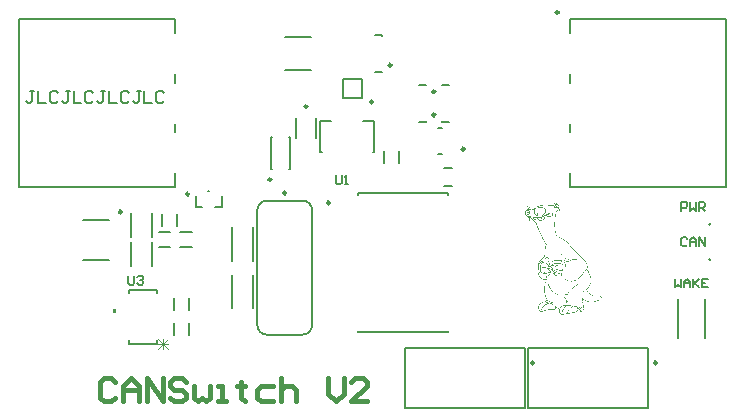
<source format=gto>
G04*
G04 #@! TF.GenerationSoftware,Altium Limited,Altium Designer,24.2.2 (26)*
G04*
G04 Layer_Color=65535*
%FSLAX44Y44*%
%MOMM*%
G71*
G04*
G04 #@! TF.SameCoordinates,C4595460-78FA-4AA4-93EF-E7DD031D073C*
G04*
G04*
G04 #@! TF.FilePolarity,Positive*
G04*
G01*
G75*
%ADD10C,0.2500*%
%ADD11C,0.1500*%
%ADD12C,0.2000*%
%ADD13C,0.1524*%
%ADD14C,0.4000*%
%ADD15C,0.0762*%
G36*
X454326Y189594D02*
X454428D01*
Y189493D01*
X454631D01*
Y189391D01*
X454732D01*
Y189290D01*
X454935D01*
Y189188D01*
X455037D01*
Y189087D01*
X455138D01*
Y188985D01*
X455239D01*
Y188884D01*
X455341D01*
Y188782D01*
X455442D01*
Y188681D01*
X455544D01*
Y188579D01*
X455645D01*
Y188376D01*
X455747D01*
Y188275D01*
X455848D01*
Y188072D01*
X455950D01*
Y187971D01*
X456051D01*
Y187768D01*
X456153D01*
Y187362D01*
X456254D01*
Y186956D01*
X456356D01*
Y186854D01*
X456559D01*
Y186753D01*
X456762D01*
Y186651D01*
X456863D01*
Y186550D01*
X456964D01*
Y186448D01*
X457066D01*
Y186347D01*
X457269D01*
Y186245D01*
X457370D01*
Y186144D01*
X457472D01*
Y186042D01*
X457573D01*
Y185941D01*
X457675D01*
Y185738D01*
X457776D01*
Y185637D01*
X457878D01*
Y185434D01*
X457979D01*
Y185028D01*
X458081D01*
Y183911D01*
X457979D01*
Y183303D01*
X457878D01*
Y182998D01*
X458081D01*
Y182897D01*
X458385D01*
Y182795D01*
X458487D01*
Y182694D01*
X458690D01*
Y182592D01*
X458791D01*
Y182389D01*
X458893D01*
Y182288D01*
X458994D01*
Y182085D01*
X459095D01*
Y181781D01*
X459197D01*
Y181273D01*
X458994D01*
Y181375D01*
X458893D01*
Y181578D01*
X458791D01*
Y181781D01*
X458690D01*
Y181882D01*
X458588D01*
Y182085D01*
X458487D01*
Y182187D01*
X458385D01*
Y182288D01*
X458284D01*
Y182389D01*
X458182D01*
Y182491D01*
X458081D01*
Y182592D01*
X457979D01*
Y182694D01*
X457878D01*
Y182795D01*
X457675D01*
Y182694D01*
X457573D01*
Y182592D01*
X457472D01*
Y182491D01*
X457370D01*
Y182288D01*
X457269D01*
Y182187D01*
X457168D01*
Y182085D01*
X457066D01*
Y181984D01*
X456964D01*
Y181781D01*
X456863D01*
Y181679D01*
X456762D01*
Y181578D01*
X456660D01*
Y181375D01*
X456559D01*
Y181273D01*
X456457D01*
Y181070D01*
X456356D01*
Y180969D01*
X456254D01*
Y180766D01*
X456153D01*
Y180563D01*
X456051D01*
Y180360D01*
X455950D01*
Y180056D01*
X455848D01*
Y179853D01*
X455747D01*
Y179548D01*
X455645D01*
Y179142D01*
X455544D01*
Y178736D01*
X455442D01*
Y178330D01*
X455341D01*
Y177924D01*
X455239D01*
Y177417D01*
X455138D01*
Y176808D01*
X455037D01*
Y176199D01*
X454935D01*
Y175489D01*
X454834D01*
Y174474D01*
X454732D01*
Y172648D01*
X454631D01*
Y166153D01*
X454732D01*
Y165240D01*
X454834D01*
Y164530D01*
X454935D01*
Y163921D01*
X455037D01*
Y163414D01*
X455138D01*
Y163008D01*
X455239D01*
Y162703D01*
X455341D01*
Y162399D01*
X455442D01*
Y162094D01*
X455544D01*
Y161891D01*
X455645D01*
Y161689D01*
X455747D01*
Y161486D01*
X455848D01*
Y161283D01*
X455950D01*
Y161181D01*
X456051D01*
Y160978D01*
X456153D01*
Y160877D01*
X456254D01*
Y160775D01*
X456356D01*
Y160674D01*
X456457D01*
Y160471D01*
X456559D01*
Y160369D01*
X456660D01*
Y160268D01*
X456762D01*
Y160166D01*
X456863D01*
Y160065D01*
X456964D01*
Y159964D01*
X457168D01*
Y159862D01*
X457269D01*
Y159761D01*
X457370D01*
Y159659D01*
X457472D01*
Y159558D01*
X457675D01*
Y159456D01*
X457776D01*
Y159355D01*
X457979D01*
Y159253D01*
X458081D01*
Y159152D01*
X458284D01*
Y159050D01*
X458385D01*
Y158949D01*
X458588D01*
Y158847D01*
X458791D01*
Y158746D01*
X458994D01*
Y158644D01*
X459095D01*
Y158543D01*
X459298D01*
Y158441D01*
X459501D01*
Y158340D01*
X459704D01*
Y158238D01*
X459907D01*
Y158137D01*
X460110D01*
Y158035D01*
X460212D01*
Y157934D01*
X460415D01*
Y157832D01*
X460618D01*
Y157731D01*
X460821D01*
Y157630D01*
X461023D01*
Y157528D01*
X461227D01*
Y157427D01*
X461429D01*
Y157325D01*
X461632D01*
Y157224D01*
X461734D01*
Y157122D01*
X461937D01*
Y157021D01*
X462140D01*
Y156919D01*
X462343D01*
Y156818D01*
X462546D01*
Y156716D01*
X462749D01*
Y156615D01*
X462952D01*
Y156513D01*
X463053D01*
Y156412D01*
X463256D01*
Y156310D01*
X463459D01*
Y156209D01*
X463662D01*
Y156108D01*
X463763D01*
Y156006D01*
X463966D01*
Y155905D01*
X464068D01*
Y155803D01*
X464169D01*
Y155702D01*
X464372D01*
Y155600D01*
X464474D01*
Y155499D01*
X464575D01*
Y155397D01*
X464677D01*
Y155296D01*
X464778D01*
Y155194D01*
X464879D01*
Y155093D01*
X464981D01*
Y154991D01*
X465083D01*
Y154890D01*
X465184D01*
Y154788D01*
X465285D01*
Y154687D01*
X465387D01*
Y154585D01*
X465488D01*
Y154484D01*
X465590D01*
Y154382D01*
X465691D01*
Y154179D01*
X465793D01*
Y154078D01*
X465894D01*
Y153976D01*
X465996D01*
Y153875D01*
X466097D01*
Y153773D01*
X466199D01*
Y153672D01*
X466300D01*
Y153469D01*
X466402D01*
Y153368D01*
X466503D01*
Y153266D01*
X466605D01*
Y153063D01*
X466706D01*
Y152962D01*
X466808D01*
Y152860D01*
X466909D01*
Y152657D01*
X467010D01*
Y152556D01*
X467112D01*
Y152454D01*
X467214D01*
Y152251D01*
X467315D01*
Y152150D01*
X467416D01*
Y152049D01*
X467518D01*
Y151947D01*
X467619D01*
Y151744D01*
X467721D01*
Y151643D01*
X467822D01*
Y151541D01*
X467924D01*
Y151440D01*
X468025D01*
Y151338D01*
X468127D01*
Y151237D01*
X468228D01*
Y151135D01*
X468330D01*
Y150932D01*
X468431D01*
Y150831D01*
X468533D01*
Y150729D01*
X468634D01*
Y150628D01*
X468736D01*
Y150526D01*
X468837D01*
Y150425D01*
X468938D01*
Y150323D01*
X469040D01*
Y150222D01*
X469142D01*
Y150120D01*
X469243D01*
Y150019D01*
X469344D01*
Y149917D01*
X469446D01*
Y149816D01*
X469547D01*
Y149715D01*
X469649D01*
Y149613D01*
X469750D01*
Y149512D01*
X469852D01*
Y149410D01*
X469953D01*
Y149309D01*
X470055D01*
Y149207D01*
X470156D01*
Y149106D01*
X470258D01*
Y149004D01*
X470359D01*
Y148903D01*
X470461D01*
Y148801D01*
X470562D01*
Y148700D01*
X470664D01*
Y148598D01*
X470765D01*
Y148497D01*
X470867D01*
Y148395D01*
X470968D01*
Y148294D01*
X471069D01*
Y148192D01*
X471171D01*
Y148091D01*
X471272D01*
Y147990D01*
X471374D01*
Y147888D01*
X471475D01*
Y147787D01*
X471577D01*
Y147685D01*
X471678D01*
Y147584D01*
X471780D01*
Y147482D01*
X471881D01*
Y147381D01*
X471983D01*
Y147279D01*
X472084D01*
Y147178D01*
X472186D01*
Y147076D01*
X472287D01*
Y146975D01*
X472389D01*
Y146873D01*
X472490D01*
Y146772D01*
X472592D01*
Y146670D01*
X472693D01*
Y146569D01*
X472795D01*
Y146467D01*
X472896D01*
Y146366D01*
X472998D01*
Y146264D01*
X473099D01*
Y146163D01*
X473200D01*
Y146061D01*
X473403D01*
Y145960D01*
X473505D01*
Y145858D01*
X473606D01*
Y145757D01*
X473708D01*
Y145656D01*
X473809D01*
Y145554D01*
X473911D01*
Y145453D01*
X474012D01*
Y145351D01*
X474114D01*
Y145250D01*
X474215D01*
Y145148D01*
X474317D01*
Y145047D01*
X474418D01*
Y144945D01*
X474520D01*
Y144844D01*
X474621D01*
Y144742D01*
X474723D01*
Y144641D01*
X474824D01*
Y144539D01*
X474925D01*
Y144438D01*
X475027D01*
Y144336D01*
X475129D01*
Y144235D01*
X475230D01*
Y144133D01*
X475331D01*
Y144032D01*
X475433D01*
Y143931D01*
X475534D01*
Y143829D01*
X475636D01*
Y143728D01*
X475839D01*
Y143626D01*
X475940D01*
Y143525D01*
X476042D01*
Y143423D01*
X476143D01*
Y143322D01*
X476245D01*
Y143220D01*
X476346D01*
Y143119D01*
X476448D01*
Y143017D01*
X476549D01*
Y142916D01*
X476651D01*
Y142814D01*
X476752D01*
Y142713D01*
X476854D01*
Y142611D01*
X476955D01*
Y142510D01*
X477057D01*
Y142408D01*
X477158D01*
Y142307D01*
X477259D01*
Y142205D01*
X477361D01*
Y142104D01*
X477462D01*
Y142002D01*
X477564D01*
Y141901D01*
X477665D01*
Y141799D01*
X477767D01*
Y141698D01*
X477868D01*
Y141597D01*
X477970D01*
Y141495D01*
X478071D01*
Y141394D01*
X478173D01*
Y141292D01*
X478274D01*
Y141191D01*
X478376D01*
Y141089D01*
X478477D01*
Y140988D01*
X478579D01*
Y140886D01*
X478680D01*
Y140785D01*
X478782D01*
Y140683D01*
X478883D01*
Y140582D01*
X478984D01*
Y140480D01*
X479086D01*
Y140379D01*
X479188D01*
Y140277D01*
X479289D01*
Y140074D01*
X479390D01*
Y139973D01*
X479492D01*
Y139872D01*
X479593D01*
Y139770D01*
X479695D01*
Y139669D01*
X479796D01*
Y139567D01*
X479898D01*
Y139466D01*
X479999D01*
Y139263D01*
X480101D01*
Y139161D01*
X480202D01*
Y139060D01*
X480304D01*
Y138958D01*
X480405D01*
Y138755D01*
X480507D01*
Y138654D01*
X480608D01*
Y138451D01*
X480710D01*
Y138349D01*
X480811D01*
Y138146D01*
X480913D01*
Y138045D01*
X481014D01*
Y137842D01*
X481115D01*
Y137639D01*
X481217D01*
Y137436D01*
X481318D01*
Y137233D01*
X481420D01*
Y137030D01*
X481521D01*
Y136726D01*
X481623D01*
Y136523D01*
X481724D01*
Y136218D01*
X481826D01*
Y135813D01*
X481927D01*
Y135407D01*
X482029D01*
Y134798D01*
X482130D01*
Y132971D01*
X482029D01*
Y132565D01*
X481927D01*
Y132261D01*
X481826D01*
Y131855D01*
X481927D01*
Y131652D01*
X482029D01*
Y131449D01*
X482130D01*
Y131348D01*
X482232D01*
Y131145D01*
X482333D01*
Y131043D01*
X482435D01*
Y130840D01*
X482536D01*
Y130637D01*
X482638D01*
Y130536D01*
X482739D01*
Y130333D01*
X482841D01*
Y130130D01*
X482942D01*
Y129927D01*
X483044D01*
Y129724D01*
X483145D01*
Y129521D01*
X483246D01*
Y129318D01*
X483348D01*
Y129115D01*
X483449D01*
Y128912D01*
X483551D01*
Y128709D01*
X483652D01*
Y128506D01*
X483754D01*
Y128303D01*
X483855D01*
Y127999D01*
X483957D01*
Y127796D01*
X484058D01*
Y127593D01*
X484160D01*
Y127289D01*
X484261D01*
Y126984D01*
X484363D01*
Y126781D01*
X484464D01*
Y126477D01*
X484566D01*
Y126071D01*
X484667D01*
Y125766D01*
X484769D01*
Y125361D01*
X484870D01*
Y124955D01*
X484972D01*
Y124447D01*
X485073D01*
Y123839D01*
X485174D01*
Y122621D01*
X485276D01*
Y121707D01*
X485174D01*
Y120693D01*
X485073D01*
Y120185D01*
X484972D01*
Y119881D01*
X484870D01*
Y119577D01*
X484769D01*
Y119374D01*
X484667D01*
Y119171D01*
X484566D01*
Y118968D01*
X484464D01*
Y118663D01*
X484363D01*
Y118562D01*
X484261D01*
Y118359D01*
X484160D01*
Y118156D01*
X484058D01*
Y117953D01*
X483957D01*
Y117851D01*
X483855D01*
Y117649D01*
X483754D01*
Y117547D01*
X483652D01*
Y117344D01*
X483551D01*
Y117243D01*
X483449D01*
Y117040D01*
X483348D01*
Y116938D01*
X483246D01*
Y116837D01*
X483145D01*
Y116735D01*
X483044D01*
Y116532D01*
X482942D01*
Y116431D01*
X482841D01*
Y116329D01*
X482739D01*
Y116228D01*
X482638D01*
Y116025D01*
X482536D01*
Y115924D01*
X482435D01*
Y115822D01*
X482333D01*
Y115721D01*
X482232D01*
Y115619D01*
X482130D01*
Y115518D01*
X482029D01*
Y115416D01*
X481927D01*
Y115315D01*
X481826D01*
Y115112D01*
X481724D01*
Y115010D01*
X481623D01*
Y114909D01*
X481521D01*
Y114503D01*
X481623D01*
Y114300D01*
X481724D01*
Y114198D01*
X481826D01*
Y113996D01*
X481927D01*
Y113894D01*
X482029D01*
Y113792D01*
X482130D01*
Y113691D01*
X482232D01*
Y113488D01*
X482333D01*
Y113387D01*
X482435D01*
Y113285D01*
X482536D01*
Y113184D01*
X482638D01*
Y113082D01*
X482739D01*
Y112981D01*
X482841D01*
Y112879D01*
X482942D01*
Y112778D01*
X483044D01*
Y112676D01*
X483145D01*
Y112575D01*
X483246D01*
Y112372D01*
X483348D01*
Y112270D01*
X483449D01*
Y112169D01*
X483551D01*
Y112067D01*
X483652D01*
Y111966D01*
X483754D01*
Y111865D01*
X483855D01*
Y111763D01*
X483957D01*
Y111662D01*
X484058D01*
Y111560D01*
X484160D01*
Y111459D01*
X484261D01*
Y111357D01*
X484464D01*
Y111256D01*
X484566D01*
Y111154D01*
X484667D01*
Y111053D01*
X484769D01*
Y110951D01*
X484870D01*
Y110850D01*
X485073D01*
Y110748D01*
X485174D01*
Y110647D01*
X485276D01*
Y110545D01*
X485479D01*
Y110444D01*
X485580D01*
Y110342D01*
X485783D01*
Y110241D01*
X485885D01*
Y110139D01*
X486088D01*
Y110038D01*
X486291D01*
Y109937D01*
X486595D01*
Y109835D01*
X486798D01*
Y109733D01*
X487103D01*
Y109632D01*
X487508D01*
Y109531D01*
X488625D01*
Y109429D01*
X490553D01*
Y109328D01*
X492582D01*
Y109226D01*
X493394D01*
Y109125D01*
X493597D01*
Y109023D01*
X493800D01*
Y108922D01*
X493901D01*
Y108719D01*
X494003D01*
Y108313D01*
X494104D01*
Y107907D01*
X494003D01*
Y107400D01*
X493901D01*
Y107197D01*
X493800D01*
Y107095D01*
X493698D01*
Y106892D01*
X493597D01*
Y106791D01*
X493495D01*
Y106689D01*
X493394D01*
Y106588D01*
X493293D01*
Y106486D01*
X493191D01*
Y106385D01*
X493089D01*
Y106283D01*
X492988D01*
Y106182D01*
X492887D01*
Y106080D01*
X492785D01*
Y105979D01*
X492684D01*
Y105878D01*
X492582D01*
Y105776D01*
X492379D01*
Y105674D01*
X492278D01*
Y105573D01*
X492075D01*
Y105472D01*
X491872D01*
Y105370D01*
X491567D01*
Y105269D01*
X491263D01*
Y105167D01*
X490959D01*
Y105066D01*
X490756D01*
Y104964D01*
X490451D01*
Y104863D01*
X490045D01*
Y104761D01*
X489741D01*
Y104660D01*
X489335D01*
Y104558D01*
X488929D01*
Y104457D01*
X488523D01*
Y104355D01*
X488016D01*
Y104254D01*
X487610D01*
Y104152D01*
X487103D01*
Y104051D01*
X486291D01*
Y103949D01*
X484870D01*
Y104051D01*
X484058D01*
Y104152D01*
X483449D01*
Y104254D01*
X482942D01*
Y104355D01*
X482435D01*
Y104457D01*
X482029D01*
Y104558D01*
X481724D01*
Y104660D01*
X481420D01*
Y104761D01*
X481115D01*
Y104863D01*
X480811D01*
Y104964D01*
X480608D01*
Y105066D01*
X480405D01*
Y105167D01*
X480202D01*
Y105269D01*
X479999D01*
Y105370D01*
X479796D01*
Y105472D01*
X479593D01*
Y105573D01*
X479390D01*
Y105674D01*
X479289D01*
Y105776D01*
X479086D01*
Y105878D01*
X478984D01*
Y105979D01*
X478782D01*
Y106080D01*
X478579D01*
Y106182D01*
X478477D01*
Y106283D01*
X478173D01*
Y106182D01*
X478071D01*
Y105776D01*
X477970D01*
Y105370D01*
X477868D01*
Y104863D01*
X477767D01*
Y104558D01*
X477868D01*
Y104254D01*
X477970D01*
Y103949D01*
X478071D01*
Y103645D01*
X478173D01*
Y103341D01*
X478274D01*
Y102935D01*
X478376D01*
Y102630D01*
X478477D01*
Y102326D01*
X478579D01*
Y102021D01*
X478680D01*
Y101717D01*
X478782D01*
Y101311D01*
X478883D01*
Y100905D01*
X478984D01*
Y100499D01*
X479086D01*
Y99789D01*
X479188D01*
Y97861D01*
X479086D01*
Y97455D01*
X478984D01*
Y97252D01*
X478883D01*
Y97151D01*
X478782D01*
Y97049D01*
X478680D01*
Y96846D01*
X478579D01*
Y96745D01*
X478477D01*
Y96643D01*
X478274D01*
Y96542D01*
X478173D01*
Y96440D01*
X477970D01*
Y96339D01*
X477767D01*
Y96237D01*
X477564D01*
Y96136D01*
X477259D01*
Y96034D01*
X476955D01*
Y95933D01*
X476448D01*
Y95831D01*
X475940D01*
Y95730D01*
X475027D01*
Y95628D01*
X474012D01*
Y95527D01*
X472998D01*
Y95426D01*
X472186D01*
Y95324D01*
X471678D01*
Y95223D01*
X471272D01*
Y95121D01*
X470765D01*
Y95020D01*
X470359D01*
Y94918D01*
X469852D01*
Y94817D01*
X469142D01*
Y94715D01*
X468431D01*
Y94614D01*
X467721D01*
Y94512D01*
X466909D01*
Y94411D01*
X466097D01*
Y94309D01*
X465488D01*
Y94208D01*
X464778D01*
Y94106D01*
X464068D01*
Y94005D01*
X463560D01*
Y93904D01*
X463053D01*
Y93802D01*
X462647D01*
Y93701D01*
X462241D01*
Y93599D01*
X461734D01*
Y93498D01*
X461328D01*
Y93396D01*
X460922D01*
Y93295D01*
X460516D01*
Y93193D01*
X460212D01*
Y93295D01*
X460009D01*
Y93396D01*
X459806D01*
Y93498D01*
X459704D01*
Y93599D01*
X459501D01*
Y93701D01*
X459400D01*
Y93802D01*
X459298D01*
Y93904D01*
X459197D01*
Y94005D01*
X459095D01*
Y94208D01*
X458994D01*
Y94309D01*
X458893D01*
Y94411D01*
X458791D01*
Y94614D01*
X458690D01*
Y94817D01*
X458588D01*
Y95020D01*
X458487D01*
Y95223D01*
X458385D01*
Y95527D01*
X458284D01*
Y95831D01*
X458182D01*
Y96846D01*
X458081D01*
Y97354D01*
X457573D01*
Y97252D01*
X455138D01*
Y97354D01*
X454631D01*
Y97455D01*
X454225D01*
Y97556D01*
X450267D01*
Y97455D01*
X449455D01*
Y97354D01*
X448745D01*
Y97252D01*
X448136D01*
Y97151D01*
X447527D01*
Y97049D01*
X447020D01*
Y96948D01*
X446614D01*
Y96846D01*
X446208D01*
Y96745D01*
X445802D01*
Y96643D01*
X445396D01*
Y96542D01*
X444991D01*
Y96440D01*
X444686D01*
Y96339D01*
X444382D01*
Y96237D01*
X444077D01*
Y96136D01*
X443773D01*
Y96034D01*
X443468D01*
Y95933D01*
X443164D01*
Y95831D01*
X442859D01*
Y95730D01*
X442555D01*
Y95628D01*
X442149D01*
Y95730D01*
X442048D01*
Y95831D01*
X441946D01*
Y95933D01*
X441845D01*
Y96034D01*
X441743D01*
Y96136D01*
X441642D01*
Y96237D01*
X441540D01*
Y96440D01*
X441439D01*
Y96542D01*
X441337D01*
Y96745D01*
X441236D01*
Y96948D01*
X441134D01*
Y97151D01*
X441033D01*
Y97252D01*
X440932D01*
Y97556D01*
X440830D01*
Y97760D01*
X440729D01*
Y98064D01*
X440627D01*
Y98470D01*
X440526D01*
Y99079D01*
X440424D01*
Y99992D01*
X440526D01*
Y100601D01*
X440627D01*
Y101007D01*
X440729D01*
Y101311D01*
X440830D01*
Y101615D01*
X440932D01*
Y101819D01*
X441033D01*
Y102021D01*
X441134D01*
Y102123D01*
X441236D01*
Y102326D01*
X441337D01*
Y102427D01*
X441439D01*
Y102529D01*
X441540D01*
Y102732D01*
X441642D01*
Y102833D01*
X441743D01*
Y102935D01*
X441845D01*
Y103036D01*
X442048D01*
Y103138D01*
X442149D01*
Y103239D01*
X442251D01*
Y103341D01*
X442454D01*
Y103442D01*
X442657D01*
Y103544D01*
X442758D01*
Y103645D01*
X442961D01*
Y103747D01*
X443265D01*
Y103848D01*
X443468D01*
Y103949D01*
X443773D01*
Y104051D01*
X444077D01*
Y104152D01*
X444382D01*
Y104254D01*
X444889D01*
Y104355D01*
X445396D01*
Y104457D01*
X445802D01*
Y104558D01*
X446005D01*
Y104660D01*
X446107D01*
Y104761D01*
X446208D01*
Y104863D01*
X446310D01*
Y104964D01*
X446513D01*
Y105066D01*
X446614D01*
Y105167D01*
X446716D01*
Y105269D01*
X446817D01*
Y105370D01*
X447020D01*
Y105472D01*
X447223D01*
Y105573D01*
X447426D01*
Y105674D01*
X447730D01*
Y105776D01*
X447832D01*
Y105979D01*
X447730D01*
Y106182D01*
X447629D01*
Y106385D01*
X447527D01*
Y106588D01*
X447426D01*
Y106791D01*
X447324D01*
Y106994D01*
X447223D01*
Y107197D01*
X447122D01*
Y107400D01*
X447020D01*
Y107603D01*
X446918D01*
Y107907D01*
X446817D01*
Y108110D01*
X446716D01*
Y108414D01*
X446614D01*
Y108719D01*
X446513D01*
Y109023D01*
X446411D01*
Y109328D01*
X446310D01*
Y109733D01*
X446208D01*
Y110038D01*
X446107D01*
Y110444D01*
X446005D01*
Y110850D01*
X445904D01*
Y111256D01*
X445802D01*
Y111662D01*
X445701D01*
Y112169D01*
X445599D01*
Y115010D01*
X445498D01*
Y116025D01*
X445599D01*
Y117547D01*
X445701D01*
Y118156D01*
X445802D01*
Y118765D01*
X445904D01*
Y119272D01*
X446005D01*
Y119678D01*
X446107D01*
Y120084D01*
X446208D01*
Y120490D01*
X446310D01*
Y120794D01*
X446411D01*
Y121200D01*
X446513D01*
Y121505D01*
X446614D01*
Y121809D01*
X446716D01*
Y122113D01*
X446817D01*
Y122519D01*
X446918D01*
Y122824D01*
X446614D01*
Y122925D01*
X446005D01*
Y123027D01*
X445498D01*
Y123128D01*
X444991D01*
Y123230D01*
X444585D01*
Y123331D01*
X444280D01*
Y123433D01*
X443976D01*
Y123534D01*
X443773D01*
Y123636D01*
X443570D01*
Y123737D01*
X443367D01*
Y123839D01*
X443164D01*
Y123940D01*
X442961D01*
Y124042D01*
X442859D01*
Y124143D01*
X442657D01*
Y124244D01*
X442555D01*
Y124346D01*
X442454D01*
Y124447D01*
X442352D01*
Y124549D01*
X442251D01*
Y124650D01*
X442149D01*
Y124752D01*
X442048D01*
Y124853D01*
X441946D01*
Y124955D01*
X441845D01*
Y125056D01*
X441743D01*
Y125158D01*
X441642D01*
Y125361D01*
X441540D01*
Y125462D01*
X441439D01*
Y125564D01*
X441337D01*
Y125766D01*
X441236D01*
Y125969D01*
X441134D01*
Y126071D01*
X441033D01*
Y126274D01*
X440932D01*
Y126477D01*
X440830D01*
Y126781D01*
X440729D01*
Y126984D01*
X440627D01*
Y127187D01*
X440526D01*
Y127492D01*
X440424D01*
Y127796D01*
X440323D01*
Y128100D01*
X440221D01*
Y128506D01*
X440120D01*
Y129115D01*
X440018D01*
Y129825D01*
X439917D01*
Y134189D01*
X440018D01*
Y135001D01*
X440120D01*
Y135508D01*
X440221D01*
Y136016D01*
X440323D01*
Y136320D01*
X440424D01*
Y136624D01*
X440526D01*
Y136929D01*
X440627D01*
Y137132D01*
X440729D01*
Y137436D01*
X440830D01*
Y137639D01*
X440932D01*
Y137842D01*
X441033D01*
Y138045D01*
X441134D01*
Y138146D01*
X441236D01*
Y138349D01*
X441337D01*
Y138552D01*
X441439D01*
Y138654D01*
X441540D01*
Y138857D01*
X441642D01*
Y138958D01*
X441743D01*
Y139161D01*
X441845D01*
Y139263D01*
X441946D01*
Y139364D01*
X442048D01*
Y139567D01*
X442149D01*
Y139669D01*
X442251D01*
Y139770D01*
X442352D01*
Y139872D01*
X442454D01*
Y139973D01*
X442555D01*
Y140074D01*
X442657D01*
Y140277D01*
X442758D01*
Y140379D01*
X442859D01*
Y140480D01*
X442961D01*
Y140582D01*
X443063D01*
Y140683D01*
X443164D01*
Y140785D01*
X443265D01*
Y140886D01*
X443367D01*
Y140988D01*
X443468D01*
Y141089D01*
X443671D01*
Y141191D01*
X443773D01*
Y141292D01*
X443874D01*
Y141394D01*
X443976D01*
Y141495D01*
X444077D01*
Y141597D01*
X444179D01*
Y141698D01*
X444382D01*
Y141799D01*
X444483D01*
Y141901D01*
X444585D01*
Y142002D01*
X444686D01*
Y142104D01*
X444889D01*
Y142205D01*
X444991D01*
Y142307D01*
X445092D01*
Y142408D01*
X445295D01*
Y142510D01*
X445396D01*
Y142611D01*
X445498D01*
Y142814D01*
X445599D01*
Y144133D01*
X445701D01*
Y146061D01*
X445802D01*
Y147076D01*
X445904D01*
Y147990D01*
X446005D01*
Y148700D01*
X446107D01*
Y149410D01*
X446208D01*
Y149917D01*
X446310D01*
Y150526D01*
X446411D01*
Y151034D01*
X446513D01*
Y151440D01*
X446614D01*
Y151846D01*
X446716D01*
Y152353D01*
X446817D01*
Y152860D01*
X446918D01*
Y152962D01*
X446817D01*
Y153266D01*
X446716D01*
Y153469D01*
X446614D01*
Y153571D01*
X446513D01*
Y153773D01*
X446411D01*
Y153976D01*
X446310D01*
Y154078D01*
X446208D01*
Y154281D01*
X446107D01*
Y154382D01*
X446005D01*
Y154585D01*
X445904D01*
Y154687D01*
X445802D01*
Y154890D01*
X445701D01*
Y155093D01*
X445599D01*
Y155194D01*
X445498D01*
Y155397D01*
X445396D01*
Y155600D01*
X445295D01*
Y155702D01*
X445193D01*
Y155905D01*
X445092D01*
Y156108D01*
X444991D01*
Y156209D01*
X444889D01*
Y156412D01*
X444788D01*
Y156615D01*
X444686D01*
Y156818D01*
X444585D01*
Y157021D01*
X444483D01*
Y157224D01*
X444382D01*
Y157325D01*
X444280D01*
Y157528D01*
X444179D01*
Y157731D01*
X444077D01*
Y157934D01*
X443976D01*
Y158137D01*
X443874D01*
Y158340D01*
X443773D01*
Y158543D01*
X443671D01*
Y158746D01*
X443570D01*
Y158949D01*
X443468D01*
Y159152D01*
X443367D01*
Y159355D01*
X443265D01*
Y159558D01*
X443164D01*
Y159761D01*
X443063D01*
Y159964D01*
X442961D01*
Y160166D01*
X442859D01*
Y160369D01*
X442758D01*
Y160572D01*
X442657D01*
Y160775D01*
X442555D01*
Y160978D01*
X442454D01*
Y161283D01*
X442352D01*
Y161486D01*
X442251D01*
Y161689D01*
X442149D01*
Y161891D01*
X442048D01*
Y162094D01*
X441946D01*
Y162297D01*
X441845D01*
Y162500D01*
X441743D01*
Y162805D01*
X441642D01*
Y163008D01*
X441540D01*
Y163211D01*
X441439D01*
Y163414D01*
X441337D01*
Y163718D01*
X441236D01*
Y163921D01*
X441134D01*
Y164124D01*
X441033D01*
Y164428D01*
X440932D01*
Y164631D01*
X440830D01*
Y164834D01*
X440729D01*
Y165037D01*
X440627D01*
Y165342D01*
X440526D01*
Y165545D01*
X440424D01*
Y165849D01*
X440323D01*
Y166052D01*
X440221D01*
Y166255D01*
X440120D01*
Y166559D01*
X440018D01*
Y166762D01*
X439917D01*
Y167067D01*
X439815D01*
Y167270D01*
X439714D01*
Y167574D01*
X439612D01*
Y167777D01*
X439511D01*
Y168081D01*
X439409D01*
Y168386D01*
X439308D01*
Y168589D01*
X439206D01*
Y168893D01*
X439105D01*
Y169198D01*
X439003D01*
Y169401D01*
X438902D01*
Y169705D01*
X438801D01*
Y169908D01*
X438699D01*
Y170212D01*
X438598D01*
Y170517D01*
X438496D01*
Y170821D01*
X438395D01*
Y171024D01*
X438293D01*
Y171126D01*
X438192D01*
Y171227D01*
X438090D01*
Y171329D01*
X437989D01*
Y171430D01*
X437887D01*
Y171532D01*
X437786D01*
Y171633D01*
X437583D01*
Y171735D01*
X437481D01*
Y171836D01*
X437380D01*
Y171938D01*
X437177D01*
Y172039D01*
X437076D01*
Y172140D01*
X436974D01*
Y172242D01*
X436771D01*
Y172343D01*
X436670D01*
Y172445D01*
X436568D01*
Y172546D01*
X436467D01*
Y172648D01*
X436365D01*
Y172749D01*
X436264D01*
Y172851D01*
X436162D01*
Y172952D01*
X436061D01*
Y173054D01*
X435959D01*
Y173155D01*
X435858D01*
Y173257D01*
X435756D01*
Y173358D01*
X435655D01*
Y173561D01*
X435553D01*
Y173663D01*
X435452D01*
Y173866D01*
X435350D01*
Y173967D01*
X435249D01*
Y174069D01*
X435148D01*
Y174271D01*
X435046D01*
Y174373D01*
X434944D01*
Y174576D01*
X434843D01*
Y174677D01*
X434742D01*
Y174779D01*
X434640D01*
Y174880D01*
X434539D01*
Y174982D01*
X434437D01*
Y175185D01*
X434336D01*
Y175286D01*
X434234D01*
Y175388D01*
X434133D01*
Y175489D01*
X434031D01*
Y175591D01*
X433930D01*
Y175692D01*
X433828D01*
Y175794D01*
X433727D01*
Y175895D01*
X433625D01*
Y175996D01*
X433524D01*
Y176098D01*
X433422D01*
Y176199D01*
X433219D01*
Y176098D01*
X433118D01*
Y175895D01*
X433017D01*
Y174373D01*
X433118D01*
Y173155D01*
X433219D01*
Y172648D01*
X433118D01*
Y172749D01*
X433017D01*
Y172952D01*
X432915D01*
Y173155D01*
X432813D01*
Y173460D01*
X432712D01*
Y173967D01*
X432611D01*
Y175083D01*
X432712D01*
Y175895D01*
X432813D01*
Y175996D01*
X432205D01*
Y175286D01*
X432103D01*
Y174880D01*
X432002D01*
Y174474D01*
X431900D01*
Y174069D01*
X431799D01*
Y173764D01*
X431697D01*
Y173561D01*
X431596D01*
Y173663D01*
X431494D01*
Y174170D01*
X431596D01*
Y174779D01*
X431697D01*
Y175185D01*
X431799D01*
Y175591D01*
X431900D01*
Y175996D01*
X431799D01*
Y176098D01*
X431697D01*
Y176199D01*
X431393D01*
Y176301D01*
X430987D01*
Y176402D01*
X430784D01*
Y176504D01*
X430581D01*
Y176605D01*
X430480D01*
Y176707D01*
X430378D01*
Y176808D01*
X430277D01*
Y176910D01*
X430175D01*
Y177011D01*
X430074D01*
Y177113D01*
X429972D01*
Y177214D01*
X429871D01*
Y177417D01*
X429769D01*
Y177519D01*
X429668D01*
Y177722D01*
X429566D01*
Y177924D01*
X429465D01*
Y178229D01*
X429363D01*
Y178533D01*
X429262D01*
Y179244D01*
X429160D01*
Y179954D01*
X429262D01*
Y180461D01*
X429363D01*
Y180766D01*
X429465D01*
Y181070D01*
X429566D01*
Y181273D01*
X429668D01*
Y181476D01*
X429769D01*
Y181578D01*
X429871D01*
Y181781D01*
X429972D01*
Y181882D01*
X430074D01*
Y181984D01*
X430175D01*
Y182085D01*
X430277D01*
Y182288D01*
X430378D01*
Y182389D01*
X430581D01*
Y182491D01*
X430683D01*
Y182592D01*
X430784D01*
Y182694D01*
X430886D01*
Y182998D01*
X430784D01*
Y183607D01*
X430683D01*
Y184622D01*
X430784D01*
Y184825D01*
X430886D01*
Y185028D01*
X430987D01*
Y185129D01*
X431088D01*
Y185231D01*
X431190D01*
Y185332D01*
X431291D01*
Y185434D01*
X431393D01*
Y185535D01*
X431596D01*
Y185637D01*
X431697D01*
Y185738D01*
X431900D01*
Y185840D01*
X432205D01*
Y185941D01*
X432306D01*
Y185738D01*
X432205D01*
Y185637D01*
X432103D01*
Y185535D01*
X432002D01*
Y185434D01*
X431900D01*
Y185332D01*
X431799D01*
Y185231D01*
X431697D01*
Y185129D01*
X431596D01*
Y185028D01*
X431494D01*
Y184926D01*
X431393D01*
Y184825D01*
X431291D01*
Y184622D01*
X431190D01*
Y184317D01*
X431088D01*
Y183100D01*
X431190D01*
Y182795D01*
X431393D01*
Y182897D01*
X431494D01*
Y182998D01*
X431596D01*
Y183201D01*
X431697D01*
Y183404D01*
X431799D01*
Y183506D01*
X431900D01*
Y183607D01*
X432002D01*
Y183709D01*
X432103D01*
Y183810D01*
X432205D01*
Y183911D01*
X432306D01*
Y184013D01*
X432408D01*
Y184114D01*
X432509D01*
Y184216D01*
X432611D01*
Y184317D01*
X432813D01*
Y184419D01*
X432915D01*
Y184520D01*
X433118D01*
Y184622D01*
X433422D01*
Y184723D01*
X433727D01*
Y184825D01*
X434133D01*
Y184723D01*
X434234D01*
Y184622D01*
X434133D01*
Y184520D01*
X433930D01*
Y184419D01*
X433727D01*
Y184317D01*
X433524D01*
Y184216D01*
X433321D01*
Y184114D01*
X433219D01*
Y184013D01*
X433017D01*
Y183911D01*
X432915D01*
Y183810D01*
X432712D01*
Y183709D01*
X432611D01*
Y183607D01*
X432408D01*
Y183506D01*
X432306D01*
Y183404D01*
X432205D01*
Y183303D01*
X432103D01*
Y183201D01*
X432002D01*
Y183100D01*
X431900D01*
Y182998D01*
X431799D01*
Y182897D01*
X431697D01*
Y182795D01*
X432002D01*
Y182694D01*
X432712D01*
Y182592D01*
X433930D01*
Y182491D01*
X435452D01*
Y182592D01*
X435655D01*
Y182694D01*
X435858D01*
Y182795D01*
X436061D01*
Y182897D01*
X436264D01*
Y182998D01*
X436365D01*
Y183100D01*
X436568D01*
Y183201D01*
X436771D01*
Y183303D01*
X436872D01*
Y183404D01*
X437076D01*
Y183506D01*
X437177D01*
Y183607D01*
X437380D01*
Y183709D01*
X437583D01*
Y183810D01*
X437684D01*
Y183911D01*
X437887D01*
Y184013D01*
X437989D01*
Y184114D01*
X438192D01*
Y184216D01*
X438293D01*
Y184317D01*
X438496D01*
Y184419D01*
X438598D01*
Y184520D01*
X438801D01*
Y184622D01*
X439003D01*
Y184723D01*
X439206D01*
Y184825D01*
X439308D01*
Y184926D01*
X439511D01*
Y185028D01*
X439612D01*
Y185129D01*
X439815D01*
Y185231D01*
X440018D01*
Y185332D01*
X440221D01*
Y185434D01*
X440424D01*
Y185535D01*
X440729D01*
Y185637D01*
X440932D01*
Y185738D01*
X441236D01*
Y185840D01*
X441540D01*
Y185941D01*
X441845D01*
Y186042D01*
X442251D01*
Y186144D01*
X442758D01*
Y186245D01*
X443367D01*
Y186347D01*
X444179D01*
Y186448D01*
X445396D01*
Y186550D01*
X445904D01*
Y186448D01*
X448035D01*
Y186347D01*
X449049D01*
Y186245D01*
X449861D01*
Y186144D01*
X450673D01*
Y186042D01*
X453311D01*
Y186144D01*
X453514D01*
Y186245D01*
X453717D01*
Y186347D01*
X453920D01*
Y186448D01*
X454123D01*
Y186550D01*
X454225D01*
Y186651D01*
X454428D01*
Y186753D01*
X454631D01*
Y186854D01*
X454834D01*
Y186956D01*
X454935D01*
Y187057D01*
X454631D01*
Y187159D01*
X454428D01*
Y187260D01*
X454225D01*
Y187362D01*
X453514D01*
Y187463D01*
X453311D01*
Y187666D01*
X453413D01*
Y187768D01*
X454428D01*
Y187666D01*
X454631D01*
Y187565D01*
X454834D01*
Y187463D01*
X454935D01*
Y187362D01*
X455037D01*
Y187260D01*
X455138D01*
Y187159D01*
X455341D01*
Y187057D01*
X455645D01*
Y186956D01*
X455950D01*
Y187057D01*
X456051D01*
Y187159D01*
X455950D01*
Y187362D01*
X455848D01*
Y187565D01*
X455747D01*
Y187666D01*
X455645D01*
Y187869D01*
X455544D01*
Y187971D01*
X455442D01*
Y188072D01*
X455341D01*
Y188174D01*
X455239D01*
Y188275D01*
X455138D01*
Y188376D01*
X455037D01*
Y188579D01*
X454935D01*
Y188681D01*
X454834D01*
Y188782D01*
X454732D01*
Y188884D01*
X454631D01*
Y188985D01*
X454529D01*
Y189087D01*
X454428D01*
Y189188D01*
X454225D01*
Y189290D01*
X454123D01*
Y189391D01*
X454022D01*
Y189493D01*
X453819D01*
Y189594D01*
X453717D01*
Y189696D01*
X454326D01*
Y189594D01*
D02*
G37*
G36*
X457776Y182288D02*
X457979D01*
Y182187D01*
X458182D01*
Y182085D01*
X458284D01*
Y181984D01*
X458385D01*
Y181882D01*
X458588D01*
Y181679D01*
X458690D01*
Y181578D01*
X458791D01*
Y181375D01*
X458893D01*
Y181070D01*
X458690D01*
Y181172D01*
X458588D01*
Y181273D01*
X458487D01*
Y181375D01*
X458385D01*
Y181476D01*
X458284D01*
Y181578D01*
X458182D01*
Y181679D01*
X458081D01*
Y181781D01*
X457979D01*
Y181882D01*
X457878D01*
Y181984D01*
X457776D01*
Y182085D01*
X457675D01*
Y182187D01*
X457573D01*
Y182288D01*
X457472D01*
Y182389D01*
X457776D01*
Y182288D01*
D02*
G37*
G36*
X82820Y94846D02*
X80280D01*
Y98656D01*
X82820D01*
Y94846D01*
D02*
G37*
%LPC*%
G36*
X454834Y186347D02*
X454631D01*
Y186245D01*
X454834D01*
Y186347D01*
D02*
G37*
G36*
X454631Y186245D02*
X454428D01*
Y186144D01*
X454225D01*
Y186042D01*
X454022D01*
Y185941D01*
X453920D01*
Y185840D01*
X453717D01*
Y185738D01*
X453616D01*
Y185637D01*
X453514D01*
Y185535D01*
X453311D01*
Y185434D01*
X452601D01*
Y185535D01*
X451282D01*
Y185637D01*
X450369D01*
Y185738D01*
X449557D01*
Y185840D01*
X448948D01*
Y185941D01*
X444179D01*
Y185840D01*
X443164D01*
Y185738D01*
X442555D01*
Y185637D01*
X442048D01*
Y185535D01*
X441642D01*
Y185434D01*
X441439D01*
Y185332D01*
X441134D01*
Y185231D01*
X440830D01*
Y185129D01*
X440627D01*
Y185028D01*
X440323D01*
Y184926D01*
X440120D01*
Y184825D01*
X440018D01*
Y184723D01*
X439815D01*
Y184622D01*
X439612D01*
Y184520D01*
X439409D01*
Y184419D01*
X439308D01*
Y184317D01*
X439105D01*
Y184216D01*
X438902D01*
Y184114D01*
X438801D01*
Y184013D01*
X439308D01*
Y184114D01*
X439815D01*
Y184216D01*
X440526D01*
Y184317D01*
X443671D01*
Y184216D01*
X444483D01*
Y184114D01*
X444991D01*
Y184013D01*
X445295D01*
Y183911D01*
X445498D01*
Y183810D01*
X445701D01*
Y183709D01*
X445802D01*
Y183607D01*
X445904D01*
Y183506D01*
X446005D01*
Y183404D01*
X446107D01*
Y183303D01*
X446208D01*
Y183201D01*
X446310D01*
Y183100D01*
X446411D01*
Y182897D01*
X446513D01*
Y182795D01*
X446614D01*
Y182592D01*
X446716D01*
Y182288D01*
X446817D01*
Y181781D01*
X446918D01*
Y180867D01*
X446817D01*
Y180360D01*
X446716D01*
Y180056D01*
X446614D01*
Y179751D01*
X446513D01*
Y179548D01*
X446411D01*
Y179447D01*
X446310D01*
Y179244D01*
X446208D01*
Y179142D01*
X446107D01*
Y179041D01*
X446005D01*
Y178838D01*
X445904D01*
Y178736D01*
X445802D01*
Y178635D01*
X445701D01*
Y178533D01*
X445599D01*
Y178432D01*
X445498D01*
Y178330D01*
X445396D01*
Y178229D01*
X445295D01*
Y178127D01*
X445193D01*
Y178026D01*
X445092D01*
Y177924D01*
X444991D01*
Y177823D01*
X444889D01*
Y177722D01*
X444686D01*
Y177620D01*
X444585D01*
Y177519D01*
X444483D01*
Y177417D01*
X444382D01*
Y177316D01*
X444179D01*
Y177214D01*
X443976D01*
Y177113D01*
X443773D01*
Y177011D01*
X443570D01*
Y176910D01*
X443265D01*
Y176808D01*
X442859D01*
Y176707D01*
X442454D01*
Y176605D01*
X441946D01*
Y176707D01*
X441337D01*
Y176808D01*
X440830D01*
Y176910D01*
X440323D01*
Y177011D01*
X439815D01*
Y177113D01*
X439308D01*
Y177214D01*
X438902D01*
Y177316D01*
X438598D01*
Y177417D01*
X438395D01*
Y177519D01*
X438192D01*
Y177620D01*
X438090D01*
Y177722D01*
X437989D01*
Y177823D01*
X437887D01*
Y177924D01*
X437786D01*
Y178026D01*
X437684D01*
Y178127D01*
X437583D01*
Y178330D01*
X437481D01*
Y178533D01*
X437380D01*
Y178736D01*
X437278D01*
Y179041D01*
X437177D01*
Y179345D01*
X437076D01*
Y179751D01*
X436974D01*
Y180461D01*
X436872D01*
Y181375D01*
X436974D01*
Y181882D01*
X437076D01*
Y182288D01*
X437177D01*
Y182592D01*
X437278D01*
Y182795D01*
X437380D01*
Y182998D01*
X437177D01*
Y182897D01*
X437076D01*
Y182795D01*
X436872D01*
Y182694D01*
X436670D01*
Y182592D01*
X436568D01*
Y182491D01*
X436264D01*
Y182389D01*
X436061D01*
Y182288D01*
X435756D01*
Y182187D01*
X435452D01*
Y182085D01*
X434640D01*
Y181984D01*
X434133D01*
Y182085D01*
X433017D01*
Y182187D01*
X430987D01*
Y182085D01*
X430683D01*
Y181984D01*
X430581D01*
Y181882D01*
X430480D01*
Y181781D01*
X430886D01*
Y181882D01*
X432306D01*
Y181781D01*
X432509D01*
Y181679D01*
X432611D01*
Y181578D01*
X432813D01*
Y181476D01*
X432915D01*
Y181375D01*
X433017D01*
Y181273D01*
X433118D01*
Y181070D01*
X433219D01*
Y180867D01*
X433321D01*
Y180664D01*
X433422D01*
Y180360D01*
X433524D01*
Y179853D01*
X433625D01*
Y179244D01*
X433524D01*
Y179142D01*
X433422D01*
Y179041D01*
X433321D01*
Y178939D01*
X433219D01*
Y178838D01*
X433118D01*
Y178736D01*
X433017D01*
Y178635D01*
X432813D01*
Y178533D01*
X432712D01*
Y178432D01*
X432509D01*
Y178330D01*
X432408D01*
Y178229D01*
X432205D01*
Y178127D01*
X432002D01*
Y178026D01*
X431799D01*
Y177924D01*
X431596D01*
Y177823D01*
X431393D01*
Y177722D01*
X431190D01*
Y177620D01*
X430886D01*
Y177519D01*
X430683D01*
Y177417D01*
X430480D01*
Y177214D01*
X430581D01*
Y177113D01*
X430683D01*
Y177011D01*
X430886D01*
Y176910D01*
X431088D01*
Y176808D01*
X431291D01*
Y176707D01*
X431799D01*
Y176605D01*
X433017D01*
Y176707D01*
X433219D01*
Y178026D01*
X433321D01*
Y178127D01*
X433524D01*
Y177924D01*
X433625D01*
Y177417D01*
X433727D01*
Y177011D01*
X433828D01*
Y176707D01*
X433930D01*
Y176504D01*
X434031D01*
Y176301D01*
X434133D01*
Y176199D01*
X434234D01*
Y175996D01*
X434336D01*
Y175895D01*
X434437D01*
Y175794D01*
X434539D01*
Y175591D01*
X434640D01*
Y175489D01*
X434742D01*
Y175388D01*
X434843D01*
Y175286D01*
X434944D01*
Y175185D01*
X435046D01*
Y175083D01*
X435148D01*
Y174880D01*
X435249D01*
Y174779D01*
X435350D01*
Y174677D01*
X435452D01*
Y174474D01*
X435553D01*
Y174373D01*
X435655D01*
Y174170D01*
X435756D01*
Y174069D01*
X435858D01*
Y173866D01*
X435959D01*
Y173764D01*
X436061D01*
Y173663D01*
X436162D01*
Y173460D01*
X436264D01*
Y173358D01*
X436365D01*
Y173257D01*
X436467D01*
Y173155D01*
X436568D01*
Y173054D01*
X436670D01*
Y172952D01*
X436771D01*
Y172851D01*
X436872D01*
Y172749D01*
X436974D01*
Y172648D01*
X437177D01*
Y172546D01*
X437278D01*
Y172445D01*
X437380D01*
Y172343D01*
X437583D01*
Y172242D01*
X437684D01*
Y172140D01*
X437887D01*
Y172039D01*
X437989D01*
Y171938D01*
X438192D01*
Y171836D01*
X438395D01*
Y171735D01*
X438496D01*
Y171633D01*
X438699D01*
Y171430D01*
X438801D01*
Y171126D01*
X438902D01*
Y170821D01*
X439003D01*
Y170517D01*
X439105D01*
Y170212D01*
X439206D01*
Y169908D01*
X439308D01*
Y169604D01*
X439409D01*
Y169299D01*
X439511D01*
Y168995D01*
X439612D01*
Y168792D01*
X439714D01*
Y168487D01*
X439815D01*
Y168284D01*
X439917D01*
Y167980D01*
X440018D01*
Y167777D01*
X440120D01*
Y167473D01*
X440221D01*
Y167270D01*
X440323D01*
Y166965D01*
X440424D01*
Y166762D01*
X440526D01*
Y166458D01*
X440627D01*
Y166255D01*
X440729D01*
Y165951D01*
X440830D01*
Y165748D01*
X440932D01*
Y165545D01*
X441033D01*
Y165240D01*
X441134D01*
Y165037D01*
X441236D01*
Y164834D01*
X441337D01*
Y164530D01*
X441439D01*
Y164327D01*
X441540D01*
Y164023D01*
X441642D01*
Y163820D01*
X441743D01*
Y163617D01*
X441845D01*
Y163414D01*
X441946D01*
Y163211D01*
X442048D01*
Y163008D01*
X442149D01*
Y162703D01*
X442251D01*
Y162500D01*
X442352D01*
Y162297D01*
X442454D01*
Y162094D01*
X442555D01*
Y161790D01*
X442657D01*
Y161587D01*
X442758D01*
Y161384D01*
X442859D01*
Y161181D01*
X442961D01*
Y160978D01*
X443063D01*
Y160775D01*
X443164D01*
Y160572D01*
X443265D01*
Y160369D01*
X443367D01*
Y160166D01*
X443468D01*
Y159964D01*
X443570D01*
Y159761D01*
X443671D01*
Y159558D01*
X443773D01*
Y159355D01*
X443874D01*
Y159152D01*
X443976D01*
Y158949D01*
X444077D01*
Y158746D01*
X444179D01*
Y158543D01*
X444280D01*
Y158340D01*
X444382D01*
Y158137D01*
X444483D01*
Y157934D01*
X444585D01*
Y157731D01*
X444686D01*
Y157630D01*
X444788D01*
Y157427D01*
X444889D01*
Y157224D01*
X444991D01*
Y157021D01*
X445092D01*
Y156818D01*
X445193D01*
Y156716D01*
X445295D01*
Y156513D01*
X445396D01*
Y156310D01*
X445498D01*
Y156108D01*
X445599D01*
Y156006D01*
X445701D01*
Y155803D01*
X445802D01*
Y155600D01*
X445904D01*
Y155499D01*
X446005D01*
Y155296D01*
X446107D01*
Y155194D01*
X446208D01*
Y154991D01*
X446310D01*
Y154788D01*
X446411D01*
Y154687D01*
X446513D01*
Y154484D01*
X446614D01*
Y154382D01*
X446716D01*
Y154179D01*
X446817D01*
Y154078D01*
X446918D01*
Y153875D01*
X447020D01*
Y153773D01*
X447122D01*
Y153571D01*
X447223D01*
Y153469D01*
X447324D01*
Y153266D01*
X447426D01*
Y152860D01*
X447324D01*
Y152454D01*
X447223D01*
Y152049D01*
X447122D01*
Y151541D01*
X447020D01*
Y151135D01*
X446918D01*
Y150628D01*
X446817D01*
Y150120D01*
X446716D01*
Y149613D01*
X446614D01*
Y149004D01*
X446513D01*
Y148395D01*
X446411D01*
Y147584D01*
X446310D01*
Y146467D01*
X446208D01*
Y143931D01*
X446107D01*
Y142611D01*
X446208D01*
Y142510D01*
X446513D01*
Y142408D01*
X446918D01*
Y142307D01*
X447223D01*
Y142205D01*
X447527D01*
Y142104D01*
X447730D01*
Y142002D01*
X448035D01*
Y141901D01*
X448238D01*
Y141799D01*
X448441D01*
Y141698D01*
X448745D01*
Y141597D01*
X448948D01*
Y141495D01*
X449049D01*
Y141394D01*
X449354D01*
Y141292D01*
X449455D01*
Y141191D01*
X449658D01*
Y141089D01*
X449760D01*
Y140988D01*
X449861D01*
Y140886D01*
X450064D01*
Y140785D01*
X450166D01*
Y140683D01*
X450267D01*
Y140582D01*
X450369D01*
Y140480D01*
X450470D01*
Y140379D01*
X450572D01*
Y140277D01*
X450673D01*
Y140176D01*
X450775D01*
Y140074D01*
X450876D01*
Y139973D01*
X450978D01*
Y139872D01*
X451079D01*
Y139770D01*
X451180D01*
Y139669D01*
X451282D01*
Y139567D01*
X451383D01*
Y139466D01*
X451485D01*
Y139364D01*
X451586D01*
Y139263D01*
X451688D01*
Y139161D01*
X451789D01*
Y139060D01*
X451891D01*
Y138958D01*
X451992D01*
Y138857D01*
X452398D01*
Y138958D01*
X452601D01*
Y139060D01*
X452804D01*
Y139161D01*
X453108D01*
Y139263D01*
X453311D01*
Y139364D01*
X453616D01*
Y139466D01*
X454022D01*
Y139567D01*
X454428D01*
Y139669D01*
X455037D01*
Y139770D01*
X455950D01*
Y139872D01*
X456457D01*
Y139770D01*
X457979D01*
Y139669D01*
X458588D01*
Y139567D01*
X458994D01*
Y139466D01*
X459400D01*
Y139364D01*
X459806D01*
Y139263D01*
X459907D01*
Y139364D01*
X460110D01*
Y139466D01*
X460212D01*
Y139567D01*
X460313D01*
Y139669D01*
X460415D01*
Y139770D01*
X460516D01*
Y139872D01*
X460719D01*
Y139973D01*
X460821D01*
Y140074D01*
X461023D01*
Y140176D01*
X461429D01*
Y140277D01*
X461632D01*
Y140176D01*
X462038D01*
Y140074D01*
X462241D01*
Y139973D01*
X462444D01*
Y139872D01*
X462546D01*
Y139770D01*
X462749D01*
Y139669D01*
X462850D01*
Y139567D01*
X463053D01*
Y139466D01*
X463154D01*
Y139364D01*
X463357D01*
Y139263D01*
X463459D01*
Y139161D01*
X463662D01*
Y139060D01*
X463865D01*
Y138958D01*
X464068D01*
Y138857D01*
X464474D01*
Y138755D01*
X466097D01*
Y138857D01*
X466706D01*
Y138958D01*
X466909D01*
Y139060D01*
X467010D01*
Y139263D01*
X466909D01*
Y139364D01*
X466808D01*
Y139466D01*
X466706D01*
Y139567D01*
X466605D01*
Y139669D01*
X466402D01*
Y139770D01*
X466300D01*
Y139872D01*
X466199D01*
Y139973D01*
X465894D01*
Y140074D01*
X465691D01*
Y140176D01*
X465285D01*
Y140277D01*
X464879D01*
Y140379D01*
X464474D01*
Y140480D01*
X464169D01*
Y140582D01*
X463865D01*
Y140683D01*
X463560D01*
Y140785D01*
X463357D01*
Y140886D01*
X463154D01*
Y140988D01*
X462952D01*
Y141089D01*
X462749D01*
Y141191D01*
X462647D01*
Y141292D01*
X462444D01*
Y141394D01*
X462343D01*
Y141495D01*
X462241D01*
Y141597D01*
X462140D01*
Y141698D01*
X462038D01*
Y141799D01*
X461937D01*
Y141901D01*
X461734D01*
Y142002D01*
X461632D01*
Y142104D01*
X461531D01*
Y142205D01*
X461429D01*
Y142307D01*
X461328D01*
Y142408D01*
X461227D01*
Y142510D01*
X461125D01*
Y142611D01*
X461023D01*
Y142814D01*
X460922D01*
Y142916D01*
X460821D01*
Y143017D01*
X460719D01*
Y143119D01*
X460618D01*
Y143220D01*
X460516D01*
Y143322D01*
X460415D01*
Y143525D01*
X460313D01*
Y143626D01*
X460212D01*
Y143829D01*
X460110D01*
Y144032D01*
X460009D01*
Y144235D01*
X459907D01*
Y144438D01*
X459806D01*
Y144742D01*
X459704D01*
Y145047D01*
X459806D01*
Y144945D01*
X459907D01*
Y144742D01*
X460009D01*
Y144641D01*
X460110D01*
Y144438D01*
X460212D01*
Y144235D01*
X460313D01*
Y144133D01*
X460415D01*
Y143931D01*
X460516D01*
Y143829D01*
X460618D01*
Y143728D01*
X460719D01*
Y143525D01*
X460821D01*
Y143423D01*
X460922D01*
Y143322D01*
X461023D01*
Y143220D01*
X461125D01*
Y143119D01*
X461227D01*
Y143017D01*
X461328D01*
Y142916D01*
X461429D01*
Y142814D01*
X461531D01*
Y142713D01*
X461632D01*
Y142611D01*
X461734D01*
Y142510D01*
X461835D01*
Y142408D01*
X461937D01*
Y142307D01*
X462038D01*
Y142205D01*
X462140D01*
Y142104D01*
X462241D01*
Y142002D01*
X462444D01*
Y141901D01*
X462546D01*
Y141799D01*
X462647D01*
Y141698D01*
X462749D01*
Y141597D01*
X462952D01*
Y141495D01*
X463154D01*
Y141394D01*
X463256D01*
Y141292D01*
X463459D01*
Y141191D01*
X463662D01*
Y141089D01*
X463966D01*
Y140988D01*
X464169D01*
Y140886D01*
X464575D01*
Y140785D01*
X464981D01*
Y140683D01*
X465285D01*
Y140582D01*
X465488D01*
Y140480D01*
X465793D01*
Y140379D01*
X465996D01*
Y140277D01*
X466199D01*
Y140176D01*
X466300D01*
Y140074D01*
X466503D01*
Y139973D01*
X466605D01*
Y139872D01*
X466706D01*
Y139770D01*
X466808D01*
Y139669D01*
X467010D01*
Y139567D01*
X467112D01*
Y139466D01*
X467214D01*
Y139364D01*
X467315D01*
Y139263D01*
X467416D01*
Y139364D01*
X467619D01*
Y139466D01*
X467822D01*
Y139567D01*
X467924D01*
Y139669D01*
X468127D01*
Y139770D01*
X468330D01*
Y139872D01*
X468533D01*
Y139973D01*
X468736D01*
Y140074D01*
X468938D01*
Y140176D01*
X469142D01*
Y140277D01*
X469344D01*
Y140379D01*
X469649D01*
Y140480D01*
X470156D01*
Y140582D01*
X471272D01*
Y140480D01*
X472389D01*
Y140379D01*
X472795D01*
Y140277D01*
X472998D01*
Y140074D01*
X472896D01*
Y139973D01*
X472389D01*
Y140074D01*
X470055D01*
Y139973D01*
X469547D01*
Y139872D01*
X469344D01*
Y139770D01*
X469142D01*
Y139669D01*
X468938D01*
Y139567D01*
X468736D01*
Y139466D01*
X468533D01*
Y139364D01*
X468330D01*
Y139263D01*
X468228D01*
Y139161D01*
X468025D01*
Y139060D01*
X467822D01*
Y138958D01*
X467619D01*
Y138857D01*
X467416D01*
Y138755D01*
X467214D01*
Y138654D01*
X467010D01*
Y138552D01*
X466808D01*
Y138451D01*
X466503D01*
Y138349D01*
X465996D01*
Y138248D01*
X464981D01*
Y138349D01*
X464271D01*
Y138451D01*
X463865D01*
Y138552D01*
X463662D01*
Y138654D01*
X463459D01*
Y138755D01*
X463357D01*
Y138857D01*
X463154D01*
Y138958D01*
X462952D01*
Y139060D01*
X462850D01*
Y139161D01*
X462647D01*
Y139263D01*
X462546D01*
Y139364D01*
X462343D01*
Y139466D01*
X462241D01*
Y139567D01*
X462038D01*
Y139669D01*
X461835D01*
Y139770D01*
X461125D01*
Y139669D01*
X460922D01*
Y139567D01*
X460821D01*
Y139466D01*
X460719D01*
Y139364D01*
X460618D01*
Y139263D01*
X460516D01*
Y139060D01*
X460415D01*
Y138045D01*
X460516D01*
Y137740D01*
X460618D01*
Y137436D01*
X460719D01*
Y137233D01*
X460821D01*
Y136929D01*
X460922D01*
Y136726D01*
X461023D01*
Y136421D01*
X461125D01*
Y136117D01*
X461227D01*
Y135813D01*
X461328D01*
Y135407D01*
X461429D01*
Y135001D01*
X461531D01*
Y133986D01*
X461632D01*
Y133681D01*
X461531D01*
Y132565D01*
X461429D01*
Y131957D01*
X461328D01*
Y131449D01*
X461227D01*
Y131043D01*
X461125D01*
Y130536D01*
X461023D01*
Y130130D01*
X460922D01*
Y129724D01*
X460821D01*
Y129318D01*
X460719D01*
Y128912D01*
X460618D01*
Y128405D01*
X460516D01*
Y127796D01*
X460415D01*
Y126274D01*
X460516D01*
Y126071D01*
X460618D01*
Y125969D01*
X460719D01*
Y125766D01*
X460821D01*
Y125665D01*
X460922D01*
Y125564D01*
X461023D01*
Y125462D01*
X461125D01*
Y125361D01*
X461227D01*
Y125259D01*
X461328D01*
Y125158D01*
X461429D01*
Y125056D01*
X461531D01*
Y124955D01*
X461632D01*
Y124853D01*
X461734D01*
Y124752D01*
X461835D01*
Y124650D01*
X461937D01*
Y124549D01*
X462038D01*
Y124447D01*
X462140D01*
Y124346D01*
X462241D01*
Y124244D01*
X462444D01*
Y124143D01*
X462546D01*
Y124042D01*
X462647D01*
Y123940D01*
X462749D01*
Y123839D01*
X462952D01*
Y123737D01*
X463154D01*
Y123636D01*
X463256D01*
Y123534D01*
X463459D01*
Y123433D01*
X463560D01*
Y123331D01*
X463763D01*
Y123230D01*
X463966D01*
Y123128D01*
X464068D01*
Y123027D01*
X464271D01*
Y122925D01*
X464474D01*
Y122824D01*
X464677D01*
Y122722D01*
X464879D01*
Y122621D01*
X465083D01*
Y122519D01*
X465387D01*
Y122418D01*
X465691D01*
Y122316D01*
X465996D01*
Y122215D01*
X466402D01*
Y122113D01*
X466909D01*
Y122012D01*
X469344D01*
Y122113D01*
X470055D01*
Y122215D01*
X470461D01*
Y122316D01*
X470765D01*
Y122418D01*
X471069D01*
Y122519D01*
X471374D01*
Y122621D01*
X471577D01*
Y122722D01*
X471780D01*
Y122824D01*
X471983D01*
Y122925D01*
X472186D01*
Y123027D01*
X472389D01*
Y123128D01*
X472592D01*
Y123230D01*
X472795D01*
Y123331D01*
X472998D01*
Y123433D01*
X473099D01*
Y123534D01*
X473302D01*
Y123636D01*
X473403D01*
Y123737D01*
X473606D01*
Y123839D01*
X473708D01*
Y123940D01*
X473809D01*
Y124042D01*
X473911D01*
Y124143D01*
X474012D01*
Y124244D01*
X474215D01*
Y124346D01*
X474317D01*
Y124447D01*
X474418D01*
Y124549D01*
X474520D01*
Y124650D01*
X474621D01*
Y124752D01*
X474723D01*
Y124853D01*
X474824D01*
Y124955D01*
X474925D01*
Y125056D01*
X475027D01*
Y125158D01*
X475129D01*
Y125259D01*
X475230D01*
Y125361D01*
X475331D01*
Y125462D01*
X475433D01*
Y125564D01*
X475534D01*
Y125665D01*
X475636D01*
Y125766D01*
X475737D01*
Y125868D01*
X475839D01*
Y125969D01*
X475940D01*
Y126071D01*
X476042D01*
Y126172D01*
X476143D01*
Y126274D01*
X476245D01*
Y126375D01*
X476346D01*
Y126477D01*
X476448D01*
Y126578D01*
X476549D01*
Y126680D01*
X476651D01*
Y126781D01*
X476752D01*
Y126883D01*
X476854D01*
Y126984D01*
X476955D01*
Y127086D01*
X477057D01*
Y127187D01*
X477158D01*
Y127289D01*
X477259D01*
Y127390D01*
X477361D01*
Y127492D01*
X477462D01*
Y127593D01*
X477564D01*
Y127695D01*
X477665D01*
Y127898D01*
X477767D01*
Y127999D01*
X477868D01*
Y128100D01*
X477970D01*
Y128303D01*
X478071D01*
Y128608D01*
X478173D01*
Y128912D01*
X478274D01*
Y129217D01*
X478376D01*
Y129420D01*
X478477D01*
Y129521D01*
X478579D01*
Y129724D01*
X478680D01*
Y129825D01*
X478782D01*
Y129927D01*
X478883D01*
Y130130D01*
X478984D01*
Y130231D01*
X479086D01*
Y130333D01*
X479188D01*
Y130434D01*
X479289D01*
Y130536D01*
X479390D01*
Y130637D01*
X479492D01*
Y130739D01*
X479593D01*
Y130840D01*
X479695D01*
Y130942D01*
X479796D01*
Y131043D01*
X479999D01*
Y131145D01*
X480101D01*
Y131246D01*
X480202D01*
Y131348D01*
X480304D01*
Y131449D01*
X480507D01*
Y131551D01*
X480608D01*
Y131652D01*
X480710D01*
Y131754D01*
X480811D01*
Y131855D01*
X481014D01*
Y131957D01*
X481115D01*
Y132058D01*
X481217D01*
Y132159D01*
X481318D01*
Y132261D01*
X481420D01*
Y132362D01*
X481521D01*
Y132870D01*
X481623D01*
Y135711D01*
X481521D01*
Y135914D01*
X481420D01*
Y136218D01*
X481318D01*
Y136421D01*
X481217D01*
Y136624D01*
X481115D01*
Y136827D01*
X481014D01*
Y137030D01*
X480913D01*
Y137233D01*
X480811D01*
Y137436D01*
X480710D01*
Y137639D01*
X480608D01*
Y137842D01*
X480507D01*
Y137943D01*
X480405D01*
Y138146D01*
X480304D01*
Y138248D01*
X480202D01*
Y138451D01*
X480101D01*
Y138552D01*
X479999D01*
Y138654D01*
X479898D01*
Y138857D01*
X479796D01*
Y138958D01*
X479695D01*
Y139060D01*
X479593D01*
Y139161D01*
X479492D01*
Y139263D01*
X479390D01*
Y139364D01*
X479289D01*
Y139466D01*
X479188D01*
Y139567D01*
X479086D01*
Y139770D01*
X478984D01*
Y139872D01*
X478883D01*
Y139973D01*
X478782D01*
Y140074D01*
X478680D01*
Y140176D01*
X478579D01*
Y140277D01*
X478477D01*
Y140379D01*
X478376D01*
Y140480D01*
X478274D01*
Y140582D01*
X478173D01*
Y140683D01*
X478071D01*
Y140785D01*
X477970D01*
Y140886D01*
X477868D01*
Y140988D01*
X477767D01*
Y141089D01*
X477665D01*
Y141191D01*
X477564D01*
Y141292D01*
X477462D01*
Y141394D01*
X477361D01*
Y141495D01*
X477259D01*
Y141597D01*
X477158D01*
Y141698D01*
X477057D01*
Y141799D01*
X476955D01*
Y141901D01*
X476854D01*
Y142002D01*
X476752D01*
Y142104D01*
X476651D01*
Y142205D01*
X476549D01*
Y142307D01*
X476448D01*
Y142408D01*
X476346D01*
Y142510D01*
X476245D01*
Y142611D01*
X476143D01*
Y142713D01*
X476042D01*
Y142814D01*
X475940D01*
Y142916D01*
X475839D01*
Y143017D01*
X475737D01*
Y143119D01*
X475636D01*
Y143220D01*
X475534D01*
Y143322D01*
X475433D01*
Y143423D01*
X475331D01*
Y143525D01*
X475230D01*
Y143626D01*
X475129D01*
Y143728D01*
X475027D01*
Y143829D01*
X474925D01*
Y143931D01*
X474824D01*
Y144032D01*
X474723D01*
Y144133D01*
X474621D01*
Y144235D01*
X474520D01*
Y144336D01*
X474418D01*
Y144438D01*
X474317D01*
Y144539D01*
X474215D01*
Y144641D01*
X474114D01*
Y144742D01*
X474012D01*
Y144844D01*
X473911D01*
Y144945D01*
X473708D01*
Y145047D01*
X473606D01*
Y145148D01*
X473505D01*
Y145250D01*
X473403D01*
Y145351D01*
X473302D01*
Y145453D01*
X473200D01*
Y145554D01*
X473099D01*
Y145656D01*
X472998D01*
Y145757D01*
X472896D01*
Y145858D01*
X472795D01*
Y145960D01*
X472693D01*
Y146061D01*
X472592D01*
Y146163D01*
X472490D01*
Y146264D01*
X472389D01*
Y146366D01*
X472287D01*
Y146467D01*
X472186D01*
Y146569D01*
X472084D01*
Y146670D01*
X471983D01*
Y146772D01*
X471881D01*
Y146873D01*
X471780D01*
Y146975D01*
X471678D01*
Y147076D01*
X471577D01*
Y147178D01*
X471374D01*
Y147279D01*
X471272D01*
Y147381D01*
X471171D01*
Y147482D01*
X471069D01*
Y147584D01*
X470968D01*
Y147685D01*
X470867D01*
Y147787D01*
X470765D01*
Y147888D01*
X470664D01*
Y147990D01*
X470562D01*
Y148091D01*
X470461D01*
Y148192D01*
X470359D01*
Y148294D01*
X470258D01*
Y148395D01*
X470156D01*
Y148497D01*
X470055D01*
Y148598D01*
X469953D01*
Y148700D01*
X469852D01*
Y148801D01*
X469750D01*
Y148903D01*
X469649D01*
Y149004D01*
X469547D01*
Y149106D01*
X469446D01*
Y149207D01*
X469344D01*
Y149309D01*
X469243D01*
Y149410D01*
X469142D01*
Y149512D01*
X469040D01*
Y149613D01*
X468938D01*
Y149715D01*
X468837D01*
Y149816D01*
X468736D01*
Y149917D01*
X468634D01*
Y150120D01*
X468533D01*
Y150222D01*
X468431D01*
Y150323D01*
X468330D01*
Y150425D01*
X468228D01*
Y150526D01*
X468127D01*
Y150628D01*
X468025D01*
Y150729D01*
X467924D01*
Y150831D01*
X467822D01*
Y150932D01*
X467721D01*
Y151034D01*
X467619D01*
Y151135D01*
X467518D01*
Y151338D01*
X467416D01*
Y151440D01*
X467315D01*
Y151541D01*
X467214D01*
Y151643D01*
X467112D01*
Y151846D01*
X467010D01*
Y151947D01*
X466909D01*
Y152049D01*
X466808D01*
Y152251D01*
X466706D01*
Y152353D01*
X466605D01*
Y152454D01*
X466503D01*
Y152657D01*
X466402D01*
Y152759D01*
X466300D01*
Y152860D01*
X466199D01*
Y153063D01*
X466097D01*
Y153165D01*
X465996D01*
Y153266D01*
X465894D01*
Y153469D01*
X465793D01*
Y153571D01*
X465691D01*
Y153672D01*
X465590D01*
Y153875D01*
X465488D01*
Y153976D01*
X465387D01*
Y154078D01*
X465285D01*
Y154179D01*
X465184D01*
Y154281D01*
X465083D01*
Y154382D01*
X464981D01*
Y154585D01*
X464879D01*
Y154687D01*
X464677D01*
Y154788D01*
X464575D01*
Y154890D01*
X464474D01*
Y154991D01*
X464372D01*
Y155093D01*
X464271D01*
Y155194D01*
X464169D01*
Y155296D01*
X463966D01*
Y155397D01*
X463865D01*
Y155499D01*
X463662D01*
Y155600D01*
X463560D01*
Y155702D01*
X463357D01*
Y155803D01*
X463256D01*
Y155905D01*
X463053D01*
Y156006D01*
X462850D01*
Y156108D01*
X462647D01*
Y156209D01*
X462546D01*
Y156310D01*
X462343D01*
Y156412D01*
X462140D01*
Y156513D01*
X461937D01*
Y156615D01*
X461734D01*
Y156716D01*
X461531D01*
Y156818D01*
X461328D01*
Y156919D01*
X461125D01*
Y157021D01*
X461023D01*
Y157122D01*
X460821D01*
Y157224D01*
X460618D01*
Y157325D01*
X460415D01*
Y157427D01*
X460212D01*
Y157528D01*
X460009D01*
Y157630D01*
X459806D01*
Y157731D01*
X459603D01*
Y157832D01*
X459400D01*
Y157934D01*
X459298D01*
Y158035D01*
X459095D01*
Y158137D01*
X458893D01*
Y158238D01*
X458690D01*
Y158340D01*
X458487D01*
Y158441D01*
X458385D01*
Y158543D01*
X458182D01*
Y158644D01*
X457979D01*
Y158746D01*
X457878D01*
Y158847D01*
X457675D01*
Y158949D01*
X457573D01*
Y159050D01*
X457472D01*
Y159152D01*
X457269D01*
Y159253D01*
X457168D01*
Y159355D01*
X457066D01*
Y159456D01*
X456964D01*
Y159558D01*
X456762D01*
Y159659D01*
X456660D01*
Y159761D01*
X456559D01*
Y159862D01*
X456457D01*
Y159964D01*
X456356D01*
Y160065D01*
X456254D01*
Y160166D01*
X456153D01*
Y160268D01*
X456051D01*
Y160369D01*
X455950D01*
Y160471D01*
X455848D01*
Y160674D01*
X455747D01*
Y160775D01*
X455645D01*
Y160877D01*
X455544D01*
Y161080D01*
X455442D01*
Y161181D01*
X455341D01*
Y161384D01*
X455239D01*
Y161689D01*
X455138D01*
Y161891D01*
X455037D01*
Y162196D01*
X454935D01*
Y162500D01*
X454834D01*
Y162703D01*
X454732D01*
Y163109D01*
X454631D01*
Y163515D01*
X454529D01*
Y164023D01*
X454428D01*
Y164733D01*
X454326D01*
Y165646D01*
X454225D01*
Y167473D01*
X454123D01*
Y171836D01*
X454225D01*
Y173663D01*
X454326D01*
Y174880D01*
X454428D01*
Y175794D01*
X454529D01*
Y176504D01*
X454631D01*
Y177214D01*
X454732D01*
Y177722D01*
X454834D01*
Y178229D01*
X454935D01*
Y178635D01*
X455037D01*
Y179041D01*
X455138D01*
Y179447D01*
X455239D01*
Y179751D01*
X455341D01*
Y180056D01*
X455442D01*
Y180258D01*
X455544D01*
Y180563D01*
X455645D01*
Y180766D01*
X455747D01*
Y180969D01*
X455848D01*
Y181172D01*
X455950D01*
Y181375D01*
X456051D01*
Y181476D01*
X456153D01*
Y181578D01*
X456254D01*
Y181781D01*
X456356D01*
Y181882D01*
X456457D01*
Y182085D01*
X456559D01*
Y182187D01*
X456660D01*
Y182288D01*
X456762D01*
Y182491D01*
X456863D01*
Y182592D01*
X456964D01*
Y182795D01*
X457066D01*
Y182897D01*
X457168D01*
Y183100D01*
X457269D01*
Y183201D01*
X457370D01*
Y183404D01*
X457472D01*
Y183607D01*
X457573D01*
Y183810D01*
X457066D01*
Y183709D01*
X456660D01*
Y183607D01*
X456051D01*
Y183506D01*
X454935D01*
Y183607D01*
X454428D01*
Y183709D01*
X454123D01*
Y183810D01*
X453920D01*
Y183911D01*
X453819D01*
Y184825D01*
X453920D01*
Y185231D01*
X454022D01*
Y185535D01*
X454123D01*
Y185738D01*
X454225D01*
Y185840D01*
X454326D01*
Y185941D01*
X454428D01*
Y186042D01*
X454529D01*
Y186144D01*
X454631D01*
Y186245D01*
D02*
G37*
G36*
X456660D02*
X456051D01*
Y186144D01*
X455544D01*
Y186042D01*
X455239D01*
Y185941D01*
X455037D01*
Y185840D01*
X454834D01*
Y185738D01*
X454732D01*
Y185637D01*
X454631D01*
Y185535D01*
X454529D01*
Y185332D01*
X454428D01*
Y185129D01*
X454326D01*
Y184216D01*
X454428D01*
Y184114D01*
X454631D01*
Y184013D01*
X454935D01*
Y184216D01*
X455037D01*
Y184317D01*
Y184825D01*
X455138D01*
Y184926D01*
X455239D01*
Y185028D01*
X455341D01*
Y185129D01*
X455544D01*
Y185231D01*
X456457D01*
Y185129D01*
X456660D01*
Y185028D01*
X456762D01*
Y184926D01*
X456863D01*
Y184622D01*
X456964D01*
Y184317D01*
X457370D01*
Y184419D01*
X457573D01*
Y184520D01*
X457675D01*
Y184926D01*
X457573D01*
Y185231D01*
X457472D01*
Y185434D01*
X457370D01*
Y185535D01*
X457269D01*
Y185738D01*
X457168D01*
Y185840D01*
X457066D01*
Y185941D01*
X456964D01*
Y186042D01*
X456863D01*
Y186144D01*
X456660D01*
Y186245D01*
D02*
G37*
G36*
X456356Y184825D02*
X455645D01*
Y184723D01*
X455442D01*
Y184622D01*
X455341D01*
Y184419D01*
X455239D01*
Y184114D01*
X455138D01*
Y184013D01*
X455341D01*
Y184317D01*
X455442D01*
Y184419D01*
X455544D01*
Y184520D01*
X455645D01*
Y184622D01*
X455747D01*
Y184723D01*
X455950D01*
Y184622D01*
X456153D01*
Y184520D01*
X456254D01*
Y184419D01*
X456356D01*
Y184317D01*
X456457D01*
Y184216D01*
X456559D01*
Y184114D01*
X456660D01*
Y184419D01*
X456559D01*
Y184622D01*
X456457D01*
Y184723D01*
X456356D01*
Y184825D01*
D02*
G37*
G36*
X456051Y184114D02*
X455645D01*
Y184013D01*
Y183911D01*
X455950D01*
Y184013D01*
X456051D01*
Y184114D01*
D02*
G37*
G36*
X432205Y181375D02*
X430683D01*
Y181273D01*
X430378D01*
Y181172D01*
X430175D01*
Y181070D01*
X430074D01*
Y180969D01*
X429972D01*
Y180867D01*
X429871D01*
Y180664D01*
X429769D01*
Y178432D01*
X429871D01*
Y178026D01*
X429972D01*
Y177823D01*
X430378D01*
Y177924D01*
X430784D01*
Y178026D01*
X431088D01*
Y178127D01*
X431190D01*
Y178533D01*
X431088D01*
Y178635D01*
X430987D01*
Y179041D01*
X430886D01*
Y179345D01*
X430987D01*
Y179751D01*
X431088D01*
Y179853D01*
X431190D01*
Y179954D01*
X431291D01*
Y180056D01*
X431393D01*
Y180157D01*
X431697D01*
Y180258D01*
X432712D01*
Y180157D01*
X432915D01*
Y180056D01*
X433017D01*
Y179954D01*
X433118D01*
Y180258D01*
X433017D01*
Y180461D01*
X432915D01*
Y180664D01*
X432813D01*
Y180867D01*
X432712D01*
Y180969D01*
X432611D01*
Y181070D01*
X432509D01*
Y181172D01*
X432408D01*
Y181273D01*
X432205D01*
Y181375D01*
D02*
G37*
G36*
X432611Y179853D02*
X431697D01*
Y179751D01*
X431494D01*
Y179650D01*
X431393D01*
Y179447D01*
X431291D01*
Y178736D01*
X431393D01*
Y178533D01*
X431494D01*
Y178432D01*
X431697D01*
Y178635D01*
X431596D01*
Y179244D01*
X431697D01*
Y179345D01*
X431799D01*
Y179447D01*
X431900D01*
Y179548D01*
X432103D01*
Y179650D01*
X432509D01*
Y179548D01*
X432611D01*
Y179447D01*
X432813D01*
Y179345D01*
X432915D01*
Y179548D01*
X432813D01*
Y179650D01*
X432712D01*
Y179751D01*
X432611D01*
Y179853D01*
D02*
G37*
G36*
X432509Y179142D02*
X432103D01*
Y179041D01*
X432002D01*
Y178838D01*
X431900D01*
Y178736D01*
X432002D01*
Y178635D01*
X432306D01*
Y178736D01*
X432408D01*
Y178838D01*
X432509D01*
Y178939D01*
X432611D01*
Y179041D01*
X432509D01*
Y179142D01*
D02*
G37*
G36*
X444889Y183709D02*
X439612D01*
Y183607D01*
X439105D01*
Y183506D01*
X438902D01*
Y183404D01*
X438598D01*
Y183303D01*
X438395D01*
Y183201D01*
X438293D01*
Y183100D01*
X438192D01*
Y182998D01*
X438090D01*
Y182897D01*
X437989D01*
Y182795D01*
X437887D01*
Y182694D01*
X437786D01*
Y182592D01*
X437684D01*
Y182389D01*
X437583D01*
Y182288D01*
Y182085D01*
X437481D01*
Y181578D01*
X437380D01*
Y180461D01*
X437481D01*
Y179447D01*
X437583D01*
Y179142D01*
X437684D01*
Y178939D01*
X437786D01*
Y178736D01*
X437887D01*
Y178533D01*
X437989D01*
Y178330D01*
X438090D01*
Y178229D01*
X438192D01*
Y178127D01*
X438293D01*
Y178026D01*
X438395D01*
Y177924D01*
X438598D01*
Y177823D01*
X438801D01*
Y177722D01*
X439105D01*
Y177620D01*
X439409D01*
Y177519D01*
X439917D01*
Y177417D01*
X440526D01*
Y177316D01*
X441033D01*
Y177214D01*
X441642D01*
Y177113D01*
X442657D01*
Y177214D01*
X443063D01*
Y177316D01*
X443367D01*
Y177417D01*
X443570D01*
Y177519D01*
X443773D01*
Y177620D01*
X443976D01*
Y177722D01*
X444077D01*
Y177823D01*
X444179D01*
Y177924D01*
X444382D01*
Y178026D01*
X444483D01*
Y178127D01*
X444585D01*
Y178229D01*
X444686D01*
Y178330D01*
X444889D01*
Y178432D01*
X444991D01*
Y178533D01*
X445092D01*
Y178635D01*
X445193D01*
Y178736D01*
X445295D01*
Y178838D01*
X445396D01*
Y178939D01*
X445498D01*
Y179142D01*
X445599D01*
Y179244D01*
X445701D01*
Y179345D01*
X445802D01*
Y179447D01*
X445904D01*
Y179650D01*
X446005D01*
Y179751D01*
X446107D01*
Y179954D01*
X446208D01*
Y180157D01*
X446310D01*
Y180563D01*
X446411D01*
Y181984D01*
X446310D01*
Y182389D01*
X446208D01*
Y182592D01*
X446107D01*
Y182795D01*
X446005D01*
Y182897D01*
X445904D01*
Y182998D01*
X445802D01*
Y183100D01*
X445701D01*
Y183201D01*
X445599D01*
Y183303D01*
X445498D01*
Y183404D01*
X445295D01*
Y183506D01*
X445193D01*
Y183607D01*
X444889D01*
Y183709D01*
D02*
G37*
G36*
X446208Y142104D02*
X445802D01*
Y142002D01*
X445498D01*
Y141901D01*
X445295D01*
Y141799D01*
X445092D01*
Y141698D01*
X444991D01*
Y141597D01*
X444788D01*
Y141495D01*
X444686D01*
Y141394D01*
X444483D01*
Y141292D01*
X444382D01*
Y141191D01*
X444280D01*
Y141089D01*
X444179D01*
Y140988D01*
X444077D01*
Y140886D01*
X443874D01*
Y140785D01*
X443773D01*
Y140683D01*
X443671D01*
Y140582D01*
X443570D01*
Y140480D01*
X443468D01*
Y140379D01*
X443367D01*
Y140277D01*
X443265D01*
Y140176D01*
X443164D01*
Y140074D01*
X443063D01*
Y139973D01*
X442961D01*
Y139770D01*
X442859D01*
Y139669D01*
X442758D01*
Y139567D01*
X442657D01*
Y139466D01*
X442555D01*
Y139364D01*
X442454D01*
Y139263D01*
X442352D01*
Y139060D01*
X442251D01*
Y138958D01*
X442149D01*
Y138857D01*
X442048D01*
Y138654D01*
X441946D01*
Y138552D01*
X441845D01*
Y138349D01*
X441743D01*
Y138146D01*
X441642D01*
Y138045D01*
X441540D01*
Y137842D01*
X441439D01*
Y137639D01*
X441337D01*
Y137335D01*
X441236D01*
Y137132D01*
X441134D01*
Y136929D01*
X441033D01*
Y136726D01*
X440932D01*
Y136421D01*
X440830D01*
Y136117D01*
X440729D01*
Y135914D01*
X440830D01*
Y136016D01*
X440932D01*
Y136218D01*
X441033D01*
Y136320D01*
X441134D01*
Y136421D01*
X441236D01*
Y136624D01*
X441337D01*
Y136726D01*
X441439D01*
Y136827D01*
X441540D01*
Y136929D01*
X441642D01*
Y137030D01*
X441743D01*
Y137132D01*
X441845D01*
Y137233D01*
X441946D01*
Y137436D01*
X442048D01*
Y137538D01*
X442149D01*
Y137639D01*
X442251D01*
Y137740D01*
X442352D01*
Y137842D01*
X442454D01*
Y137943D01*
X442555D01*
Y138045D01*
X442657D01*
Y138146D01*
X442758D01*
Y138248D01*
X442859D01*
Y138349D01*
X442961D01*
Y138451D01*
X443063D01*
Y138552D01*
X443164D01*
Y138654D01*
X443265D01*
Y138755D01*
X443367D01*
Y138857D01*
X443468D01*
Y138958D01*
X443570D01*
Y138755D01*
X443468D01*
Y138552D01*
X443367D01*
Y138451D01*
X443265D01*
Y138349D01*
X443164D01*
Y138146D01*
X443063D01*
Y138045D01*
X442961D01*
Y137943D01*
X442859D01*
Y137842D01*
X442758D01*
Y137740D01*
X442657D01*
Y137538D01*
X442555D01*
Y137436D01*
X442454D01*
Y137335D01*
X442352D01*
Y137233D01*
X442251D01*
Y137132D01*
X442149D01*
Y136929D01*
X442048D01*
Y136827D01*
X441946D01*
Y136726D01*
X441845D01*
Y136624D01*
X441743D01*
Y136523D01*
X441642D01*
Y136320D01*
X441540D01*
Y136218D01*
X441439D01*
Y136016D01*
X441337D01*
Y135914D01*
X441236D01*
Y135711D01*
X441134D01*
Y135407D01*
X441033D01*
Y135001D01*
X440932D01*
Y131652D01*
X441033D01*
Y130942D01*
X441134D01*
Y130434D01*
X441236D01*
Y130028D01*
X441337D01*
Y129622D01*
X441439D01*
Y129318D01*
X441540D01*
Y128912D01*
X441642D01*
Y128709D01*
X441540D01*
Y128811D01*
X441439D01*
Y129014D01*
X441337D01*
Y129217D01*
X441236D01*
Y129420D01*
X441134D01*
Y129724D01*
X441033D01*
Y129927D01*
X440932D01*
Y130333D01*
X440830D01*
Y130637D01*
X440729D01*
Y131043D01*
X440627D01*
Y131551D01*
X440526D01*
Y132261D01*
X440424D01*
Y133377D01*
X440323D01*
Y130130D01*
X440424D01*
Y129217D01*
X440526D01*
Y128709D01*
X440627D01*
Y128303D01*
X440729D01*
Y127898D01*
X440830D01*
Y127593D01*
X440932D01*
Y127390D01*
X441033D01*
Y127086D01*
X441134D01*
Y126883D01*
X441236D01*
Y126680D01*
X441337D01*
Y126578D01*
X441439D01*
Y126375D01*
X441540D01*
Y126172D01*
X441642D01*
Y125969D01*
X441743D01*
Y125868D01*
X441845D01*
Y125665D01*
X441946D01*
Y125564D01*
X442048D01*
Y125462D01*
X442149D01*
Y125361D01*
X442251D01*
Y125259D01*
X442352D01*
Y125158D01*
X442454D01*
Y125056D01*
X442555D01*
Y124955D01*
X442657D01*
Y124853D01*
X442758D01*
Y124752D01*
X442859D01*
Y124650D01*
X442961D01*
Y124549D01*
X443164D01*
Y124447D01*
X443265D01*
Y124346D01*
X443367D01*
Y124244D01*
X443570D01*
Y124143D01*
X443671D01*
Y124042D01*
X443874D01*
Y123940D01*
X444077D01*
Y123839D01*
X444382D01*
Y123737D01*
X444686D01*
Y123636D01*
X445092D01*
Y123534D01*
X445701D01*
Y123433D01*
X446614D01*
Y123331D01*
X447324D01*
Y123534D01*
X447426D01*
Y124244D01*
X447324D01*
Y124447D01*
X447223D01*
Y124752D01*
X447122D01*
Y125056D01*
X447020D01*
Y125462D01*
X447122D01*
Y125766D01*
X447223D01*
Y125868D01*
X447324D01*
Y125969D01*
X447426D01*
Y126071D01*
X447527D01*
Y126172D01*
X447730D01*
Y126274D01*
X447832D01*
Y126375D01*
X447933D01*
Y126477D01*
X448136D01*
Y126578D01*
X448238D01*
Y126680D01*
X448441D01*
Y126781D01*
X448644D01*
Y126883D01*
X448745D01*
Y126984D01*
X448948D01*
Y127086D01*
X449049D01*
Y127187D01*
X449252D01*
Y127289D01*
X449455D01*
Y127390D01*
X449557D01*
Y127492D01*
X449760D01*
Y127593D01*
X449861D01*
Y127695D01*
X449963D01*
Y127796D01*
X450166D01*
Y127898D01*
X450267D01*
Y127999D01*
X450369D01*
Y128100D01*
X450470D01*
Y128202D01*
X450673D01*
Y128303D01*
X450775D01*
Y128405D01*
X450876D01*
Y128506D01*
X450978D01*
Y128608D01*
X451079D01*
Y128912D01*
X449861D01*
Y128811D01*
X449049D01*
Y128709D01*
X448542D01*
Y128608D01*
X448238D01*
Y128506D01*
X447832D01*
Y128405D01*
X447426D01*
Y128303D01*
X446918D01*
Y128202D01*
X445193D01*
Y128303D01*
X444788D01*
Y128405D01*
X444483D01*
Y128506D01*
X444179D01*
Y128608D01*
X443874D01*
Y128709D01*
X443570D01*
Y128811D01*
X443367D01*
Y128912D01*
X443164D01*
Y129014D01*
X442961D01*
Y129115D01*
X442859D01*
Y129217D01*
X442657D01*
Y129318D01*
X442555D01*
Y129420D01*
X442454D01*
Y129622D01*
X442352D01*
Y129724D01*
X442251D01*
Y129927D01*
X442149D01*
Y130130D01*
X442048D01*
Y130333D01*
X441946D01*
Y130536D01*
Y130637D01*
Y131754D01*
X442048D01*
Y132159D01*
X442149D01*
Y132464D01*
X442251D01*
Y132971D01*
X442149D01*
Y133377D01*
X442048D01*
Y134899D01*
X442149D01*
Y135305D01*
X442251D01*
Y135610D01*
X442352D01*
Y135914D01*
X442454D01*
Y136117D01*
X442555D01*
Y136320D01*
X442657D01*
Y136523D01*
X442758D01*
Y136726D01*
X442859D01*
Y136929D01*
X442961D01*
Y137132D01*
X443063D01*
Y137335D01*
X443164D01*
Y137538D01*
X443265D01*
Y137740D01*
X443367D01*
Y137943D01*
X443468D01*
Y138146D01*
X443570D01*
Y138349D01*
X443671D01*
Y138552D01*
X443773D01*
Y138755D01*
X443874D01*
Y138958D01*
X443976D01*
Y139060D01*
X444077D01*
Y139263D01*
X444179D01*
Y139466D01*
X444280D01*
Y139567D01*
X444382D01*
Y139770D01*
X444483D01*
Y139872D01*
X444585D01*
Y139973D01*
X444686D01*
Y140074D01*
X444788D01*
Y140176D01*
X444889D01*
Y140277D01*
X444991D01*
Y140379D01*
X445092D01*
Y140480D01*
X445193D01*
Y140582D01*
X445295D01*
Y140683D01*
X445396D01*
Y140785D01*
X445599D01*
Y140886D01*
X445701D01*
Y140988D01*
X445904D01*
Y141089D01*
X446208D01*
Y141191D01*
X447020D01*
Y141089D01*
X447223D01*
Y140988D01*
X447426D01*
Y140886D01*
X447527D01*
Y140785D01*
X447629D01*
Y140683D01*
X447730D01*
Y140582D01*
X447832D01*
Y140480D01*
X447933D01*
Y140379D01*
X448035D01*
Y140277D01*
X448136D01*
Y140176D01*
X448238D01*
Y140074D01*
X448339D01*
Y139973D01*
X448441D01*
Y139770D01*
X448542D01*
Y139669D01*
X448644D01*
Y139466D01*
X448745D01*
Y139364D01*
X448847D01*
Y139161D01*
X448948D01*
Y138958D01*
X449049D01*
Y138857D01*
X449151D01*
Y138654D01*
X449252D01*
Y138451D01*
X449354D01*
Y138248D01*
X449455D01*
Y138146D01*
X449557D01*
Y137943D01*
X449658D01*
Y137740D01*
X449760D01*
Y137538D01*
X449861D01*
Y137335D01*
X449963D01*
Y137233D01*
X450064D01*
Y137132D01*
X450166D01*
Y137233D01*
X450369D01*
Y137335D01*
X450470D01*
Y137436D01*
X450572D01*
Y137538D01*
X450673D01*
Y137639D01*
X450775D01*
Y137740D01*
X450876D01*
Y137842D01*
X450978D01*
Y137943D01*
X451079D01*
Y138045D01*
X451180D01*
Y138146D01*
X451282D01*
Y138248D01*
X451383D01*
Y138349D01*
X451586D01*
Y138451D01*
X451688D01*
Y138654D01*
X451586D01*
Y138755D01*
X451485D01*
Y138857D01*
X451383D01*
Y138958D01*
X451282D01*
Y139060D01*
X451180D01*
Y139161D01*
X451079D01*
Y139263D01*
X450978D01*
Y139364D01*
X450876D01*
Y139466D01*
X450775D01*
Y139567D01*
X450673D01*
Y139669D01*
X450572D01*
Y139770D01*
X450470D01*
Y139872D01*
X450369D01*
Y139973D01*
X450267D01*
Y140074D01*
X450166D01*
Y140176D01*
X450064D01*
Y140277D01*
X449963D01*
Y140379D01*
X449760D01*
Y140480D01*
X449658D01*
Y140582D01*
X449557D01*
Y140683D01*
X449455D01*
Y140785D01*
X449252D01*
Y140886D01*
X449151D01*
Y140988D01*
X448948D01*
Y141089D01*
X448745D01*
Y141191D01*
X448542D01*
Y141292D01*
X448339D01*
Y141394D01*
X448035D01*
Y141495D01*
X447832D01*
Y141597D01*
X447629D01*
Y141698D01*
X447324D01*
Y141799D01*
X447020D01*
Y141901D01*
X446716D01*
Y142002D01*
X446208D01*
Y142104D01*
D02*
G37*
G36*
X457472Y139263D02*
X454529D01*
Y139161D01*
X454123D01*
Y139060D01*
X453819D01*
Y138958D01*
X453514D01*
Y138857D01*
X453311D01*
Y138755D01*
X453108D01*
Y138654D01*
X452906D01*
Y138552D01*
X452703D01*
Y138451D01*
X452500D01*
Y138349D01*
X452297D01*
Y138248D01*
X452195D01*
Y138146D01*
X451992D01*
Y138045D01*
X451891D01*
Y137943D01*
X451789D01*
Y137842D01*
X451586D01*
Y137740D01*
X451485D01*
Y137639D01*
X451383D01*
Y137538D01*
X451282D01*
Y137436D01*
X451180D01*
Y137335D01*
X450978D01*
Y137233D01*
X450876D01*
Y137132D01*
X450775D01*
Y136929D01*
X450673D01*
Y136827D01*
X450572D01*
Y136726D01*
X450470D01*
Y136624D01*
X450369D01*
Y136421D01*
X450267D01*
Y136320D01*
X450166D01*
Y136117D01*
X450064D01*
Y136016D01*
X449963D01*
Y135813D01*
X449861D01*
Y135610D01*
X449760D01*
Y135407D01*
X449658D01*
Y135204D01*
X449557D01*
Y135001D01*
X449455D01*
Y134798D01*
X449354D01*
Y134696D01*
X449455D01*
Y134595D01*
X449760D01*
Y134696D01*
X450267D01*
Y134798D01*
X450673D01*
Y134899D01*
X451079D01*
Y135001D01*
X451383D01*
Y135102D01*
X451789D01*
Y135204D01*
X452297D01*
Y135305D01*
X452906D01*
Y135407D01*
X454225D01*
Y135508D01*
X457168D01*
Y135610D01*
X459197D01*
Y135711D01*
X460618D01*
Y135813D01*
X460821D01*
Y136016D01*
X460719D01*
Y136117D01*
X460618D01*
Y136218D01*
X460313D01*
Y136320D01*
X460009D01*
Y136421D01*
X459400D01*
Y136523D01*
X458690D01*
Y136624D01*
X457675D01*
Y136726D01*
X455138D01*
Y136624D01*
X454428D01*
Y136523D01*
X454022D01*
Y136421D01*
X453616D01*
Y136320D01*
X453311D01*
Y136218D01*
X453007D01*
Y136117D01*
X452804D01*
Y136016D01*
X452500D01*
Y135914D01*
X452297D01*
Y135813D01*
X452094D01*
Y135711D01*
X451992D01*
Y135610D01*
X451789D01*
Y135508D01*
X451586D01*
Y135610D01*
X451688D01*
Y135711D01*
X451789D01*
Y135813D01*
X451891D01*
Y135914D01*
X451992D01*
Y136016D01*
X452195D01*
Y136117D01*
X452398D01*
Y136218D01*
X452500D01*
Y136320D01*
X452703D01*
Y136421D01*
X452906D01*
Y136523D01*
X453108D01*
Y136624D01*
X453311D01*
Y136726D01*
X453514D01*
Y136827D01*
X453819D01*
Y136929D01*
X454123D01*
Y137030D01*
X454529D01*
Y137132D01*
X458081D01*
Y137030D01*
X458690D01*
Y136929D01*
X459095D01*
Y136827D01*
X459400D01*
Y136726D01*
X459806D01*
Y136624D01*
X460212D01*
Y136523D01*
X460516D01*
Y136726D01*
X460415D01*
Y137030D01*
X460313D01*
Y137233D01*
X460212D01*
Y137538D01*
X460110D01*
Y137842D01*
X460009D01*
Y138248D01*
X459907D01*
Y138755D01*
X459806D01*
Y138857D01*
X459704D01*
Y138958D01*
X459298D01*
Y139060D01*
X458893D01*
Y139161D01*
X457472D01*
Y139263D01*
D02*
G37*
G36*
X447020Y140683D02*
X446208D01*
Y140582D01*
X445904D01*
Y140480D01*
X445802D01*
Y140379D01*
X445599D01*
Y140277D01*
X445498D01*
Y140176D01*
X445396D01*
Y140074D01*
X445295D01*
Y139973D01*
X445193D01*
Y139872D01*
X445092D01*
Y139770D01*
X444991D01*
Y139669D01*
X444889D01*
Y139466D01*
X444788D01*
Y139364D01*
X444686D01*
Y139161D01*
X444585D01*
Y139060D01*
X444483D01*
Y138857D01*
X444382D01*
Y138654D01*
X444280D01*
Y138552D01*
X444179D01*
Y138248D01*
X444077D01*
Y138045D01*
X444382D01*
Y137943D01*
X444788D01*
Y137842D01*
X445193D01*
Y137740D01*
X445498D01*
Y137639D01*
X445904D01*
Y137538D01*
X446208D01*
Y137436D01*
X446513D01*
Y137335D01*
X446817D01*
Y137233D01*
X447020D01*
Y137132D01*
X447223D01*
Y137030D01*
X447426D01*
Y136929D01*
X447629D01*
Y136827D01*
X447730D01*
Y136726D01*
X447933D01*
Y136624D01*
X448035D01*
Y136523D01*
X448238D01*
Y136421D01*
X448339D01*
Y136320D01*
X448441D01*
Y136218D01*
X448644D01*
Y136117D01*
X448745D01*
Y136016D01*
X448948D01*
Y135914D01*
X449049D01*
Y135813D01*
X449354D01*
Y135914D01*
X449455D01*
Y136117D01*
X449557D01*
Y136320D01*
X449658D01*
Y136827D01*
X449557D01*
Y137030D01*
X449455D01*
Y137233D01*
X449354D01*
Y137436D01*
X449252D01*
Y137639D01*
X449151D01*
Y137740D01*
Y137842D01*
X449049D01*
Y138045D01*
X448948D01*
Y138248D01*
X448847D01*
Y138451D01*
X448745D01*
Y138552D01*
X448644D01*
Y138755D01*
X448542D01*
Y138958D01*
X448441D01*
Y139060D01*
X448339D01*
Y139263D01*
X448238D01*
Y139364D01*
X448136D01*
Y139567D01*
X448035D01*
Y139669D01*
X447933D01*
Y139872D01*
X447832D01*
Y139973D01*
X447730D01*
Y140074D01*
X447629D01*
Y140176D01*
X447527D01*
Y140277D01*
X447426D01*
Y140379D01*
X447324D01*
Y140480D01*
X447223D01*
Y140582D01*
X447020D01*
Y140683D01*
D02*
G37*
G36*
X455341Y135102D02*
X454123D01*
Y135001D01*
X453311D01*
Y134899D01*
X452601D01*
Y134798D01*
X452094D01*
Y134696D01*
X451688D01*
Y134595D01*
X451180D01*
Y134493D01*
X451079D01*
Y134189D01*
X451180D01*
Y134087D01*
X451282D01*
Y133986D01*
X451383D01*
Y133884D01*
X451485D01*
Y133783D01*
X451586D01*
Y133681D01*
X451688D01*
Y133580D01*
X451789D01*
Y133479D01*
X451891D01*
Y133377D01*
X451992D01*
Y133276D01*
X452094D01*
Y133073D01*
X452195D01*
Y132971D01*
X452297D01*
Y132870D01*
X452398D01*
Y132768D01*
X452703D01*
Y132870D01*
X452804D01*
Y132971D01*
X452906D01*
Y133073D01*
X453007D01*
Y133174D01*
X453108D01*
Y133276D01*
X453210D01*
Y133377D01*
X453311D01*
Y133479D01*
X453413D01*
Y133580D01*
X453514D01*
Y133681D01*
X453616D01*
Y133783D01*
X453717D01*
Y133884D01*
X453920D01*
Y133986D01*
X454022D01*
Y134087D01*
X454123D01*
Y134189D01*
X454225D01*
Y134290D01*
X454428D01*
Y134392D01*
X454529D01*
Y134493D01*
X454631D01*
Y134595D01*
X454834D01*
Y134696D01*
X455037D01*
Y134798D01*
X455138D01*
Y134899D01*
X455341D01*
Y135102D01*
D02*
G37*
G36*
X444382Y137538D02*
X443874D01*
Y137436D01*
X443773D01*
Y137335D01*
X443671D01*
Y137233D01*
X443570D01*
Y137030D01*
X443468D01*
Y136929D01*
X443367D01*
Y136726D01*
X443265D01*
Y136523D01*
X443164D01*
Y136320D01*
X443063D01*
Y136117D01*
X442961D01*
Y135914D01*
X442859D01*
Y135610D01*
X442758D01*
Y135407D01*
X442657D01*
Y135102D01*
X442555D01*
Y134696D01*
X442454D01*
Y133681D01*
X442555D01*
Y133276D01*
X442657D01*
Y133174D01*
X443164D01*
Y133276D01*
X443468D01*
Y133377D01*
X443874D01*
Y133479D01*
X444280D01*
Y133580D01*
X446411D01*
Y133479D01*
X446817D01*
Y133377D01*
X447122D01*
Y133276D01*
X447426D01*
Y133174D01*
X447629D01*
Y133073D01*
X447933D01*
Y132971D01*
X448136D01*
Y132870D01*
X448441D01*
Y132768D01*
X448847D01*
Y132667D01*
X449861D01*
Y132565D01*
X450369D01*
Y132464D01*
X450775D01*
Y132362D01*
X451180D01*
Y132261D01*
X451485D01*
Y132159D01*
X451789D01*
Y132058D01*
X452297D01*
Y132159D01*
X452195D01*
Y132362D01*
X452094D01*
Y132464D01*
X451992D01*
Y132667D01*
X451891D01*
Y132768D01*
X451789D01*
Y132870D01*
X451688D01*
Y132971D01*
X451586D01*
Y133174D01*
X451485D01*
Y133276D01*
X451383D01*
Y133377D01*
X451282D01*
Y133479D01*
X451180D01*
Y133580D01*
X451079D01*
Y133681D01*
X450978D01*
Y133783D01*
X450876D01*
Y133884D01*
X450775D01*
Y133986D01*
X450572D01*
Y134087D01*
X450470D01*
Y134189D01*
X449861D01*
Y134087D01*
X449455D01*
Y133986D01*
X449049D01*
Y133884D01*
X448644D01*
Y133986D01*
Y134189D01*
X448745D01*
Y134493D01*
X448847D01*
Y134798D01*
X448948D01*
Y135102D01*
X449049D01*
Y135305D01*
X448948D01*
Y135407D01*
X448745D01*
Y135508D01*
X448644D01*
Y135610D01*
X448542D01*
Y135711D01*
X448441D01*
Y135813D01*
X448238D01*
Y135914D01*
X448136D01*
Y136016D01*
X448035D01*
Y136117D01*
X447832D01*
Y136218D01*
X447730D01*
Y136320D01*
X447527D01*
Y136421D01*
X447324D01*
Y136523D01*
X447223D01*
Y136624D01*
X447020D01*
Y136726D01*
X446716D01*
Y136827D01*
X446513D01*
Y136929D01*
X446310D01*
Y137030D01*
X446005D01*
Y137132D01*
X445599D01*
Y137233D01*
X445295D01*
Y137335D01*
X444889D01*
Y137436D01*
X444382D01*
Y137538D01*
D02*
G37*
G36*
X460618Y135204D02*
X457878D01*
Y135102D01*
X457269D01*
Y135001D01*
X456863D01*
Y134899D01*
X456457D01*
Y134798D01*
X456153D01*
Y134696D01*
X455848D01*
Y134595D01*
X455645D01*
Y134493D01*
X455442D01*
Y134392D01*
X455239D01*
Y134290D01*
X455037D01*
Y134189D01*
X454834D01*
Y134087D01*
X454732D01*
Y133986D01*
X454529D01*
Y133884D01*
X454428D01*
Y133783D01*
X454326D01*
Y133681D01*
X454123D01*
Y133580D01*
X454022D01*
Y133479D01*
X453920D01*
Y133377D01*
X453819D01*
Y133276D01*
X453717D01*
Y133174D01*
X453616D01*
Y133073D01*
X453514D01*
Y132870D01*
X453413D01*
Y132768D01*
X453311D01*
Y132667D01*
X453210D01*
Y132565D01*
Y132464D01*
X453108D01*
Y132362D01*
X453007D01*
Y132159D01*
X452906D01*
Y132058D01*
X452804D01*
Y131855D01*
X452703D01*
Y131551D01*
X452601D01*
Y131246D01*
X452500D01*
Y130840D01*
X452398D01*
Y130028D01*
X452297D01*
Y128202D01*
X452398D01*
Y128303D01*
X452601D01*
Y128405D01*
X452804D01*
Y128506D01*
X452906D01*
Y128608D01*
X453108D01*
Y128709D01*
X453210D01*
Y128811D01*
X453413D01*
Y128912D01*
X453514D01*
Y129014D01*
X453717D01*
Y129115D01*
X453819D01*
Y129217D01*
X454022D01*
Y129318D01*
X454225D01*
Y129420D01*
X454428D01*
Y129521D01*
X454631D01*
Y129622D01*
X454834D01*
Y129724D01*
X454935D01*
Y129825D01*
X455138D01*
Y129927D01*
X455341D01*
Y130028D01*
X455544D01*
Y130130D01*
X455747D01*
Y130231D01*
X456051D01*
Y130333D01*
X456254D01*
Y130434D01*
X456457D01*
Y130536D01*
X456660D01*
Y130637D01*
X456964D01*
Y130739D01*
X457168D01*
Y130840D01*
X457573D01*
Y130942D01*
X458081D01*
Y131043D01*
X458791D01*
Y131145D01*
X459603D01*
Y131043D01*
X460212D01*
Y130942D01*
X460719D01*
Y131145D01*
X460821D01*
Y131449D01*
X460922D01*
Y132058D01*
X461023D01*
Y133479D01*
X461125D01*
Y134392D01*
X461023D01*
Y135102D01*
X460618D01*
Y135204D01*
D02*
G37*
G36*
X446208Y133174D02*
X444585D01*
Y133073D01*
X443976D01*
Y132971D01*
X443671D01*
Y132870D01*
X443367D01*
Y132768D01*
X443063D01*
Y132667D01*
X442961D01*
Y132565D01*
X442859D01*
Y132464D01*
X442758D01*
Y132362D01*
X442657D01*
Y132159D01*
X442555D01*
Y131855D01*
X442454D01*
Y131348D01*
X442352D01*
Y130536D01*
X442454D01*
Y130231D01*
X442555D01*
Y130028D01*
X442657D01*
Y129927D01*
X442758D01*
Y129825D01*
X442859D01*
Y129724D01*
X442961D01*
Y129622D01*
X443063D01*
Y129521D01*
X443164D01*
Y129420D01*
X443367D01*
Y129318D01*
X443468D01*
Y129217D01*
X443773D01*
Y129115D01*
X443976D01*
Y129014D01*
X444382D01*
Y128912D01*
X444788D01*
Y128811D01*
X444991D01*
Y128912D01*
X445092D01*
Y129014D01*
X445193D01*
Y129115D01*
X445295D01*
Y129217D01*
X445396D01*
Y129318D01*
X445599D01*
Y129420D01*
X445701D01*
Y129521D01*
X445802D01*
Y129622D01*
X446005D01*
Y129724D01*
X446208D01*
Y129825D01*
X446513D01*
Y129927D01*
X447527D01*
Y129825D01*
X447933D01*
Y129724D01*
X448339D01*
Y129622D01*
X448644D01*
Y129521D01*
X448948D01*
Y129420D01*
X449252D01*
Y129318D01*
X450166D01*
Y129420D01*
X450470D01*
Y129521D01*
X450572D01*
Y129622D01*
X450470D01*
Y129825D01*
X450369D01*
Y130028D01*
X450267D01*
Y130130D01*
X450166D01*
Y130333D01*
X450064D01*
Y130434D01*
X449963D01*
Y130536D01*
X449861D01*
Y130739D01*
X449760D01*
Y130840D01*
X449658D01*
Y130942D01*
X449557D01*
Y131043D01*
X449455D01*
Y131145D01*
X449354D01*
Y131246D01*
X449252D01*
Y131348D01*
X449151D01*
Y131449D01*
X449049D01*
Y131551D01*
X448948D01*
Y131652D01*
X448847D01*
Y131754D01*
X448745D01*
Y131855D01*
X448644D01*
Y131957D01*
X448542D01*
Y132058D01*
X448441D01*
Y132159D01*
X448238D01*
Y132261D01*
X448136D01*
Y132362D01*
X447933D01*
Y132464D01*
X447832D01*
Y132565D01*
X447629D01*
Y132667D01*
X447426D01*
Y132768D01*
X447223D01*
Y132870D01*
X446918D01*
Y132971D01*
X446614D01*
Y133073D01*
X446208D01*
Y133174D01*
D02*
G37*
G36*
X447933Y129420D02*
X446411D01*
Y129318D01*
X446208D01*
Y129217D01*
X446005D01*
Y129115D01*
X445802D01*
Y129014D01*
X445701D01*
Y128912D01*
X445599D01*
Y128709D01*
X445498D01*
Y128608D01*
X446614D01*
Y128709D01*
X447020D01*
Y128811D01*
X447527D01*
Y128912D01*
X447933D01*
Y129014D01*
X448136D01*
Y129115D01*
X448238D01*
Y129217D01*
X448136D01*
Y129318D01*
X447933D01*
Y129420D01*
D02*
G37*
G36*
X459907Y130637D02*
X458182D01*
Y130536D01*
X457675D01*
Y130434D01*
X457370D01*
Y130333D01*
X457066D01*
Y130231D01*
X456762D01*
Y130130D01*
X456559D01*
Y130028D01*
X456254D01*
Y129927D01*
X456051D01*
Y129825D01*
X455848D01*
Y129724D01*
X455645D01*
Y129622D01*
X455442D01*
Y129521D01*
X455341D01*
Y129420D01*
X455239D01*
Y129318D01*
X455138D01*
Y129217D01*
X455037D01*
Y129115D01*
X454935D01*
Y129014D01*
X454834D01*
Y128709D01*
X454732D01*
Y128506D01*
X454631D01*
Y128100D01*
X454529D01*
Y127492D01*
X454631D01*
Y127187D01*
X454732D01*
Y126984D01*
X454834D01*
Y126781D01*
X454935D01*
Y126680D01*
X455037D01*
Y126578D01*
X455138D01*
Y126477D01*
X455341D01*
Y126578D01*
X455544D01*
Y126680D01*
X455645D01*
Y126781D01*
X455747D01*
Y126883D01*
X455950D01*
Y126984D01*
X456051D01*
Y127086D01*
X456356D01*
Y127187D01*
X456762D01*
Y127289D01*
X459907D01*
Y127898D01*
X458994D01*
Y127999D01*
X457472D01*
Y127898D01*
X456559D01*
Y127796D01*
X456153D01*
Y127695D01*
X455747D01*
Y127593D01*
X455442D01*
Y127492D01*
X455239D01*
Y127593D01*
X455341D01*
Y127695D01*
X455442D01*
Y127796D01*
X455544D01*
Y127898D01*
X455747D01*
Y127999D01*
X455848D01*
Y128100D01*
X456153D01*
Y128202D01*
X456457D01*
Y128303D01*
X456964D01*
Y128405D01*
X458487D01*
Y128303D01*
X459197D01*
Y128202D01*
X460009D01*
Y128405D01*
X460110D01*
Y128709D01*
X460212D01*
Y129115D01*
X460313D01*
Y129318D01*
Y129420D01*
Y129622D01*
X460415D01*
Y130434D01*
X460313D01*
Y130536D01*
X459907D01*
Y130637D01*
D02*
G37*
G36*
X481014Y114503D02*
X480913D01*
Y114401D01*
X480811D01*
Y114300D01*
X480710D01*
Y114198D01*
X480608D01*
Y114097D01*
X480405D01*
Y113996D01*
X480304D01*
Y113894D01*
X480202D01*
Y113792D01*
X480101D01*
Y113691D01*
X479898D01*
Y113590D01*
X479796D01*
Y113488D01*
X479695D01*
Y113387D01*
X479492D01*
Y113285D01*
X479390D01*
Y113184D01*
X479289D01*
Y113082D01*
X479188D01*
Y112981D01*
X478984D01*
Y112879D01*
X478883D01*
Y112778D01*
X478782D01*
Y112473D01*
X478680D01*
Y111662D01*
X478579D01*
Y109632D01*
X478477D01*
Y108414D01*
X478376D01*
Y107501D01*
X478274D01*
Y106994D01*
X478376D01*
Y106892D01*
X478477D01*
Y106791D01*
X478579D01*
Y106689D01*
X478782D01*
Y106588D01*
X478883D01*
Y106486D01*
X478984D01*
Y106385D01*
X479188D01*
Y106283D01*
X479289D01*
Y106182D01*
X479492D01*
Y106080D01*
X479695D01*
Y105979D01*
X479796D01*
Y105878D01*
X479999D01*
Y105776D01*
X480202D01*
Y105674D01*
X480405D01*
Y105573D01*
X480608D01*
Y105472D01*
X480913D01*
Y105370D01*
X481115D01*
Y105269D01*
X481318D01*
Y105167D01*
X481623D01*
Y105066D01*
X481826D01*
Y104964D01*
X482130D01*
Y104863D01*
X482536D01*
Y104761D01*
X482942D01*
Y104660D01*
X483449D01*
Y104558D01*
X484566D01*
Y104457D01*
X487305D01*
Y104558D01*
X487711D01*
Y104660D01*
X488117D01*
Y104761D01*
X488523D01*
Y104863D01*
X488828D01*
Y104964D01*
X489132D01*
Y105066D01*
X489538D01*
Y105167D01*
X489944D01*
Y105269D01*
X490248D01*
Y105370D01*
X490553D01*
Y105472D01*
X490959D01*
Y105573D01*
X491161D01*
Y105674D01*
X491466D01*
Y105776D01*
X491669D01*
Y105878D01*
X491872D01*
Y105979D01*
X492075D01*
Y106080D01*
X492176D01*
Y106182D01*
X492278D01*
Y106283D01*
X492481D01*
Y106385D01*
X492582D01*
Y106486D01*
X492684D01*
Y106588D01*
X492785D01*
Y106689D01*
X492887D01*
Y106791D01*
X492988D01*
Y106892D01*
X493089D01*
Y106994D01*
X493191D01*
Y107197D01*
X493293D01*
Y107298D01*
X493394D01*
Y107501D01*
X493495D01*
Y107704D01*
X493597D01*
Y108516D01*
X493495D01*
Y108617D01*
X493394D01*
Y108719D01*
X493191D01*
Y108820D01*
X492278D01*
Y108922D01*
X490654D01*
Y109023D01*
X488726D01*
Y109125D01*
X487508D01*
Y109226D01*
X487001D01*
Y109328D01*
X486697D01*
Y109429D01*
X486494D01*
Y109531D01*
X486189D01*
Y109632D01*
X485986D01*
Y109733D01*
X485783D01*
Y109835D01*
X485580D01*
Y109937D01*
X485377D01*
Y110038D01*
X485276D01*
Y110139D01*
X485073D01*
Y110241D01*
X484972D01*
Y110342D01*
X484769D01*
Y110444D01*
X484667D01*
Y110545D01*
X484566D01*
Y110647D01*
X484464D01*
Y110748D01*
X484363D01*
Y110850D01*
X484261D01*
Y110951D01*
X484160D01*
Y111053D01*
X484058D01*
Y111154D01*
X483957D01*
Y111256D01*
X483855D01*
Y111357D01*
X483652D01*
Y111459D01*
Y111560D01*
X483551D01*
Y111662D01*
X483449D01*
Y111763D01*
X483348D01*
Y111865D01*
X483246D01*
Y111966D01*
X483145D01*
Y112067D01*
X483044D01*
Y112169D01*
X482942D01*
Y112270D01*
X482841D01*
Y112372D01*
X482739D01*
Y112473D01*
X482638D01*
Y112575D01*
X482536D01*
Y112676D01*
X482435D01*
Y112778D01*
X482333D01*
Y112879D01*
X482232D01*
Y112981D01*
X482130D01*
Y113082D01*
X482029D01*
Y113184D01*
X481927D01*
Y113387D01*
X481826D01*
Y113488D01*
X481724D01*
Y113590D01*
X481623D01*
Y113691D01*
X481521D01*
Y113792D01*
X481420D01*
Y113996D01*
X481318D01*
Y114097D01*
X481217D01*
Y114300D01*
X481115D01*
Y114401D01*
X481014D01*
Y114503D01*
D02*
G37*
G36*
X464879Y110241D02*
X463459D01*
Y110139D01*
X462952D01*
Y110038D01*
X462241D01*
Y109937D01*
X461835D01*
Y109835D01*
X461734D01*
Y109632D01*
X461835D01*
Y109429D01*
X461937D01*
Y109328D01*
X462038D01*
Y109226D01*
X462140D01*
Y109125D01*
X462241D01*
Y108922D01*
X462343D01*
Y108820D01*
X462444D01*
Y108719D01*
X462546D01*
Y108617D01*
X462647D01*
Y108516D01*
X462749D01*
Y108313D01*
X462850D01*
Y108211D01*
X462952D01*
Y108110D01*
X463053D01*
Y108008D01*
X463154D01*
Y107907D01*
X463256D01*
Y107806D01*
X463357D01*
Y107704D01*
X463459D01*
Y107501D01*
X463560D01*
Y107400D01*
X463662D01*
Y107298D01*
X463763D01*
Y107095D01*
X463865D01*
Y106994D01*
X463966D01*
Y106892D01*
X464068D01*
Y106689D01*
X464169D01*
Y106385D01*
X464271D01*
Y105878D01*
X464372D01*
Y104863D01*
X464474D01*
Y103949D01*
X464575D01*
Y104051D01*
X464677D01*
Y104254D01*
X464778D01*
Y104457D01*
X464879D01*
Y104761D01*
X464981D01*
Y104964D01*
X465083D01*
Y105167D01*
X465184D01*
Y105472D01*
X465285D01*
Y105979D01*
X465387D01*
Y108110D01*
Y108211D01*
Y109531D01*
X465285D01*
Y110038D01*
X465184D01*
Y110139D01*
X464879D01*
Y110241D01*
D02*
G37*
G36*
X450267Y132159D02*
X449252D01*
Y132058D01*
X449354D01*
Y131957D01*
X449455D01*
Y131855D01*
X449557D01*
Y131652D01*
X449658D01*
Y131551D01*
X449760D01*
Y131449D01*
X449861D01*
Y131348D01*
X449963D01*
Y131145D01*
X450064D01*
Y131043D01*
X450166D01*
Y130942D01*
X450267D01*
Y130739D01*
X450369D01*
Y130637D01*
X450470D01*
Y130434D01*
X450572D01*
Y130333D01*
X450673D01*
Y130130D01*
X450775D01*
Y130028D01*
X450876D01*
Y129927D01*
X450978D01*
Y129724D01*
X451079D01*
Y129622D01*
X451180D01*
Y129420D01*
X451282D01*
Y129217D01*
X451383D01*
Y129115D01*
X451485D01*
Y128912D01*
X451586D01*
Y128608D01*
X451485D01*
Y128506D01*
X451383D01*
Y128405D01*
X451282D01*
Y128202D01*
X451180D01*
Y128100D01*
X451079D01*
Y127999D01*
X450978D01*
Y127898D01*
X450876D01*
Y127796D01*
X450673D01*
Y127695D01*
X450572D01*
Y127593D01*
X450470D01*
Y127492D01*
X450369D01*
Y127390D01*
X450166D01*
Y127289D01*
X450064D01*
Y127187D01*
X449861D01*
Y127086D01*
X449760D01*
Y126984D01*
X449557D01*
Y126883D01*
X449455D01*
Y126781D01*
X449252D01*
Y126680D01*
X449151D01*
Y126578D01*
X448948D01*
Y126477D01*
X448847D01*
Y126375D01*
X448644D01*
Y126274D01*
X448441D01*
Y126172D01*
X448339D01*
Y126071D01*
X448136D01*
Y125969D01*
X448035D01*
Y125868D01*
X447933D01*
Y125766D01*
X447832D01*
Y125665D01*
X447730D01*
Y125564D01*
X447629D01*
Y125462D01*
X447527D01*
Y124955D01*
X447629D01*
Y124752D01*
X447730D01*
Y124447D01*
X447832D01*
Y124143D01*
X447933D01*
Y123737D01*
X447832D01*
Y123331D01*
X447730D01*
Y123128D01*
X447629D01*
Y122925D01*
X447527D01*
Y122621D01*
X447426D01*
Y122418D01*
X447324D01*
Y122215D01*
X447223D01*
Y121910D01*
X447122D01*
Y121606D01*
X447020D01*
Y121302D01*
X446918D01*
Y120997D01*
X446817D01*
Y120693D01*
X446716D01*
Y120287D01*
X446614D01*
Y119983D01*
X446513D01*
Y119475D01*
X446411D01*
Y119069D01*
X446310D01*
Y118562D01*
X446208D01*
Y117851D01*
X446107D01*
Y116735D01*
X446005D01*
Y112778D01*
X446107D01*
Y111966D01*
X446208D01*
Y111357D01*
X446310D01*
Y110951D01*
X446411D01*
Y110444D01*
X446513D01*
Y110139D01*
X446614D01*
Y109835D01*
X446716D01*
Y109531D01*
X446817D01*
Y109226D01*
X446918D01*
Y108922D01*
X447020D01*
Y108719D01*
X447122D01*
Y108414D01*
X447223D01*
Y108211D01*
X447324D01*
Y107907D01*
X447426D01*
Y107704D01*
X447527D01*
Y107501D01*
X447629D01*
Y107298D01*
X447730D01*
Y107095D01*
X447832D01*
Y106892D01*
X447933D01*
Y106689D01*
X448035D01*
Y106486D01*
X448136D01*
Y106182D01*
X448238D01*
Y105979D01*
X448339D01*
Y105776D01*
X448441D01*
Y105472D01*
X448339D01*
Y105370D01*
X448035D01*
Y105269D01*
X447730D01*
Y105167D01*
X447527D01*
Y105066D01*
X447324D01*
Y104964D01*
X447122D01*
Y104863D01*
X446918D01*
Y104761D01*
X446817D01*
Y104660D01*
X446716D01*
Y104558D01*
X446614D01*
Y104355D01*
X446817D01*
Y104254D01*
X447122D01*
Y104152D01*
X447629D01*
Y104051D01*
X448035D01*
Y103949D01*
X448441D01*
Y103848D01*
X448948D01*
Y103747D01*
X449354D01*
Y103645D01*
X449760D01*
Y103544D01*
X450166D01*
Y103442D01*
X450572D01*
Y103341D01*
X450876D01*
Y103239D01*
X451079D01*
Y103138D01*
X451383D01*
Y103036D01*
X451586D01*
Y102935D01*
X451789D01*
Y102833D01*
X451992D01*
Y102732D01*
X452195D01*
Y102630D01*
X452297D01*
Y102529D01*
X452500D01*
Y102427D01*
X452601D01*
Y102326D01*
X452804D01*
Y102224D01*
X452906D01*
Y102123D01*
X453007D01*
Y102021D01*
X453210D01*
Y101920D01*
X453311D01*
Y101819D01*
X453413D01*
Y101717D01*
X453514D01*
Y101615D01*
X453616D01*
Y101514D01*
X453717D01*
Y101413D01*
X453819D01*
Y101311D01*
X453920D01*
Y101210D01*
X454123D01*
Y101108D01*
X454225D01*
Y101007D01*
X454326D01*
Y100905D01*
X454428D01*
Y100804D01*
X454529D01*
Y100702D01*
X454631D01*
Y100601D01*
X454834D01*
Y100499D01*
X454935D01*
Y100398D01*
X455037D01*
Y100296D01*
X455239D01*
Y100195D01*
X455341D01*
Y100093D01*
X455544D01*
Y99992D01*
X455747D01*
Y99890D01*
X455950D01*
Y99789D01*
X456051D01*
Y99688D01*
X456254D01*
Y99586D01*
X456457D01*
Y99485D01*
X456660D01*
Y99383D01*
X456863D01*
Y99282D01*
X457066D01*
Y99180D01*
X457269D01*
Y99079D01*
X457472D01*
Y98977D01*
X457573D01*
Y98876D01*
X457776D01*
Y98673D01*
X457269D01*
Y98774D01*
X456964D01*
Y98876D01*
X456762D01*
Y98977D01*
X456457D01*
Y99079D01*
X456254D01*
Y99180D01*
X456051D01*
Y99282D01*
X455848D01*
Y99383D01*
X455645D01*
Y99485D01*
X455442D01*
Y99586D01*
X455138D01*
Y98876D01*
X455037D01*
Y98470D01*
X454935D01*
Y98267D01*
X454834D01*
Y97963D01*
X454732D01*
Y97861D01*
X454834D01*
Y97760D01*
X455442D01*
Y97658D01*
X457269D01*
Y97760D01*
X457675D01*
Y97861D01*
X457878D01*
Y97963D01*
X457979D01*
Y98064D01*
X458081D01*
Y98165D01*
X458182D01*
Y98267D01*
X458284D01*
Y98470D01*
X458385D01*
Y98571D01*
X458487D01*
Y98774D01*
X458588D01*
Y98876D01*
X458690D01*
Y99079D01*
X458791D01*
Y99282D01*
X458893D01*
Y99383D01*
X458994D01*
Y99485D01*
X459095D01*
Y99688D01*
X459197D01*
Y99789D01*
X459298D01*
Y99890D01*
X459400D01*
Y99992D01*
X459501D01*
Y100093D01*
X459603D01*
Y100195D01*
X459704D01*
Y100296D01*
X459806D01*
Y100398D01*
X459907D01*
Y100499D01*
X460110D01*
Y100601D01*
X460212D01*
Y100702D01*
X460415D01*
Y100804D01*
X460516D01*
Y100905D01*
X460719D01*
Y101007D01*
X460922D01*
Y101108D01*
X461125D01*
Y101210D01*
X461328D01*
Y101311D01*
X461632D01*
Y101413D01*
X461937D01*
Y101514D01*
X462140D01*
Y101615D01*
X462343D01*
Y101717D01*
X462444D01*
Y101819D01*
X462546D01*
Y101920D01*
X462749D01*
Y102021D01*
X462850D01*
Y102123D01*
X462952D01*
Y102224D01*
X463053D01*
Y102326D01*
X463154D01*
Y102427D01*
X463256D01*
Y102529D01*
X463357D01*
Y102630D01*
X463459D01*
Y102732D01*
X463560D01*
Y102833D01*
X463662D01*
Y102935D01*
X463763D01*
Y103036D01*
X463865D01*
Y103138D01*
X463966D01*
Y104964D01*
X463865D01*
Y105979D01*
X463763D01*
Y106385D01*
X463662D01*
Y106588D01*
X463560D01*
Y106791D01*
X463459D01*
Y106892D01*
X463357D01*
Y107095D01*
X463256D01*
Y107197D01*
X463154D01*
Y107298D01*
X463053D01*
Y107501D01*
X462952D01*
Y107603D01*
X462850D01*
Y107704D01*
X462749D01*
Y107806D01*
X462647D01*
Y107907D01*
X462546D01*
Y108008D01*
X462444D01*
Y108110D01*
X462343D01*
Y108313D01*
X462241D01*
Y108414D01*
X462140D01*
Y108516D01*
X462038D01*
Y108617D01*
X461937D01*
Y108719D01*
X461835D01*
Y108922D01*
X461734D01*
Y109023D01*
X461632D01*
Y109125D01*
X461531D01*
Y109226D01*
X461429D01*
Y109429D01*
X461328D01*
Y109531D01*
X461227D01*
Y109733D01*
X458284D01*
Y109835D01*
X457979D01*
Y109937D01*
X457675D01*
Y110038D01*
X457370D01*
Y110139D01*
X457066D01*
Y110241D01*
X456863D01*
Y110342D01*
X456559D01*
Y110444D01*
X456254D01*
Y110545D01*
X456051D01*
Y110647D01*
X455747D01*
Y110748D01*
X455544D01*
Y110850D01*
X455341D01*
Y110951D01*
X455138D01*
Y111053D01*
X454935D01*
Y111154D01*
X454732D01*
Y111256D01*
X454631D01*
Y111357D01*
X454428D01*
Y111459D01*
X454225D01*
Y111560D01*
X454123D01*
Y111662D01*
X454022D01*
Y111763D01*
X453819D01*
Y111865D01*
X453717D01*
Y111966D01*
X453616D01*
Y112067D01*
X453514D01*
Y112169D01*
X453311D01*
Y112270D01*
X453210D01*
Y112372D01*
X453108D01*
Y112473D01*
X453007D01*
Y112575D01*
X452804D01*
Y112676D01*
X452703D01*
Y112778D01*
X452601D01*
Y112879D01*
X452500D01*
Y112981D01*
X452398D01*
Y113082D01*
X452297D01*
Y113184D01*
X452195D01*
Y113285D01*
X452094D01*
Y113387D01*
X451992D01*
Y113488D01*
X451891D01*
Y113590D01*
X451789D01*
Y113691D01*
X451688D01*
Y113792D01*
X451586D01*
Y113894D01*
X451485D01*
Y113996D01*
X451383D01*
Y114198D01*
X451282D01*
Y114300D01*
X451180D01*
Y114401D01*
X451079D01*
Y114604D01*
X450978D01*
Y114706D01*
X450876D01*
Y114909D01*
X450775D01*
Y115010D01*
X450673D01*
Y115112D01*
X450572D01*
Y115315D01*
X450470D01*
Y115518D01*
X450369D01*
Y115619D01*
X450267D01*
Y115822D01*
X450166D01*
Y116025D01*
X450064D01*
Y116126D01*
X449963D01*
Y116329D01*
X449861D01*
Y116532D01*
X449760D01*
Y116735D01*
X449658D01*
Y116938D01*
X449557D01*
Y117141D01*
X449455D01*
Y117344D01*
X449354D01*
Y117547D01*
X449252D01*
Y117750D01*
X449151D01*
Y118055D01*
X449049D01*
Y118257D01*
X448948D01*
Y118562D01*
X448847D01*
Y118765D01*
X448745D01*
Y119069D01*
X448644D01*
Y119374D01*
X448542D01*
Y119678D01*
X448441D01*
Y119983D01*
X448339D01*
Y120490D01*
X448238D01*
Y120997D01*
X448542D01*
Y120896D01*
X448644D01*
Y120693D01*
X448745D01*
Y120185D01*
X448847D01*
Y119881D01*
X448948D01*
Y119577D01*
X449049D01*
Y119272D01*
X449151D01*
Y118968D01*
X449252D01*
Y118765D01*
X449354D01*
Y118562D01*
X449455D01*
Y118257D01*
X449557D01*
Y118055D01*
X449658D01*
Y117851D01*
X449760D01*
Y117649D01*
X449861D01*
Y117446D01*
X449963D01*
Y117243D01*
X450064D01*
Y117040D01*
X450166D01*
Y116837D01*
X450267D01*
Y116634D01*
X450369D01*
Y116431D01*
X450470D01*
Y116228D01*
X450572D01*
Y116025D01*
X450673D01*
Y115924D01*
X450775D01*
Y115721D01*
X450876D01*
Y115518D01*
X450978D01*
Y115416D01*
X451079D01*
Y115213D01*
X451180D01*
Y115112D01*
X451282D01*
Y114909D01*
X451383D01*
Y114807D01*
X451485D01*
Y114706D01*
X451586D01*
Y114503D01*
X451688D01*
Y114401D01*
X451789D01*
Y114300D01*
X451891D01*
Y114198D01*
X451992D01*
Y114097D01*
X452094D01*
Y113996D01*
X452195D01*
Y113894D01*
X452297D01*
Y113792D01*
X452398D01*
Y113691D01*
X452500D01*
Y113488D01*
X452601D01*
Y113387D01*
X452804D01*
Y113285D01*
X452906D01*
Y113184D01*
X453007D01*
Y113082D01*
X453108D01*
Y112981D01*
X453210D01*
Y112879D01*
X453311D01*
Y112778D01*
X453413D01*
Y112676D01*
X453514D01*
Y112575D01*
X453717D01*
Y112473D01*
X453819D01*
Y112372D01*
X453920D01*
Y112270D01*
X454022D01*
Y112169D01*
X454225D01*
Y112067D01*
X454326D01*
Y111966D01*
X454529D01*
Y111865D01*
X454631D01*
Y111763D01*
X454834D01*
Y111662D01*
X454935D01*
Y111560D01*
X455138D01*
Y111459D01*
X455341D01*
Y111357D01*
X455544D01*
Y111256D01*
X455747D01*
Y111154D01*
X455950D01*
Y111053D01*
X456153D01*
Y110951D01*
X456457D01*
Y110850D01*
X456660D01*
Y110748D01*
X456964D01*
Y110647D01*
X457370D01*
Y110545D01*
X457675D01*
Y110444D01*
X458081D01*
Y110342D01*
X458487D01*
Y110241D01*
X459298D01*
Y110139D01*
X460110D01*
Y110241D01*
X461023D01*
Y110342D01*
X461835D01*
Y110444D01*
X462444D01*
Y110545D01*
X463256D01*
Y110647D01*
X464271D01*
Y110748D01*
X464677D01*
Y110647D01*
X465184D01*
Y110545D01*
X465285D01*
Y110444D01*
X465488D01*
Y110241D01*
X465590D01*
Y110038D01*
X465691D01*
Y109733D01*
X465793D01*
Y109226D01*
X465894D01*
Y106486D01*
X465793D01*
Y105878D01*
X465691D01*
Y105370D01*
X465590D01*
Y105066D01*
X465488D01*
Y104761D01*
X465387D01*
Y104558D01*
X465285D01*
Y104254D01*
X465184D01*
Y104051D01*
X465083D01*
Y103949D01*
X464981D01*
Y103747D01*
X464879D01*
Y103645D01*
X464778D01*
Y103442D01*
X464677D01*
Y103341D01*
X464575D01*
Y103239D01*
X464474D01*
Y103036D01*
X464372D01*
Y102935D01*
X464271D01*
Y102833D01*
X464169D01*
Y102732D01*
X464068D01*
Y102630D01*
X463966D01*
Y102529D01*
X463865D01*
Y102427D01*
X463763D01*
Y102326D01*
X463662D01*
Y102224D01*
X463560D01*
Y102123D01*
X463459D01*
Y102021D01*
X463357D01*
Y101920D01*
X463256D01*
Y101819D01*
X463154D01*
Y101717D01*
X463053D01*
Y101514D01*
X463154D01*
Y101413D01*
X464778D01*
Y101311D01*
X467924D01*
Y101210D01*
X468736D01*
Y101108D01*
X469446D01*
Y101007D01*
X470055D01*
Y100905D01*
X470664D01*
Y100804D01*
X471171D01*
Y100702D01*
X471678D01*
Y100601D01*
X472084D01*
Y100499D01*
X472490D01*
Y100398D01*
X472795D01*
Y100296D01*
X472998D01*
Y100195D01*
X473200D01*
Y100093D01*
X473403D01*
Y99992D01*
X473606D01*
Y99890D01*
X473809D01*
Y99789D01*
X473911D01*
Y99688D01*
X474012D01*
Y99586D01*
X474215D01*
Y99485D01*
X474317D01*
Y99383D01*
X474418D01*
Y99282D01*
X474520D01*
Y99180D01*
X474621D01*
Y99079D01*
X474723D01*
Y98977D01*
X474824D01*
Y98876D01*
X474925D01*
Y98774D01*
X475027D01*
Y98673D01*
X475129D01*
Y98571D01*
X475230D01*
Y98470D01*
X475331D01*
Y98267D01*
X475433D01*
Y98165D01*
X475534D01*
Y98064D01*
X475636D01*
Y97963D01*
X475737D01*
Y97760D01*
X475839D01*
Y97658D01*
X475940D01*
Y97556D01*
X476042D01*
Y97354D01*
X476143D01*
Y97252D01*
X476245D01*
Y97151D01*
X476448D01*
Y97049D01*
X476651D01*
Y96948D01*
X476955D01*
Y96846D01*
X477361D01*
Y96745D01*
X477868D01*
Y96846D01*
X477970D01*
Y96948D01*
X478071D01*
Y97049D01*
X478173D01*
Y97151D01*
X478274D01*
Y97252D01*
X478376D01*
Y97354D01*
X478477D01*
Y97556D01*
X478579D01*
Y97658D01*
X478680D01*
Y98165D01*
X478782D01*
Y98876D01*
X478680D01*
Y100195D01*
X478579D01*
Y100804D01*
X478477D01*
Y101210D01*
X478376D01*
Y101615D01*
X478274D01*
Y101920D01*
X478173D01*
Y102224D01*
X478071D01*
Y102529D01*
X477970D01*
Y102833D01*
X477868D01*
Y103138D01*
X477767D01*
Y103442D01*
X477665D01*
Y103747D01*
X477564D01*
Y104051D01*
X477462D01*
Y104355D01*
X477361D01*
Y104964D01*
X477462D01*
Y105573D01*
X477564D01*
Y106182D01*
X477665D01*
Y106892D01*
X477767D01*
Y107501D01*
X477868D01*
Y107603D01*
Y108211D01*
X477970D01*
Y109023D01*
X478071D01*
Y110241D01*
X478173D01*
Y112372D01*
X478274D01*
Y112981D01*
X478376D01*
Y113082D01*
X478477D01*
Y113184D01*
X478579D01*
Y113285D01*
X478782D01*
Y113387D01*
X478883D01*
Y113488D01*
X478984D01*
Y113590D01*
X479188D01*
Y113691D01*
X479289D01*
Y113792D01*
X479390D01*
Y113894D01*
X479593D01*
Y113996D01*
X479695D01*
Y114097D01*
X479796D01*
Y114198D01*
X479999D01*
Y114300D01*
X480101D01*
Y114401D01*
X480202D01*
Y114503D01*
X480304D01*
Y114604D01*
X480405D01*
Y114706D01*
X480608D01*
Y114807D01*
X480710D01*
Y114909D01*
X480811D01*
Y115010D01*
X480913D01*
Y115112D01*
X481014D01*
Y115213D01*
X481115D01*
Y115315D01*
X481217D01*
Y115416D01*
X481318D01*
Y115518D01*
X481420D01*
Y115619D01*
X481521D01*
Y115721D01*
X481623D01*
Y115822D01*
X481724D01*
Y115924D01*
X481826D01*
Y116025D01*
X481927D01*
Y116126D01*
X482029D01*
Y116228D01*
X482130D01*
Y116329D01*
X482232D01*
Y116431D01*
X482333D01*
Y116532D01*
X482435D01*
Y116634D01*
X482536D01*
Y116735D01*
X482638D01*
Y116837D01*
X482739D01*
Y117040D01*
X482841D01*
Y117141D01*
X482942D01*
Y117243D01*
X483044D01*
Y117344D01*
X483145D01*
Y117547D01*
X483246D01*
Y117649D01*
X483348D01*
Y117851D01*
X483449D01*
Y118055D01*
X483551D01*
Y118156D01*
X483652D01*
Y118359D01*
X483754D01*
Y118562D01*
X483855D01*
Y118765D01*
X483957D01*
Y118968D01*
X484058D01*
Y119171D01*
X484160D01*
Y119374D01*
X484261D01*
Y119577D01*
X484363D01*
Y119780D01*
X484464D01*
Y119983D01*
X484566D01*
Y120287D01*
X484667D01*
Y120997D01*
X484769D01*
Y123230D01*
X484667D01*
Y124346D01*
X484566D01*
Y124853D01*
X484464D01*
Y125259D01*
X484363D01*
Y125564D01*
X484261D01*
Y125868D01*
X484160D01*
Y126274D01*
X484058D01*
Y126578D01*
X483957D01*
Y126781D01*
X483855D01*
Y127086D01*
X483754D01*
Y127289D01*
X483652D01*
Y127593D01*
X483551D01*
Y127796D01*
X483449D01*
Y127999D01*
X483348D01*
Y128202D01*
X483246D01*
Y128506D01*
X483145D01*
Y128709D01*
X483044D01*
Y128912D01*
X482942D01*
Y129115D01*
X482841D01*
Y129318D01*
X482739D01*
Y129521D01*
X482638D01*
Y129724D01*
X482536D01*
Y129825D01*
X482435D01*
Y130028D01*
X482333D01*
Y130231D01*
X482232D01*
Y130434D01*
X482130D01*
Y130637D01*
X482029D01*
Y130739D01*
X481927D01*
Y130942D01*
X481826D01*
Y131043D01*
X481724D01*
Y131246D01*
X481623D01*
Y131348D01*
X481521D01*
Y131551D01*
X481217D01*
Y131449D01*
X481115D01*
Y131348D01*
X480913D01*
Y131246D01*
X480811D01*
Y131145D01*
X480710D01*
Y131043D01*
X480507D01*
Y130942D01*
X480405D01*
Y130840D01*
X480304D01*
Y130739D01*
X480202D01*
Y130637D01*
X480101D01*
Y130536D01*
X479898D01*
Y130434D01*
X479796D01*
Y130333D01*
X479695D01*
Y130231D01*
X479593D01*
Y130130D01*
X479492D01*
Y130028D01*
X479390D01*
Y129927D01*
X479289D01*
Y129825D01*
X479188D01*
Y129724D01*
X479086D01*
Y129622D01*
X478984D01*
Y129420D01*
X478883D01*
Y129318D01*
X478782D01*
Y129115D01*
X478680D01*
Y128709D01*
X478579D01*
Y128405D01*
X478477D01*
Y128202D01*
X478376D01*
Y127999D01*
X478274D01*
Y127796D01*
X478173D01*
Y127695D01*
X478071D01*
Y127492D01*
X477970D01*
Y127390D01*
X477868D01*
Y127289D01*
X477767D01*
Y127187D01*
X477665D01*
Y127086D01*
X477564D01*
Y126984D01*
X477462D01*
Y126781D01*
X477361D01*
Y126680D01*
X477259D01*
Y126578D01*
X477158D01*
Y126477D01*
X477057D01*
Y126375D01*
X476955D01*
Y126274D01*
X476854D01*
Y126172D01*
X476752D01*
Y126071D01*
X476651D01*
Y125969D01*
X476549D01*
Y125868D01*
X476448D01*
Y125766D01*
X476346D01*
Y125665D01*
X476245D01*
Y125564D01*
X476143D01*
Y125462D01*
X476042D01*
Y125361D01*
X475940D01*
Y125259D01*
X475839D01*
Y125158D01*
X475737D01*
Y125056D01*
X475636D01*
Y124955D01*
X475534D01*
Y124853D01*
X475433D01*
Y124752D01*
X475331D01*
Y124650D01*
X475230D01*
Y124549D01*
X475129D01*
Y124447D01*
X475027D01*
Y124346D01*
X474925D01*
Y124244D01*
X474824D01*
Y124143D01*
X474621D01*
Y124042D01*
X474520D01*
Y123940D01*
X474418D01*
Y123839D01*
X474317D01*
Y123737D01*
X474114D01*
Y123636D01*
X474012D01*
Y123534D01*
X473911D01*
Y123433D01*
X473809D01*
Y123331D01*
X473606D01*
Y123230D01*
X473505D01*
Y123128D01*
X473302D01*
Y123027D01*
X473200D01*
Y122925D01*
X472998D01*
Y122824D01*
X472896D01*
Y122722D01*
X472693D01*
Y122621D01*
X472490D01*
Y122519D01*
X472287D01*
Y122418D01*
X472084D01*
Y122316D01*
X471881D01*
Y122215D01*
X471577D01*
Y122113D01*
X471272D01*
Y122012D01*
X470968D01*
Y121910D01*
X470664D01*
Y121809D01*
X470258D01*
Y121707D01*
X469750D01*
Y121606D01*
X468837D01*
Y121505D01*
X467822D01*
Y121606D01*
X466503D01*
Y121707D01*
X466097D01*
Y121809D01*
X465793D01*
Y121910D01*
X465488D01*
Y122012D01*
X465184D01*
Y122113D01*
X464981D01*
Y122215D01*
X464778D01*
Y122316D01*
X464575D01*
Y122418D01*
X464372D01*
Y122519D01*
X464169D01*
Y122621D01*
X463966D01*
Y122722D01*
X463763D01*
Y122824D01*
X463560D01*
Y122925D01*
X463459D01*
Y123027D01*
X463256D01*
Y123128D01*
X463053D01*
Y123230D01*
X462952D01*
Y123331D01*
X462749D01*
Y123433D01*
X462647D01*
Y123534D01*
X462444D01*
Y123636D01*
X462343D01*
Y123737D01*
X462241D01*
Y123839D01*
X462140D01*
Y123940D01*
X461937D01*
Y124042D01*
X461835D01*
Y124143D01*
X461734D01*
Y124244D01*
X461632D01*
Y124346D01*
X461531D01*
Y124447D01*
X461429D01*
Y124549D01*
X461328D01*
Y124650D01*
X461227D01*
Y124752D01*
X461125D01*
Y124853D01*
X461023D01*
Y124955D01*
X460922D01*
Y125056D01*
X460821D01*
Y125158D01*
X460719D01*
Y125259D01*
X460618D01*
Y125361D01*
X460516D01*
Y125462D01*
X460415D01*
Y125564D01*
X460313D01*
Y125766D01*
X460212D01*
Y125969D01*
X460110D01*
Y126172D01*
X460009D01*
Y126375D01*
X459907D01*
Y126578D01*
X459806D01*
Y126680D01*
X459704D01*
Y126781D01*
X459501D01*
Y126883D01*
X456964D01*
Y126781D01*
X456559D01*
Y126680D01*
X456254D01*
Y126578D01*
X456153D01*
Y126477D01*
X456051D01*
Y126375D01*
X455950D01*
Y126274D01*
X455848D01*
Y126172D01*
X455747D01*
Y126071D01*
X455645D01*
Y125969D01*
X455544D01*
Y125868D01*
X455442D01*
Y125969D01*
X455239D01*
Y126071D01*
X455037D01*
Y126172D01*
X454834D01*
Y126274D01*
X454732D01*
Y126375D01*
X454631D01*
Y126477D01*
X454529D01*
Y126578D01*
X454428D01*
Y126781D01*
X454326D01*
Y126984D01*
X454225D01*
Y127187D01*
X454123D01*
Y127492D01*
X454022D01*
Y127898D01*
X454123D01*
Y128405D01*
X454225D01*
Y128811D01*
X454022D01*
Y128709D01*
X453920D01*
Y128608D01*
X453717D01*
Y128506D01*
X453616D01*
Y128405D01*
X453413D01*
Y128303D01*
X453311D01*
Y128202D01*
X453210D01*
Y128100D01*
X453007D01*
Y127999D01*
X452906D01*
Y127898D01*
X452703D01*
Y127796D01*
X452601D01*
Y127695D01*
X452398D01*
Y127593D01*
X452297D01*
Y127492D01*
X452094D01*
Y127390D01*
X451891D01*
Y127796D01*
X451789D01*
Y129825D01*
X451891D01*
Y130840D01*
X451992D01*
Y131348D01*
X451891D01*
Y131449D01*
X451789D01*
Y131551D01*
X451688D01*
Y131652D01*
X451485D01*
Y131754D01*
X451180D01*
Y131855D01*
X450978D01*
Y131957D01*
X450673D01*
Y132058D01*
X450267D01*
Y132159D01*
D02*
G37*
G36*
X450470Y102935D02*
X449861D01*
Y102833D01*
X449354D01*
Y102732D01*
X448948D01*
Y102630D01*
X448644D01*
Y102529D01*
X448339D01*
Y102427D01*
X448136D01*
Y102326D01*
X447832D01*
Y102224D01*
X447629D01*
Y102123D01*
X447426D01*
Y102021D01*
X447324D01*
Y101920D01*
X447122D01*
Y101819D01*
X446918D01*
Y101717D01*
X446817D01*
Y101615D01*
X446614D01*
Y101514D01*
X446513D01*
Y101413D01*
X446310D01*
Y101311D01*
X446208D01*
Y101210D01*
X446107D01*
Y101108D01*
X446005D01*
Y101007D01*
X445802D01*
Y100905D01*
X445701D01*
Y100804D01*
X445599D01*
Y100702D01*
X445498D01*
Y100601D01*
X445396D01*
Y100499D01*
X445295D01*
Y100398D01*
X445193D01*
Y100296D01*
X445092D01*
Y100195D01*
X444991D01*
Y100093D01*
X444889D01*
Y99890D01*
X444788D01*
Y99789D01*
X444686D01*
Y99688D01*
X444585D01*
Y99586D01*
X444483D01*
Y99383D01*
X444382D01*
Y99282D01*
X444280D01*
Y99180D01*
X444179D01*
Y98977D01*
X444077D01*
Y98876D01*
X443976D01*
Y98673D01*
X443874D01*
Y98571D01*
X443773D01*
Y98368D01*
X443671D01*
Y98165D01*
X443570D01*
Y98064D01*
X443468D01*
Y97861D01*
X443367D01*
Y97658D01*
X443265D01*
Y97455D01*
X443164D01*
Y97252D01*
X443063D01*
Y96948D01*
X442961D01*
Y96745D01*
X442859D01*
Y96542D01*
X442758D01*
Y96339D01*
X443164D01*
Y96440D01*
X443468D01*
Y96542D01*
X443773D01*
Y96643D01*
X444179D01*
Y96745D01*
X444483D01*
Y96846D01*
X444889D01*
Y96948D01*
X445193D01*
Y97049D01*
X445599D01*
Y97151D01*
X446005D01*
Y97252D01*
X446411D01*
Y97354D01*
X446817D01*
Y97455D01*
X447223D01*
Y97556D01*
X447832D01*
Y97658D01*
X448238D01*
Y97760D01*
X448948D01*
Y97861D01*
X449658D01*
Y97963D01*
X450673D01*
Y98064D01*
X454123D01*
Y98165D01*
X454326D01*
Y98267D01*
X454428D01*
Y98470D01*
X454529D01*
Y98571D01*
X454631D01*
Y98876D01*
X454732D01*
Y99586D01*
X454631D01*
Y99789D01*
X454529D01*
Y99992D01*
X454428D01*
Y100093D01*
X454326D01*
Y100195D01*
X454225D01*
Y100398D01*
X454123D01*
Y100499D01*
X454022D01*
Y100601D01*
X453920D01*
Y100702D01*
X453819D01*
Y100804D01*
X453717D01*
Y100905D01*
X453616D01*
Y101007D01*
X453514D01*
Y101108D01*
X453413D01*
Y101210D01*
X453311D01*
Y101311D01*
X453210D01*
Y101413D01*
X453108D01*
Y101514D01*
X452906D01*
Y101615D01*
X452804D01*
Y101717D01*
X452703D01*
Y101819D01*
X452601D01*
Y101920D01*
X452398D01*
Y102021D01*
X452297D01*
Y102123D01*
X452094D01*
Y102224D01*
X451992D01*
Y102326D01*
X451789D01*
Y102427D01*
X451586D01*
Y102529D01*
X451383D01*
Y102630D01*
X451180D01*
Y102732D01*
X450876D01*
Y102833D01*
X450470D01*
Y102935D01*
D02*
G37*
G36*
X446005Y104051D02*
X445599D01*
Y103949D01*
X445092D01*
Y103848D01*
X444686D01*
Y103747D01*
X444280D01*
Y103645D01*
X443976D01*
Y103544D01*
X443570D01*
Y103442D01*
X443367D01*
Y103341D01*
X443063D01*
Y103239D01*
X442961D01*
Y103138D01*
X442758D01*
Y103036D01*
X442657D01*
Y102935D01*
X442454D01*
Y102833D01*
X442352D01*
Y102732D01*
X442251D01*
Y102630D01*
X442149D01*
Y102529D01*
X442048D01*
Y102427D01*
X441946D01*
Y102326D01*
X441845D01*
Y102224D01*
X441743D01*
Y102123D01*
X441642D01*
Y101920D01*
X441540D01*
Y101819D01*
X441439D01*
Y101615D01*
X441337D01*
Y101413D01*
X441236D01*
Y101108D01*
X441134D01*
Y100804D01*
X441033D01*
Y100296D01*
X440932D01*
Y99282D01*
Y99180D01*
Y98673D01*
X441033D01*
Y98267D01*
X441134D01*
Y97963D01*
X441236D01*
Y97658D01*
X441337D01*
Y97455D01*
X441439D01*
Y97252D01*
X441540D01*
Y97049D01*
X441642D01*
Y96846D01*
X441743D01*
Y96745D01*
X441845D01*
Y96643D01*
X441946D01*
Y96542D01*
X442048D01*
Y96339D01*
X442251D01*
Y96542D01*
X442352D01*
Y96745D01*
X442454D01*
Y96948D01*
X442555D01*
Y97252D01*
X442657D01*
Y97455D01*
X442758D01*
Y97658D01*
X442859D01*
Y97861D01*
X442961D01*
Y97963D01*
X443063D01*
Y98165D01*
X443164D01*
Y98368D01*
X443265D01*
Y98571D01*
X443367D01*
Y98673D01*
X443468D01*
Y98876D01*
X443570D01*
Y98977D01*
X443671D01*
Y99180D01*
X443773D01*
Y99282D01*
X443874D01*
Y99485D01*
X443976D01*
Y99586D01*
X444077D01*
Y99688D01*
X444179D01*
Y99890D01*
X444280D01*
Y99992D01*
X444382D01*
Y100093D01*
X444483D01*
Y100195D01*
X444585D01*
Y100296D01*
X444686D01*
Y100499D01*
X444788D01*
Y100601D01*
X444889D01*
Y100702D01*
X444991D01*
Y100804D01*
X445092D01*
Y100905D01*
X445193D01*
Y101007D01*
X445295D01*
Y101108D01*
X445396D01*
Y101210D01*
X445498D01*
Y101311D01*
X445599D01*
Y101413D01*
X445802D01*
Y101514D01*
X445904D01*
Y101615D01*
X446005D01*
Y101717D01*
X446107D01*
Y101819D01*
X446310D01*
Y101920D01*
X446411D01*
Y102021D01*
X446513D01*
Y102123D01*
X446716D01*
Y102224D01*
X446918D01*
Y102326D01*
X447020D01*
Y102427D01*
X447223D01*
Y102529D01*
X447426D01*
Y102630D01*
X447730D01*
Y102732D01*
X447933D01*
Y102833D01*
X448136D01*
Y102935D01*
X448441D01*
Y103036D01*
X448644D01*
Y103138D01*
X448847D01*
Y103239D01*
X449049D01*
Y103341D01*
X448745D01*
Y103442D01*
X448238D01*
Y103544D01*
X447730D01*
Y103645D01*
X447324D01*
Y103747D01*
X446918D01*
Y103848D01*
X446411D01*
Y103949D01*
X446005D01*
Y104051D01*
D02*
G37*
G36*
X474215Y98977D02*
X474114D01*
Y98165D01*
X474215D01*
Y97354D01*
X474114D01*
Y97049D01*
X474012D01*
Y96846D01*
X473911D01*
Y96745D01*
X473809D01*
Y96542D01*
X473708D01*
Y96440D01*
X473606D01*
Y96339D01*
X473505D01*
Y96237D01*
X473403D01*
Y96034D01*
X474317D01*
Y96136D01*
X475737D01*
Y96237D01*
X476448D01*
Y96339D01*
X476752D01*
Y96440D01*
X476651D01*
Y96542D01*
X476448D01*
Y96643D01*
X476245D01*
Y96745D01*
X476042D01*
Y96846D01*
X475940D01*
Y96948D01*
X475839D01*
Y97049D01*
X475737D01*
Y97151D01*
X475636D01*
Y97252D01*
X475534D01*
Y97455D01*
X475433D01*
Y97556D01*
X475331D01*
Y97658D01*
X475230D01*
Y97861D01*
X475129D01*
Y97963D01*
X475027D01*
Y98064D01*
X474925D01*
Y98165D01*
X474824D01*
Y98368D01*
X474723D01*
Y98470D01*
X474621D01*
Y98571D01*
X474520D01*
Y98673D01*
X474418D01*
Y98774D01*
X474317D01*
Y98876D01*
X474215D01*
Y98977D01*
D02*
G37*
G36*
X470968Y100398D02*
X470055D01*
Y100296D01*
X469750D01*
Y100195D01*
X469649D01*
Y100093D01*
X469446D01*
Y99992D01*
X469243D01*
Y99890D01*
X469040D01*
Y99789D01*
X468837D01*
Y99688D01*
X468736D01*
Y99586D01*
X468634D01*
Y99485D01*
X468431D01*
Y99383D01*
X468330D01*
Y99282D01*
X468228D01*
Y99180D01*
X468025D01*
Y99079D01*
X467924D01*
Y98977D01*
X467822D01*
Y98876D01*
X467721D01*
Y98774D01*
X467619D01*
Y98673D01*
X467518D01*
Y98571D01*
X467416D01*
Y98470D01*
X467315D01*
Y98368D01*
X467214D01*
Y98267D01*
X467112D01*
Y98165D01*
X467010D01*
Y97963D01*
X466909D01*
Y97861D01*
X466808D01*
Y97760D01*
X466706D01*
Y97658D01*
X466605D01*
Y97455D01*
X466503D01*
Y97354D01*
X466402D01*
Y97252D01*
X466300D01*
Y97049D01*
X466199D01*
Y96948D01*
X466097D01*
Y96745D01*
X465996D01*
Y96643D01*
X465894D01*
Y96440D01*
X465793D01*
Y96237D01*
X465691D01*
Y96136D01*
X465590D01*
Y95933D01*
X465488D01*
Y95831D01*
Y95730D01*
X465387D01*
Y95527D01*
X465285D01*
Y95324D01*
X465184D01*
Y95121D01*
X465083D01*
Y94817D01*
X466300D01*
Y94918D01*
X467214D01*
Y95020D01*
X467924D01*
Y95121D01*
X468634D01*
Y95223D01*
X469344D01*
Y95324D01*
X469953D01*
Y95426D01*
X470562D01*
Y95527D01*
X471069D01*
Y95628D01*
X471475D01*
Y95730D01*
X471881D01*
Y95831D01*
X472186D01*
Y95933D01*
X472389D01*
Y96034D01*
X472592D01*
Y96136D01*
X472693D01*
Y96237D01*
X472795D01*
Y96339D01*
X472998D01*
Y96440D01*
X473099D01*
Y96542D01*
X473200D01*
Y96643D01*
X473302D01*
Y96745D01*
X473403D01*
Y96948D01*
X473505D01*
Y97049D01*
X473606D01*
Y97151D01*
X473708D01*
Y97252D01*
X473809D01*
Y97455D01*
X473708D01*
Y98368D01*
X473606D01*
Y98977D01*
X473505D01*
Y99282D01*
X473403D01*
Y99485D01*
X473302D01*
Y99586D01*
X473200D01*
Y99688D01*
X473099D01*
Y99789D01*
X472896D01*
Y99890D01*
X472693D01*
Y99992D01*
X472389D01*
Y100093D01*
X471983D01*
Y100195D01*
X471475D01*
Y100296D01*
X470968D01*
Y100398D01*
D02*
G37*
G36*
X465488Y101007D02*
X464778D01*
Y100905D01*
X464677D01*
Y100804D01*
X464474D01*
Y100702D01*
X464372D01*
Y100601D01*
X464169D01*
Y100499D01*
X464068D01*
Y100398D01*
X463865D01*
Y100296D01*
X463763D01*
Y100195D01*
X463662D01*
Y100093D01*
X463459D01*
Y99992D01*
X463357D01*
Y99890D01*
X463256D01*
Y99789D01*
X463154D01*
Y99688D01*
X463053D01*
Y99586D01*
X462952D01*
Y99485D01*
X462850D01*
Y99282D01*
X462749D01*
Y99180D01*
X462647D01*
Y99079D01*
X462546D01*
Y98977D01*
X462444D01*
Y98774D01*
X462343D01*
Y98673D01*
X462241D01*
Y98470D01*
X462140D01*
Y98368D01*
X462038D01*
Y98165D01*
X461937D01*
Y97963D01*
X461835D01*
Y97760D01*
X461734D01*
Y97556D01*
X461632D01*
Y97354D01*
X461531D01*
Y97151D01*
X461429D01*
Y96846D01*
X461328D01*
Y96542D01*
X461227D01*
Y96237D01*
X461125D01*
Y95933D01*
X461023D01*
Y95527D01*
X460922D01*
Y95121D01*
X460821D01*
Y94614D01*
X460719D01*
Y94106D01*
X460618D01*
Y93904D01*
X461328D01*
Y94005D01*
X461835D01*
Y94106D01*
X462241D01*
Y94208D01*
X462850D01*
Y94309D01*
X463256D01*
Y94411D01*
X463662D01*
Y94512D01*
X464169D01*
Y94614D01*
X464372D01*
Y94715D01*
X464474D01*
Y94918D01*
X464575D01*
Y95121D01*
X464677D01*
Y95324D01*
X464778D01*
Y95527D01*
X464879D01*
Y95730D01*
X464981D01*
Y95933D01*
X465083D01*
Y96136D01*
X465184D01*
Y96339D01*
X465285D01*
Y96440D01*
X465387D01*
Y96643D01*
X465488D01*
Y96846D01*
X465590D01*
Y97049D01*
X465691D01*
Y97151D01*
X465793D01*
Y97354D01*
X465894D01*
Y97455D01*
X465996D01*
Y97658D01*
X466097D01*
Y97760D01*
X466199D01*
Y97861D01*
X466300D01*
Y98064D01*
X466402D01*
Y98165D01*
X466503D01*
Y98267D01*
X466605D01*
Y98368D01*
X466706D01*
Y98470D01*
X466808D01*
Y98571D01*
X466909D01*
Y98673D01*
X467010D01*
Y98774D01*
X467112D01*
Y98876D01*
X467214D01*
Y98977D01*
X467315D01*
Y99079D01*
X467416D01*
Y99180D01*
X467518D01*
Y99282D01*
X467619D01*
Y99383D01*
X467721D01*
Y99485D01*
X467822D01*
Y99586D01*
X468025D01*
Y99688D01*
X468127D01*
Y99789D01*
X468228D01*
Y99890D01*
X468330D01*
Y99992D01*
X468533D01*
Y100093D01*
X468634D01*
Y100195D01*
X468837D01*
Y100296D01*
X468938D01*
Y100398D01*
X469040D01*
Y100499D01*
X469142D01*
Y100601D01*
X468938D01*
Y100702D01*
X468330D01*
Y100804D01*
X467315D01*
Y100905D01*
X465488D01*
Y101007D01*
D02*
G37*
G36*
X462952D02*
X461835D01*
Y100905D01*
X461531D01*
Y100804D01*
X461328D01*
Y100702D01*
X461125D01*
Y100601D01*
X460922D01*
Y100499D01*
X460719D01*
Y100398D01*
X460618D01*
Y100296D01*
X460415D01*
Y100195D01*
X460313D01*
Y100093D01*
X460212D01*
Y99992D01*
X460110D01*
Y99890D01*
X460009D01*
Y99789D01*
X459907D01*
Y99688D01*
X459806D01*
Y99586D01*
X459704D01*
Y99485D01*
X459603D01*
Y99383D01*
X459501D01*
Y99282D01*
X459400D01*
Y99180D01*
X459298D01*
Y99079D01*
X459197D01*
Y98876D01*
X459095D01*
Y98673D01*
X458994D01*
Y98571D01*
X458893D01*
Y98267D01*
X458791D01*
Y97963D01*
X458690D01*
Y95831D01*
X458791D01*
Y95426D01*
X458893D01*
Y95121D01*
X458994D01*
Y94918D01*
X459095D01*
Y94817D01*
X459197D01*
Y94614D01*
X459298D01*
Y94512D01*
X459400D01*
Y94411D01*
X459501D01*
Y94208D01*
X459603D01*
Y94106D01*
X459704D01*
Y94005D01*
X459806D01*
Y93904D01*
X460009D01*
Y93802D01*
X460110D01*
Y94005D01*
X460212D01*
Y94309D01*
X460313D01*
Y94817D01*
X460415D01*
Y95324D01*
X460516D01*
Y95730D01*
X460618D01*
Y96136D01*
X460719D01*
Y96440D01*
X460821D01*
Y96745D01*
X460922D01*
Y97049D01*
X461023D01*
Y97252D01*
X461125D01*
Y97455D01*
X461227D01*
Y97760D01*
X461328D01*
Y97963D01*
X461429D01*
Y98165D01*
X461531D01*
Y98267D01*
X461632D01*
Y98470D01*
X461734D01*
Y98673D01*
X461835D01*
Y98774D01*
X461937D01*
Y98977D01*
X462038D01*
Y99079D01*
X462140D01*
Y99282D01*
X462241D01*
Y99383D01*
X462343D01*
Y99485D01*
X462444D01*
Y99688D01*
X462546D01*
Y99789D01*
X462647D01*
Y99890D01*
X462749D01*
Y99992D01*
X462850D01*
Y100093D01*
X462952D01*
Y100195D01*
X463053D01*
Y100296D01*
X463154D01*
Y100398D01*
X463256D01*
Y100499D01*
X463357D01*
Y100601D01*
X463459D01*
Y100702D01*
X463560D01*
Y100804D01*
X463357D01*
Y100905D01*
X462952D01*
Y101007D01*
D02*
G37*
%LPD*%
G36*
X451485Y179650D02*
X451891D01*
Y179548D01*
X452094D01*
Y179447D01*
X452297D01*
Y179244D01*
X452398D01*
Y179142D01*
X452500D01*
Y178939D01*
X452601D01*
Y178533D01*
X452703D01*
Y177620D01*
X452601D01*
Y177316D01*
X452500D01*
Y177113D01*
X452398D01*
Y177011D01*
X452297D01*
Y176910D01*
X452195D01*
Y176808D01*
X451992D01*
Y176707D01*
X451789D01*
Y176605D01*
X451383D01*
Y176504D01*
X450775D01*
Y176402D01*
X449658D01*
Y176301D01*
X448542D01*
Y176199D01*
X447832D01*
Y176098D01*
X447122D01*
Y175996D01*
X446716D01*
Y175895D01*
X446310D01*
Y175794D01*
X446107D01*
Y175489D01*
X446005D01*
Y174880D01*
X445904D01*
Y174576D01*
X445802D01*
Y174373D01*
X445701D01*
Y174170D01*
X445599D01*
Y174069D01*
X445498D01*
Y173967D01*
X445295D01*
Y173866D01*
X445193D01*
Y173764D01*
X444991D01*
Y173663D01*
X444889D01*
Y173561D01*
X444686D01*
Y173460D01*
X444483D01*
Y173358D01*
X444280D01*
Y173257D01*
X443976D01*
Y173155D01*
X443773D01*
Y173054D01*
X443570D01*
Y172952D01*
X443367D01*
Y172851D01*
X443063D01*
Y172749D01*
X442149D01*
Y172851D01*
X441845D01*
Y172952D01*
X441642D01*
Y173054D01*
X441439D01*
Y173155D01*
X441337D01*
Y173257D01*
X441236D01*
Y173358D01*
X441134D01*
Y173460D01*
X441033D01*
Y173561D01*
X440932D01*
Y173663D01*
X440830D01*
Y173764D01*
X440729D01*
Y173866D01*
X440627D01*
Y173967D01*
X440526D01*
Y174069D01*
X440424D01*
Y174170D01*
X440323D01*
Y174373D01*
X440221D01*
Y174474D01*
X440120D01*
Y174576D01*
X440018D01*
Y174677D01*
X439612D01*
Y174576D01*
X439308D01*
Y174474D01*
X439105D01*
Y174373D01*
X439003D01*
Y174271D01*
X438801D01*
Y174170D01*
X438598D01*
Y174069D01*
X438496D01*
Y173967D01*
X438293D01*
Y173866D01*
X438090D01*
Y173764D01*
X437989D01*
Y173663D01*
X437786D01*
Y173561D01*
X437278D01*
Y173663D01*
X437076D01*
Y173764D01*
X436974D01*
Y173866D01*
X436872D01*
Y173967D01*
X436771D01*
Y174069D01*
X436670D01*
Y174271D01*
X436568D01*
Y174373D01*
X436467D01*
Y174576D01*
X436365D01*
Y174779D01*
X436264D01*
Y174982D01*
X436162D01*
Y175794D01*
X436264D01*
Y175895D01*
X436365D01*
Y175996D01*
X436568D01*
Y176098D01*
X437583D01*
Y175996D01*
X438192D01*
Y175895D01*
X439003D01*
Y175794D01*
X441439D01*
Y175895D01*
X441946D01*
Y175996D01*
X442352D01*
Y176098D01*
X442758D01*
Y176199D01*
X443063D01*
Y176301D01*
X443367D01*
Y176402D01*
X443570D01*
Y176504D01*
X443773D01*
Y176605D01*
X443976D01*
Y176707D01*
X444280D01*
Y176808D01*
X444483D01*
Y176910D01*
X444686D01*
Y177011D01*
X444889D01*
Y177113D01*
X445092D01*
Y177214D01*
X445193D01*
Y177316D01*
X445396D01*
Y177417D01*
X445599D01*
Y177519D01*
X445802D01*
Y177620D01*
X446005D01*
Y177722D01*
X446107D01*
Y177823D01*
X446310D01*
Y177924D01*
X446513D01*
Y178026D01*
X446614D01*
Y178127D01*
X446817D01*
Y178229D01*
X447020D01*
Y178330D01*
X447223D01*
Y178432D01*
X447426D01*
Y178533D01*
X447629D01*
Y178635D01*
X447832D01*
Y178736D01*
X448035D01*
Y178838D01*
X448238D01*
Y178939D01*
X448441D01*
Y179041D01*
X448644D01*
Y179142D01*
X448847D01*
Y179244D01*
X449151D01*
Y179345D01*
X449354D01*
Y179447D01*
X449658D01*
Y179548D01*
X450064D01*
Y179650D01*
X450572D01*
Y179751D01*
X451485D01*
Y179650D01*
D02*
G37*
G36*
X462140Y138045D02*
X462343D01*
Y137943D01*
X462444D01*
Y137842D01*
X462546D01*
Y137740D01*
X462647D01*
Y137639D01*
X462749D01*
Y137538D01*
X462850D01*
Y137436D01*
X462952D01*
Y137335D01*
X463053D01*
Y137132D01*
X463154D01*
Y137030D01*
X463256D01*
Y136827D01*
X463357D01*
Y136624D01*
X463459D01*
Y136218D01*
X463560D01*
Y135610D01*
X463662D01*
Y134493D01*
X463560D01*
Y133681D01*
X463459D01*
Y132971D01*
X463357D01*
Y132464D01*
X463256D01*
Y131957D01*
X463154D01*
Y131449D01*
X463053D01*
Y130942D01*
X462952D01*
Y130333D01*
X462850D01*
Y129825D01*
X462647D01*
Y130840D01*
X462749D01*
Y131754D01*
X462850D01*
Y132464D01*
X462952D01*
Y133174D01*
X463053D01*
Y133884D01*
X463154D01*
Y136117D01*
X463053D01*
Y136523D01*
X462952D01*
Y136726D01*
X462850D01*
Y136929D01*
X462749D01*
Y137132D01*
X462647D01*
Y137335D01*
X462546D01*
Y137436D01*
X462444D01*
Y137538D01*
X462343D01*
Y137740D01*
X462241D01*
Y137842D01*
X462140D01*
Y137943D01*
X462038D01*
Y138045D01*
X461937D01*
Y138146D01*
X462140D01*
Y138045D01*
D02*
G37*
%LPC*%
G36*
X449252Y178838D02*
X448948D01*
Y178736D01*
X448745D01*
Y178635D01*
X448542D01*
Y178432D01*
X448948D01*
Y178533D01*
X449151D01*
Y178736D01*
X449252D01*
Y178838D01*
D02*
G37*
G36*
X447629Y177924D02*
X447223D01*
Y177823D01*
X447122D01*
Y177722D01*
X446918D01*
Y177620D01*
X446716D01*
Y177519D01*
X446614D01*
Y177417D01*
X446411D01*
Y177316D01*
X446310D01*
Y177113D01*
X446918D01*
Y177214D01*
X447122D01*
Y177316D01*
X447223D01*
Y177417D01*
X447324D01*
Y177519D01*
X447426D01*
Y177620D01*
X447527D01*
Y177823D01*
X447629D01*
Y177924D01*
D02*
G37*
G36*
X451383Y179345D02*
X450775D01*
Y179244D01*
X450267D01*
Y179142D01*
X449963D01*
Y179041D01*
X449861D01*
Y178939D01*
X449760D01*
Y178838D01*
X449658D01*
Y178533D01*
X449557D01*
Y178432D01*
X449455D01*
Y178229D01*
X449354D01*
Y178127D01*
X449151D01*
Y178026D01*
X448035D01*
Y177823D01*
X447933D01*
Y177519D01*
X447832D01*
Y177316D01*
X447730D01*
Y177214D01*
X447629D01*
Y177113D01*
X447527D01*
Y177011D01*
X447426D01*
Y176910D01*
X447324D01*
Y176808D01*
X447122D01*
Y176707D01*
X446005D01*
Y176808D01*
X445498D01*
Y176605D01*
X445599D01*
Y176199D01*
X446107D01*
Y176301D01*
X446614D01*
Y176402D01*
X447122D01*
Y176504D01*
X447629D01*
Y176605D01*
X448339D01*
Y176707D01*
X449354D01*
Y176808D01*
X450369D01*
Y176910D01*
X451079D01*
Y177011D01*
X451485D01*
Y177113D01*
X451789D01*
Y177214D01*
X451992D01*
Y177316D01*
X452094D01*
Y177519D01*
X452195D01*
Y177823D01*
X452297D01*
Y178229D01*
X452195D01*
Y178635D01*
X452094D01*
Y178939D01*
X451992D01*
Y179041D01*
X451891D01*
Y179142D01*
X451688D01*
Y179244D01*
X451383D01*
Y179345D01*
D02*
G37*
G36*
X437989Y175591D02*
X436568D01*
Y175185D01*
X436670D01*
Y174982D01*
X436771D01*
Y174779D01*
X436872D01*
Y174576D01*
X436974D01*
Y174474D01*
X437076D01*
Y174373D01*
X437177D01*
Y174170D01*
X437380D01*
Y174069D01*
X437684D01*
Y174170D01*
X437887D01*
Y174271D01*
X438090D01*
Y174373D01*
X438192D01*
Y174474D01*
X438395D01*
Y174576D01*
X438598D01*
Y174677D01*
X438699D01*
Y174779D01*
X438902D01*
Y174880D01*
X439206D01*
Y174982D01*
X439409D01*
Y175083D01*
X439612D01*
Y175286D01*
X439105D01*
Y175388D01*
X438496D01*
Y175489D01*
X437989D01*
Y175591D01*
D02*
G37*
G36*
X445092Y176504D02*
X444788D01*
Y176402D01*
X444483D01*
Y176301D01*
X444382D01*
Y176199D01*
X444077D01*
Y176098D01*
X443874D01*
Y175996D01*
X443671D01*
Y175895D01*
X443570D01*
Y175794D01*
X443367D01*
Y175388D01*
X443468D01*
Y175083D01*
X443570D01*
Y174779D01*
X443671D01*
Y174474D01*
X443773D01*
Y174170D01*
X443874D01*
Y174069D01*
Y173967D01*
X443976D01*
Y173764D01*
X444280D01*
Y173866D01*
X444483D01*
Y173967D01*
X444686D01*
Y174069D01*
X444788D01*
Y174170D01*
X444889D01*
Y174271D01*
X445092D01*
Y174373D01*
X445193D01*
Y174474D01*
X445295D01*
Y174576D01*
X445396D01*
Y174779D01*
X445498D01*
Y175489D01*
X445396D01*
Y175794D01*
X445295D01*
Y175996D01*
X445193D01*
Y176301D01*
X445092D01*
Y176504D01*
D02*
G37*
G36*
X442657Y175591D02*
X442454D01*
Y175489D01*
X441845D01*
Y175388D01*
X441337D01*
Y175286D01*
X440627D01*
Y175185D01*
X440424D01*
Y174982D01*
X440526D01*
Y174779D01*
X440627D01*
Y174576D01*
X440729D01*
Y174474D01*
X440830D01*
Y174271D01*
X440932D01*
Y174170D01*
X441033D01*
Y174069D01*
X441134D01*
Y173967D01*
X441236D01*
Y173866D01*
X441337D01*
Y173764D01*
X441439D01*
Y173663D01*
X441540D01*
Y173561D01*
X441743D01*
Y173460D01*
X441845D01*
Y173358D01*
X441946D01*
Y173257D01*
X442352D01*
Y173155D01*
X442961D01*
Y173257D01*
X443265D01*
Y173358D01*
X443367D01*
Y174271D01*
X443265D01*
Y174576D01*
X443164D01*
Y174779D01*
X443063D01*
Y175083D01*
X442961D01*
Y175286D01*
X442859D01*
Y175489D01*
X442657D01*
Y175591D01*
D02*
G37*
%LPD*%
G36*
X443671Y180056D02*
X443773D01*
Y179954D01*
X443874D01*
Y179853D01*
X443976D01*
Y179650D01*
Y179548D01*
Y179041D01*
X443874D01*
Y178939D01*
X443671D01*
Y179345D01*
X443570D01*
Y179548D01*
X443468D01*
Y179650D01*
X443265D01*
Y179548D01*
X443164D01*
Y179447D01*
X443063D01*
Y179345D01*
X442859D01*
Y179244D01*
X442758D01*
Y179345D01*
X442657D01*
Y179447D01*
X442758D01*
Y179650D01*
X442859D01*
Y179751D01*
X442961D01*
Y179853D01*
X443063D01*
Y179954D01*
X443164D01*
Y180056D01*
X443367D01*
Y180157D01*
X443671D01*
Y180056D01*
D02*
G37*
G36*
X439815Y179142D02*
X440120D01*
Y179041D01*
X440323D01*
Y178939D01*
X440424D01*
Y178838D01*
X440526D01*
Y178736D01*
X440627D01*
Y178635D01*
X440729D01*
Y178432D01*
X440627D01*
Y178533D01*
X440323D01*
Y178635D01*
X440018D01*
Y178736D01*
X439612D01*
Y178635D01*
X439714D01*
Y178533D01*
X439815D01*
Y178432D01*
X439917D01*
Y178330D01*
X440018D01*
Y178229D01*
X439612D01*
Y178330D01*
X439409D01*
Y178432D01*
X439308D01*
Y178533D01*
X439206D01*
Y178736D01*
X439105D01*
Y179041D01*
X439206D01*
Y179142D01*
X439308D01*
Y179244D01*
X439815D01*
Y179142D01*
D02*
G37*
G36*
X458893Y132159D02*
X460009D01*
Y132058D01*
X460516D01*
Y131957D01*
X460618D01*
Y131855D01*
X457979D01*
Y131754D01*
X457168D01*
Y131652D01*
X456762D01*
Y131551D01*
X456356D01*
Y131449D01*
X455950D01*
Y131348D01*
X455544D01*
Y131246D01*
X455341D01*
Y131145D01*
X455138D01*
Y131043D01*
X454935D01*
Y130942D01*
X454732D01*
Y130840D01*
X454529D01*
Y130739D01*
X454428D01*
Y130637D01*
X454225D01*
Y130536D01*
X454123D01*
Y130434D01*
X454022D01*
Y130333D01*
X453920D01*
Y130231D01*
X453819D01*
Y130130D01*
X453717D01*
Y130028D01*
X453616D01*
Y129927D01*
X453514D01*
Y129825D01*
X453413D01*
Y129724D01*
X453311D01*
Y129622D01*
X453108D01*
Y129521D01*
X453007D01*
Y129724D01*
X453108D01*
Y129927D01*
X453210D01*
Y130028D01*
X453311D01*
Y130231D01*
X453413D01*
Y130333D01*
X453514D01*
Y130434D01*
X453616D01*
Y130536D01*
X453717D01*
Y130637D01*
X453819D01*
Y130739D01*
X453920D01*
Y130840D01*
X454022D01*
Y130942D01*
X454123D01*
Y131043D01*
X454225D01*
Y131145D01*
X454428D01*
Y131246D01*
X454529D01*
Y131348D01*
X454732D01*
Y131449D01*
X454935D01*
Y131551D01*
X455239D01*
Y131652D01*
X455442D01*
Y131754D01*
X455747D01*
Y131855D01*
X456051D01*
Y131957D01*
X456356D01*
Y132058D01*
X456762D01*
Y132159D01*
X457370D01*
Y132261D01*
X458893D01*
Y132159D01*
D02*
G37*
G36*
X453007Y129420D02*
X452906D01*
Y129521D01*
X453007D01*
Y129420D01*
D02*
G37*
G36*
X455239Y127390D02*
X455138D01*
Y127492D01*
X455239D01*
Y127390D01*
D02*
G37*
G36*
X474925Y119881D02*
X474824D01*
Y119983D01*
X474925D01*
Y119881D01*
D02*
G37*
G36*
X474824Y119780D02*
X474723D01*
Y119881D01*
X474824D01*
Y119780D01*
D02*
G37*
G36*
X474723Y119678D02*
X474621D01*
Y119577D01*
X474520D01*
Y119475D01*
X474418D01*
Y119374D01*
X474215D01*
Y119272D01*
X474114D01*
Y119171D01*
X474012D01*
Y119069D01*
X473911D01*
Y118968D01*
X473708D01*
Y118866D01*
X473606D01*
Y118765D01*
X473505D01*
Y118663D01*
X473403D01*
Y118562D01*
X473200D01*
Y118460D01*
X473099D01*
Y118359D01*
X472998D01*
Y118257D01*
X472795D01*
Y118156D01*
X472693D01*
Y118055D01*
X472592D01*
Y117953D01*
X472389D01*
Y117851D01*
X472287D01*
Y117750D01*
X472186D01*
Y117649D01*
X471983D01*
Y117547D01*
X471881D01*
Y117446D01*
X471780D01*
Y117344D01*
X471577D01*
Y117243D01*
X471475D01*
Y117141D01*
X471374D01*
Y117040D01*
X471171D01*
Y116938D01*
X471069D01*
Y116837D01*
X470968D01*
Y116735D01*
X470765D01*
Y116634D01*
X470664D01*
Y116532D01*
X470461D01*
Y116431D01*
X470359D01*
Y116329D01*
X470258D01*
Y116228D01*
X470156D01*
Y116126D01*
X469953D01*
Y116025D01*
X469852D01*
Y115924D01*
X469750D01*
Y115822D01*
X469547D01*
Y115721D01*
X469446D01*
Y115619D01*
X469344D01*
Y115518D01*
X469142D01*
Y115416D01*
X469040D01*
Y115315D01*
X468938D01*
Y115213D01*
X468837D01*
Y115112D01*
X468736D01*
Y115010D01*
X468634D01*
Y114909D01*
X468533D01*
Y114807D01*
X468431D01*
Y114706D01*
X468330D01*
Y114604D01*
X468127D01*
Y114503D01*
X468025D01*
Y114401D01*
X467924D01*
Y114300D01*
X467822D01*
Y114198D01*
X467721D01*
Y114097D01*
X467619D01*
Y113894D01*
X467518D01*
Y113792D01*
X467416D01*
Y113691D01*
X467315D01*
Y113590D01*
X467214D01*
Y113488D01*
X467112D01*
Y113387D01*
X467010D01*
Y113285D01*
X466909D01*
Y113184D01*
X466808D01*
Y112981D01*
X466706D01*
Y112879D01*
X466605D01*
Y112778D01*
X466503D01*
Y112575D01*
X466402D01*
Y112473D01*
X466300D01*
Y112270D01*
X466199D01*
Y112169D01*
X466097D01*
Y111966D01*
X465996D01*
Y111865D01*
X465894D01*
Y111662D01*
X465793D01*
Y111459D01*
X465691D01*
Y111154D01*
X465590D01*
Y110850D01*
X465488D01*
Y111357D01*
X465590D01*
Y111662D01*
X465691D01*
Y111966D01*
X465793D01*
Y112169D01*
X465894D01*
Y112372D01*
X465996D01*
Y112575D01*
X466097D01*
Y112676D01*
X466199D01*
Y112879D01*
X466300D01*
Y112981D01*
X466402D01*
Y113184D01*
X466503D01*
Y113285D01*
X466605D01*
Y113488D01*
X466706D01*
Y113590D01*
X466808D01*
Y113691D01*
X466909D01*
Y113894D01*
X467010D01*
Y113996D01*
X467112D01*
Y114097D01*
X467214D01*
Y114198D01*
X467315D01*
Y114401D01*
X467416D01*
Y114503D01*
X467518D01*
Y114604D01*
X467619D01*
Y114706D01*
X467721D01*
Y114807D01*
X467822D01*
Y114909D01*
X467924D01*
Y115010D01*
X468025D01*
Y115112D01*
X468127D01*
Y115213D01*
X468228D01*
Y115315D01*
X468330D01*
Y115416D01*
X468431D01*
Y115518D01*
X468533D01*
Y115619D01*
X468634D01*
Y115721D01*
X468837D01*
Y115822D01*
X468938D01*
Y115924D01*
X469040D01*
Y116025D01*
X469243D01*
Y116126D01*
X469344D01*
Y116228D01*
X469446D01*
Y116329D01*
X469547D01*
Y116431D01*
X469750D01*
Y116532D01*
X469852D01*
Y116634D01*
X470055D01*
Y116735D01*
X470156D01*
Y116837D01*
X470359D01*
Y116938D01*
X470461D01*
Y117040D01*
X470562D01*
Y117141D01*
X470765D01*
Y117243D01*
X470867D01*
Y117344D01*
X471069D01*
Y117446D01*
X471171D01*
Y117547D01*
X471374D01*
Y117649D01*
X471475D01*
Y117750D01*
X471678D01*
Y117851D01*
X471780D01*
Y117953D01*
X471983D01*
Y118055D01*
X472084D01*
Y118156D01*
X472287D01*
Y118257D01*
X472389D01*
Y118359D01*
X472490D01*
Y118460D01*
X472693D01*
Y118562D01*
X472896D01*
Y118663D01*
X472998D01*
Y118765D01*
X473200D01*
Y118866D01*
X473302D01*
Y118968D01*
X473505D01*
Y119069D01*
X473606D01*
Y119171D01*
X473809D01*
Y119272D01*
X473911D01*
Y119374D01*
X474114D01*
Y119475D01*
X474215D01*
Y119577D01*
X474418D01*
Y119678D01*
X474520D01*
Y119780D01*
X474723D01*
Y119678D01*
D02*
G37*
G36*
X449354Y104761D02*
X449658D01*
Y104660D01*
X449963D01*
Y104558D01*
X450369D01*
Y104457D01*
X450775D01*
Y104355D01*
X451180D01*
Y104254D01*
X451485D01*
Y104152D01*
X451891D01*
Y104051D01*
X452195D01*
Y103949D01*
X452500D01*
Y103848D01*
X452703D01*
Y103747D01*
X453007D01*
Y103645D01*
X453210D01*
Y103544D01*
X453413D01*
Y103442D01*
X453514D01*
Y103341D01*
X453717D01*
Y103239D01*
X453819D01*
Y103138D01*
X453920D01*
Y103036D01*
X454022D01*
Y102935D01*
X454123D01*
Y102833D01*
X454225D01*
Y102732D01*
X454326D01*
Y102630D01*
X454428D01*
Y102529D01*
X454529D01*
Y102427D01*
X454631D01*
Y102326D01*
X454732D01*
Y102224D01*
X454834D01*
Y102021D01*
X454631D01*
Y102123D01*
X454529D01*
Y102224D01*
X454428D01*
Y102326D01*
X454326D01*
Y102427D01*
X454123D01*
Y102529D01*
X454022D01*
Y102630D01*
X453819D01*
Y102732D01*
X453717D01*
Y102833D01*
X453514D01*
Y102935D01*
X453311D01*
Y103036D01*
X453108D01*
Y103138D01*
X452906D01*
Y103239D01*
X452703D01*
Y103341D01*
X452500D01*
Y103442D01*
X452195D01*
Y103544D01*
X451891D01*
Y103645D01*
X451586D01*
Y103747D01*
X451383D01*
Y103848D01*
X451079D01*
Y103949D01*
X450775D01*
Y104051D01*
X450470D01*
Y104152D01*
X450166D01*
Y104254D01*
X449963D01*
Y104355D01*
X449658D01*
Y104457D01*
X449455D01*
Y104558D01*
X449252D01*
Y104660D01*
X449151D01*
Y104761D01*
X449049D01*
Y104863D01*
X449354D01*
Y104761D01*
D02*
G37*
G36*
X460313Y102732D02*
X460618D01*
Y102630D01*
X460821D01*
Y102529D01*
X461023D01*
Y102427D01*
X461125D01*
Y102326D01*
X461227D01*
Y102224D01*
X461328D01*
Y102123D01*
X461429D01*
Y101920D01*
X461227D01*
Y102021D01*
X461023D01*
Y102123D01*
X460719D01*
Y102224D01*
X460516D01*
Y102326D01*
X460313D01*
Y102427D01*
X460110D01*
Y102529D01*
X459907D01*
Y102630D01*
X459603D01*
Y102732D01*
X459501D01*
Y102833D01*
X460313D01*
Y102732D01*
D02*
G37*
G36*
X458893Y102021D02*
X459501D01*
Y101920D01*
X459704D01*
Y101819D01*
X459806D01*
Y101717D01*
X460009D01*
Y101615D01*
X460110D01*
Y101514D01*
X460212D01*
Y101311D01*
X460009D01*
Y101413D01*
X459704D01*
Y101514D01*
X459400D01*
Y101615D01*
X459197D01*
Y101717D01*
X458893D01*
Y101819D01*
X458690D01*
Y101920D01*
X458588D01*
Y102021D01*
X458791D01*
Y102123D01*
X458893D01*
Y102021D01*
D02*
G37*
G36*
X476245Y100195D02*
X476651D01*
Y100093D01*
X476955D01*
Y99992D01*
X477158D01*
Y99890D01*
X477259D01*
Y99789D01*
X477462D01*
Y99688D01*
X477564D01*
Y99586D01*
X477665D01*
Y99485D01*
X477767D01*
Y99383D01*
X477868D01*
Y99180D01*
X477970D01*
Y98876D01*
X477767D01*
Y98977D01*
X477665D01*
Y99079D01*
X477564D01*
Y99180D01*
X477361D01*
Y99282D01*
X477259D01*
Y99383D01*
X477057D01*
Y99485D01*
X476955D01*
Y99586D01*
X476854D01*
Y99688D01*
X476651D01*
Y99789D01*
X476549D01*
Y99890D01*
X476448D01*
Y99992D01*
X476245D01*
Y100093D01*
X476143D01*
Y100296D01*
X476245D01*
Y100195D01*
D02*
G37*
G36*
X475534Y99485D02*
X475737D01*
Y99383D01*
X475940D01*
Y99282D01*
X476042D01*
Y99180D01*
X476143D01*
Y99079D01*
X476245D01*
Y98977D01*
X476346D01*
Y98876D01*
X476448D01*
Y98774D01*
X476549D01*
Y98673D01*
X476651D01*
Y98470D01*
X476752D01*
Y98267D01*
X476854D01*
Y97963D01*
X476752D01*
Y98064D01*
X476549D01*
Y98165D01*
X476448D01*
Y98267D01*
X476346D01*
Y98368D01*
X476245D01*
Y98470D01*
X476143D01*
Y98571D01*
X476042D01*
Y98673D01*
X475940D01*
Y98774D01*
X475839D01*
Y98876D01*
X475737D01*
Y98977D01*
X475636D01*
Y99079D01*
X475534D01*
Y99180D01*
X475433D01*
Y99282D01*
X475331D01*
Y99485D01*
X475230D01*
Y99586D01*
X475534D01*
Y99485D01*
D02*
G37*
D10*
X245000Y269750D02*
G03*
X245000Y269750I-1250J0D01*
G01*
X87750Y180500D02*
G03*
X87750Y180500I-1250J0D01*
G01*
X316250Y304750D02*
G03*
X316250Y304750I-1250J0D01*
G01*
X353250Y282250D02*
G03*
X353250Y282250I-1250J0D01*
G01*
X300600Y273650D02*
G03*
X300600Y273650I-1250J0D01*
G01*
X353250Y262750D02*
G03*
X353250Y262750I-1250J0D01*
G01*
X378000Y233750D02*
G03*
X378000Y233750I-1250J0D01*
G01*
X144750Y195600D02*
G03*
X144750Y195600I-1250J0D01*
G01*
X457750Y349400D02*
G03*
X457750Y349400I-1250J0D01*
G01*
X540750Y52700D02*
G03*
X540750Y52700I-1250J0D01*
G01*
X436800D02*
G03*
X436800Y52700I-1250J0D01*
G01*
X263999Y188141D02*
G03*
X263999Y188141I-1250J0D01*
G01*
X226999Y196501D02*
G03*
X226999Y196501I-1250J0D01*
G01*
X214439Y207889D02*
G03*
X214439Y207889I-1250J0D01*
G01*
D11*
X586250Y170000D02*
G03*
X586250Y170000I-750J0D01*
G01*
X586250Y140000D02*
G03*
X586250Y140000I-750J0D01*
G01*
X556254Y123998D02*
Y116500D01*
X558754Y118999D01*
X561253Y116500D01*
Y123998D01*
X563752Y116500D02*
Y121498D01*
X566251Y123998D01*
X568750Y121498D01*
Y116500D01*
Y120249D01*
X563752D01*
X571250Y123998D02*
Y116500D01*
Y118999D01*
X576248Y123998D01*
X572499Y120249D01*
X576248Y116500D01*
X583746Y123998D02*
X578747D01*
Y116500D01*
X583746D01*
X578747Y120249D02*
X581246D01*
X566377Y157748D02*
X565127Y158998D01*
X562628D01*
X561378Y157748D01*
Y152750D01*
X562628Y151500D01*
X565127D01*
X566377Y152750D01*
X568876Y151500D02*
Y156498D01*
X571375Y158998D01*
X573874Y156498D01*
Y151500D01*
Y155249D01*
X568876D01*
X576373Y151500D02*
Y158998D01*
X581372Y151500D01*
Y158998D01*
X561378Y181500D02*
Y188997D01*
X565127D01*
X566377Y187748D01*
Y185249D01*
X565127Y183999D01*
X561378D01*
X568876Y188997D02*
Y181500D01*
X571375Y183999D01*
X573874Y181500D01*
Y188997D01*
X576373Y181500D02*
Y188997D01*
X580122D01*
X581372Y187748D01*
Y185249D01*
X580122Y183999D01*
X576373D01*
X578873D02*
X581372Y181500D01*
X93250Y126498D02*
Y120250D01*
X94500Y119000D01*
X96999D01*
X98248Y120250D01*
Y126498D01*
X100748Y125248D02*
X101997Y126498D01*
X104496D01*
X105746Y125248D01*
Y123998D01*
X104496Y122749D01*
X103247D01*
X104496D01*
X105746Y121499D01*
Y120250D01*
X104496Y119000D01*
X101997D01*
X100748Y120250D01*
X269000Y211498D02*
Y205250D01*
X270250Y204000D01*
X272749D01*
X273998Y205250D01*
Y211498D01*
X276498Y204000D02*
X278997D01*
X277747D01*
Y211498D01*
X276498Y210248D01*
D12*
X240749Y76501D02*
G03*
X248999Y84751I0J8250D01*
G01*
X202499Y84751D02*
G03*
X210749Y76501I8250J-0D01*
G01*
X210749Y190001D02*
G03*
X202499Y181751I0J-8250D01*
G01*
X248999D02*
G03*
X240749Y190001I-8250J0D01*
G01*
X252250Y243250D02*
Y260250D01*
X235250Y243250D02*
Y260250D01*
X199000Y139166D02*
Y167287D01*
X180879Y139166D02*
Y167287D01*
Y99129D02*
Y127250D01*
X199000Y99129D02*
Y127250D01*
X131900Y97500D02*
Y107500D01*
X144600Y97500D02*
Y107500D01*
X95750Y158959D02*
Y179541D01*
X113250Y158959D02*
Y179541D01*
X160600Y198000D02*
X161900D01*
X150250Y184500D02*
Y194000D01*
X167100Y184500D02*
X172250D01*
X150250D02*
X155400D01*
X172250D02*
Y194000D01*
X134350Y168500D02*
Y178500D01*
X121650Y168500D02*
Y178500D01*
X119000Y150650D02*
X129000D01*
X119000Y163350D02*
X129000D01*
X95750Y134467D02*
Y155050D01*
X113250Y134467D02*
Y155050D01*
X137000Y163350D02*
X147000D01*
X137000Y150650D02*
X147000D01*
X54750Y174000D02*
X77250D01*
X54750Y140000D02*
X77250D01*
X302550Y299000D02*
X308000D01*
Y329750D02*
Y330000D01*
Y299000D02*
Y299250D01*
X302550Y330000D02*
X308000D01*
X225800Y300550D02*
X247800D01*
X225800Y328450D02*
X247800D01*
X359000Y257000D02*
X364450D01*
X359000Y287750D02*
Y288000D01*
Y257000D02*
Y257250D01*
Y288000D02*
X364450D01*
X275200Y277250D02*
Y293250D01*
X290800D01*
X275200Y277250D02*
X290800D01*
Y293250D01*
X339550Y288000D02*
X345000D01*
Y257000D02*
Y257250D01*
Y287750D02*
Y288000D01*
X339550Y257000D02*
X345000D01*
X355750Y251250D02*
X359250D01*
X355750Y229250D02*
X359250D01*
X700Y201600D02*
X132500D01*
Y332000D02*
Y343400D01*
Y290000D02*
Y297000D01*
Y248000D02*
Y255000D01*
Y201600D02*
Y213000D01*
X700Y343400D02*
X132500D01*
X700Y201600D02*
Y343400D01*
X467500D02*
X599300D01*
X467500Y201600D02*
Y213000D01*
Y248000D02*
Y255000D01*
Y290000D02*
Y297000D01*
Y332000D02*
Y343400D01*
Y201600D02*
X599300D01*
Y343400D01*
X431400Y14600D02*
Y65400D01*
X533000D01*
Y14600D02*
Y65400D01*
X431400Y14600D02*
X533000D01*
X327450D02*
Y65400D01*
X429050D01*
Y14600D02*
Y65400D01*
X327450Y14600D02*
X429050D01*
X287749Y194891D02*
Y196091D01*
Y78591D02*
Y79791D01*
Y78591D02*
X363749D01*
Y194891D02*
Y196091D01*
Y78591D02*
Y79791D01*
X287749Y196091D02*
X363749D01*
X210749Y190001D02*
X210749Y190001D01*
X240749D01*
X210749Y76501D02*
X240749D01*
X248999Y84751D02*
Y181751D01*
X202499Y84751D02*
Y181751D01*
X214000Y244000D02*
X214800D01*
X214000Y217000D02*
Y244000D01*
Y217000D02*
X214800D01*
X229200Y244000D02*
X230000D01*
Y217000D02*
Y244000D01*
X229200Y217000D02*
X230000D01*
X144600Y76000D02*
Y86000D01*
X131900Y76000D02*
Y86000D01*
X581250Y106500D02*
X581500D01*
X558500D02*
X558750D01*
X558500Y73500D02*
Y106500D01*
X581250Y73500D02*
X581500D01*
X558500D02*
X558750D01*
X581500D02*
Y106500D01*
X255750Y231600D02*
Y257600D01*
X300400Y231600D02*
X301750D01*
X255750D02*
X257100D01*
X301750D02*
Y257600D01*
X292165D02*
X301750D01*
X255750D02*
X265335D01*
X360750Y217750D02*
X367750D01*
X360750Y202750D02*
X367750D01*
X322350Y221750D02*
Y231750D01*
X309650Y221750D02*
Y231750D01*
X13664Y282747D02*
X10332D01*
X11998D01*
Y274416D01*
X10332Y272750D01*
X8666D01*
X7000Y274416D01*
X16997Y282747D02*
Y272750D01*
X23661D01*
X33658Y281081D02*
X31992Y282747D01*
X28660D01*
X26994Y281081D01*
Y274416D01*
X28660Y272750D01*
X31992D01*
X33658Y274416D01*
X43655Y282747D02*
X40323D01*
X41989D01*
Y274416D01*
X40323Y272750D01*
X38656D01*
X36990Y274416D01*
X46987Y282747D02*
Y272750D01*
X53652D01*
X63648Y281081D02*
X61982Y282747D01*
X58650D01*
X56984Y281081D01*
Y274416D01*
X58650Y272750D01*
X61982D01*
X63648Y274416D01*
X73645Y282747D02*
X70313D01*
X71979D01*
Y274416D01*
X70313Y272750D01*
X68647D01*
X66981Y274416D01*
X76977Y282747D02*
Y272750D01*
X83642D01*
X93639Y281081D02*
X91973Y282747D01*
X88640D01*
X86974Y281081D01*
Y274416D01*
X88640Y272750D01*
X91973D01*
X93639Y274416D01*
X103636Y282747D02*
X100303D01*
X101969D01*
Y274416D01*
X100303Y272750D01*
X98637D01*
X96971Y274416D01*
X106968Y282747D02*
Y272750D01*
X113632D01*
X123629Y281081D02*
X121963Y282747D01*
X118631D01*
X116965Y281081D01*
Y274416D01*
X118631Y272750D01*
X121963D01*
X123629Y274416D01*
D13*
X93869Y69017D02*
Y71895D01*
Y114483D02*
X117491D01*
X93869Y111605D02*
Y114483D01*
Y69017D02*
X117491D01*
Y71895D01*
Y111605D02*
Y114483D01*
D14*
X82329Y36665D02*
X78997Y39997D01*
X72332D01*
X69000Y36665D01*
Y23335D01*
X72332Y20003D01*
X78997D01*
X82329Y23335D01*
X88994Y20003D02*
Y33332D01*
X95658Y39997D01*
X102323Y33332D01*
Y20003D01*
Y30000D01*
X88994D01*
X108987Y20003D02*
Y39997D01*
X122316Y20003D01*
Y39997D01*
X142310Y36665D02*
X138977Y39997D01*
X132313D01*
X128981Y36665D01*
Y33332D01*
X132313Y30000D01*
X138977D01*
X142310Y26668D01*
Y23335D01*
X138977Y20003D01*
X132313D01*
X128981Y23335D01*
X148974Y33332D02*
Y23335D01*
X152306Y20003D01*
X155639Y23335D01*
X158971Y20003D01*
X162303Y23335D01*
Y33332D01*
X168968Y20003D02*
X175632D01*
X172300D01*
Y33332D01*
X168968D01*
X188961Y36665D02*
Y33332D01*
X185629D01*
X192294D01*
X188961D01*
Y23335D01*
X192294Y20003D01*
X215619Y33332D02*
X205623D01*
X202290Y30000D01*
Y23335D01*
X205623Y20003D01*
X215619D01*
X222284Y39997D02*
Y20003D01*
Y30000D01*
X225616Y33332D01*
X232281D01*
X235613Y30000D01*
Y20003D01*
X262271Y39997D02*
Y26668D01*
X268936Y20003D01*
X275600Y26668D01*
Y39997D01*
X295594Y20003D02*
X282265D01*
X295594Y33332D01*
Y36665D01*
X292261Y39997D01*
X285597D01*
X282265Y36665D01*
D15*
X126826Y64388D02*
X118362Y72852D01*
X126826D02*
X118362Y64388D01*
X126826Y68620D02*
X118362D01*
X122594Y72852D02*
Y64388D01*
M02*

</source>
